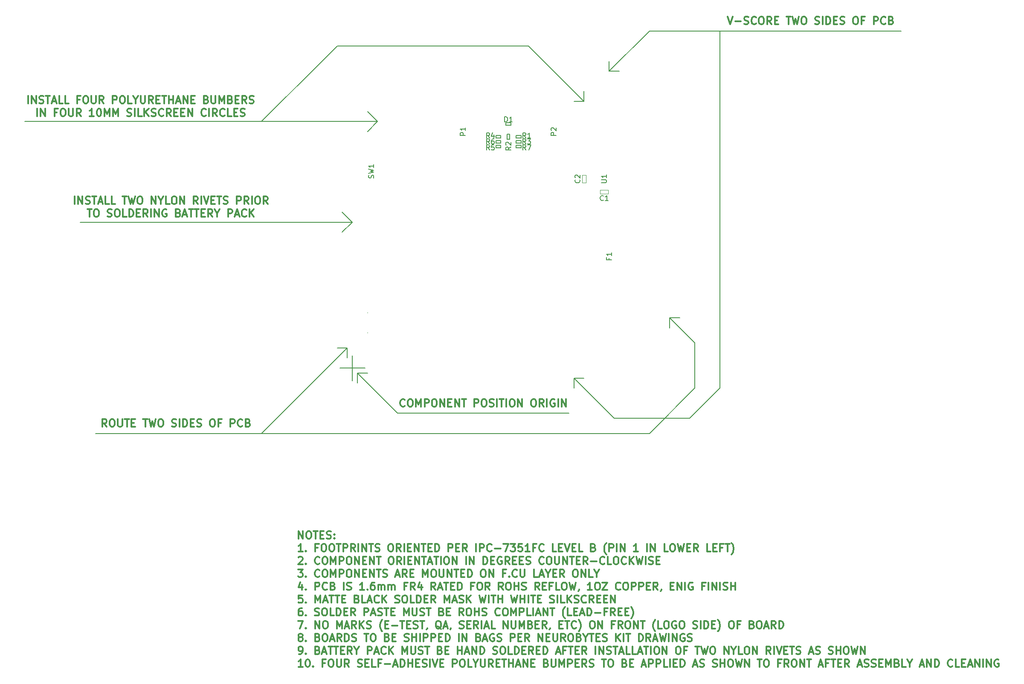
<source format=gbr>
G04 #@! TF.FileFunction,Other,Fab,Top*
%FSLAX46Y46*%
G04 Gerber Fmt 4.6, Leading zero omitted, Abs format (unit mm)*
G04 Created by KiCad (PCBNEW 4.0.7-e2-6376~58~ubuntu14.04.1) date Wed Aug  8 15:23:53 2018*
%MOMM*%
%LPD*%
G01*
G04 APERTURE LIST*
%ADD10C,0.100000*%
%ADD11C,0.200000*%
%ADD12C,0.300000*%
%ADD13C,0.150000*%
G04 APERTURE END LIST*
D10*
D11*
X146500000Y-93000000D02*
X141500000Y-93000000D01*
X144000000Y-90500000D02*
X144000000Y-95500000D01*
X190000000Y-40000000D02*
X188000000Y-40000000D01*
X190000000Y-38000000D02*
X190000000Y-38000000D01*
X190000000Y-40000000D02*
X190000000Y-38000000D01*
X179000000Y-29000000D02*
X190000000Y-40000000D01*
X141000000Y-29000000D02*
X179000000Y-29000000D01*
X138000000Y-32000000D02*
X141000000Y-29000000D01*
X126000000Y-44000000D02*
X138000000Y-32000000D01*
X142000000Y-66000000D02*
X142000000Y-66000000D01*
X144000000Y-64000000D02*
X142000000Y-66000000D01*
X142000000Y-62000000D02*
X142000000Y-62000000D01*
X144000000Y-64000000D02*
X142000000Y-62000000D01*
X90000000Y-64000000D02*
X144000000Y-64000000D01*
D12*
X88857142Y-60403571D02*
X88857142Y-58903571D01*
X89571428Y-60403571D02*
X89571428Y-58903571D01*
X90428571Y-60403571D01*
X90428571Y-58903571D01*
X91071428Y-60332143D02*
X91285714Y-60403571D01*
X91642857Y-60403571D01*
X91785714Y-60332143D01*
X91857143Y-60260714D01*
X91928571Y-60117857D01*
X91928571Y-59975000D01*
X91857143Y-59832143D01*
X91785714Y-59760714D01*
X91642857Y-59689286D01*
X91357143Y-59617857D01*
X91214285Y-59546429D01*
X91142857Y-59475000D01*
X91071428Y-59332143D01*
X91071428Y-59189286D01*
X91142857Y-59046429D01*
X91214285Y-58975000D01*
X91357143Y-58903571D01*
X91714285Y-58903571D01*
X91928571Y-58975000D01*
X92357142Y-58903571D02*
X93214285Y-58903571D01*
X92785714Y-60403571D02*
X92785714Y-58903571D01*
X93642856Y-59975000D02*
X94357142Y-59975000D01*
X93499999Y-60403571D02*
X93999999Y-58903571D01*
X94499999Y-60403571D01*
X95714285Y-60403571D02*
X94999999Y-60403571D01*
X94999999Y-58903571D01*
X96928571Y-60403571D02*
X96214285Y-60403571D01*
X96214285Y-58903571D01*
X98357142Y-58903571D02*
X99214285Y-58903571D01*
X98785714Y-60403571D02*
X98785714Y-58903571D01*
X99571428Y-58903571D02*
X99928571Y-60403571D01*
X100214285Y-59332143D01*
X100499999Y-60403571D01*
X100857142Y-58903571D01*
X101714285Y-58903571D02*
X101999999Y-58903571D01*
X102142857Y-58975000D01*
X102285714Y-59117857D01*
X102357142Y-59403571D01*
X102357142Y-59903571D01*
X102285714Y-60189286D01*
X102142857Y-60332143D01*
X101999999Y-60403571D01*
X101714285Y-60403571D01*
X101571428Y-60332143D01*
X101428571Y-60189286D01*
X101357142Y-59903571D01*
X101357142Y-59403571D01*
X101428571Y-59117857D01*
X101571428Y-58975000D01*
X101714285Y-58903571D01*
X104142857Y-60403571D02*
X104142857Y-58903571D01*
X105000000Y-60403571D01*
X105000000Y-58903571D01*
X106000000Y-59689286D02*
X106000000Y-60403571D01*
X105500000Y-58903571D02*
X106000000Y-59689286D01*
X106500000Y-58903571D01*
X107714286Y-60403571D02*
X107000000Y-60403571D01*
X107000000Y-58903571D01*
X108500000Y-58903571D02*
X108785714Y-58903571D01*
X108928572Y-58975000D01*
X109071429Y-59117857D01*
X109142857Y-59403571D01*
X109142857Y-59903571D01*
X109071429Y-60189286D01*
X108928572Y-60332143D01*
X108785714Y-60403571D01*
X108500000Y-60403571D01*
X108357143Y-60332143D01*
X108214286Y-60189286D01*
X108142857Y-59903571D01*
X108142857Y-59403571D01*
X108214286Y-59117857D01*
X108357143Y-58975000D01*
X108500000Y-58903571D01*
X109785715Y-60403571D02*
X109785715Y-58903571D01*
X110642858Y-60403571D01*
X110642858Y-58903571D01*
X113357144Y-60403571D02*
X112857144Y-59689286D01*
X112500001Y-60403571D02*
X112500001Y-58903571D01*
X113071429Y-58903571D01*
X113214287Y-58975000D01*
X113285715Y-59046429D01*
X113357144Y-59189286D01*
X113357144Y-59403571D01*
X113285715Y-59546429D01*
X113214287Y-59617857D01*
X113071429Y-59689286D01*
X112500001Y-59689286D01*
X114000001Y-60403571D02*
X114000001Y-58903571D01*
X114500001Y-58903571D02*
X115000001Y-60403571D01*
X115500001Y-58903571D01*
X116000001Y-59617857D02*
X116500001Y-59617857D01*
X116714287Y-60403571D02*
X116000001Y-60403571D01*
X116000001Y-58903571D01*
X116714287Y-58903571D01*
X117142858Y-58903571D02*
X118000001Y-58903571D01*
X117571430Y-60403571D02*
X117571430Y-58903571D01*
X118428572Y-60332143D02*
X118642858Y-60403571D01*
X119000001Y-60403571D01*
X119142858Y-60332143D01*
X119214287Y-60260714D01*
X119285715Y-60117857D01*
X119285715Y-59975000D01*
X119214287Y-59832143D01*
X119142858Y-59760714D01*
X119000001Y-59689286D01*
X118714287Y-59617857D01*
X118571429Y-59546429D01*
X118500001Y-59475000D01*
X118428572Y-59332143D01*
X118428572Y-59189286D01*
X118500001Y-59046429D01*
X118571429Y-58975000D01*
X118714287Y-58903571D01*
X119071429Y-58903571D01*
X119285715Y-58975000D01*
X121071429Y-60403571D02*
X121071429Y-58903571D01*
X121642857Y-58903571D01*
X121785715Y-58975000D01*
X121857143Y-59046429D01*
X121928572Y-59189286D01*
X121928572Y-59403571D01*
X121857143Y-59546429D01*
X121785715Y-59617857D01*
X121642857Y-59689286D01*
X121071429Y-59689286D01*
X123428572Y-60403571D02*
X122928572Y-59689286D01*
X122571429Y-60403571D02*
X122571429Y-58903571D01*
X123142857Y-58903571D01*
X123285715Y-58975000D01*
X123357143Y-59046429D01*
X123428572Y-59189286D01*
X123428572Y-59403571D01*
X123357143Y-59546429D01*
X123285715Y-59617857D01*
X123142857Y-59689286D01*
X122571429Y-59689286D01*
X124071429Y-60403571D02*
X124071429Y-58903571D01*
X125071429Y-58903571D02*
X125357143Y-58903571D01*
X125500001Y-58975000D01*
X125642858Y-59117857D01*
X125714286Y-59403571D01*
X125714286Y-59903571D01*
X125642858Y-60189286D01*
X125500001Y-60332143D01*
X125357143Y-60403571D01*
X125071429Y-60403571D01*
X124928572Y-60332143D01*
X124785715Y-60189286D01*
X124714286Y-59903571D01*
X124714286Y-59403571D01*
X124785715Y-59117857D01*
X124928572Y-58975000D01*
X125071429Y-58903571D01*
X127214287Y-60403571D02*
X126714287Y-59689286D01*
X126357144Y-60403571D02*
X126357144Y-58903571D01*
X126928572Y-58903571D01*
X127071430Y-58975000D01*
X127142858Y-59046429D01*
X127214287Y-59189286D01*
X127214287Y-59403571D01*
X127142858Y-59546429D01*
X127071430Y-59617857D01*
X126928572Y-59689286D01*
X126357144Y-59689286D01*
X91392857Y-61453571D02*
X92250000Y-61453571D01*
X91821429Y-62953571D02*
X91821429Y-61453571D01*
X93035714Y-61453571D02*
X93321428Y-61453571D01*
X93464286Y-61525000D01*
X93607143Y-61667857D01*
X93678571Y-61953571D01*
X93678571Y-62453571D01*
X93607143Y-62739286D01*
X93464286Y-62882143D01*
X93321428Y-62953571D01*
X93035714Y-62953571D01*
X92892857Y-62882143D01*
X92750000Y-62739286D01*
X92678571Y-62453571D01*
X92678571Y-61953571D01*
X92750000Y-61667857D01*
X92892857Y-61525000D01*
X93035714Y-61453571D01*
X95392857Y-62882143D02*
X95607143Y-62953571D01*
X95964286Y-62953571D01*
X96107143Y-62882143D01*
X96178572Y-62810714D01*
X96250000Y-62667857D01*
X96250000Y-62525000D01*
X96178572Y-62382143D01*
X96107143Y-62310714D01*
X95964286Y-62239286D01*
X95678572Y-62167857D01*
X95535714Y-62096429D01*
X95464286Y-62025000D01*
X95392857Y-61882143D01*
X95392857Y-61739286D01*
X95464286Y-61596429D01*
X95535714Y-61525000D01*
X95678572Y-61453571D01*
X96035714Y-61453571D01*
X96250000Y-61525000D01*
X97178571Y-61453571D02*
X97464285Y-61453571D01*
X97607143Y-61525000D01*
X97750000Y-61667857D01*
X97821428Y-61953571D01*
X97821428Y-62453571D01*
X97750000Y-62739286D01*
X97607143Y-62882143D01*
X97464285Y-62953571D01*
X97178571Y-62953571D01*
X97035714Y-62882143D01*
X96892857Y-62739286D01*
X96821428Y-62453571D01*
X96821428Y-61953571D01*
X96892857Y-61667857D01*
X97035714Y-61525000D01*
X97178571Y-61453571D01*
X99178572Y-62953571D02*
X98464286Y-62953571D01*
X98464286Y-61453571D01*
X99678572Y-62953571D02*
X99678572Y-61453571D01*
X100035715Y-61453571D01*
X100250000Y-61525000D01*
X100392858Y-61667857D01*
X100464286Y-61810714D01*
X100535715Y-62096429D01*
X100535715Y-62310714D01*
X100464286Y-62596429D01*
X100392858Y-62739286D01*
X100250000Y-62882143D01*
X100035715Y-62953571D01*
X99678572Y-62953571D01*
X101178572Y-62167857D02*
X101678572Y-62167857D01*
X101892858Y-62953571D02*
X101178572Y-62953571D01*
X101178572Y-61453571D01*
X101892858Y-61453571D01*
X103392858Y-62953571D02*
X102892858Y-62239286D01*
X102535715Y-62953571D02*
X102535715Y-61453571D01*
X103107143Y-61453571D01*
X103250001Y-61525000D01*
X103321429Y-61596429D01*
X103392858Y-61739286D01*
X103392858Y-61953571D01*
X103321429Y-62096429D01*
X103250001Y-62167857D01*
X103107143Y-62239286D01*
X102535715Y-62239286D01*
X104035715Y-62953571D02*
X104035715Y-61453571D01*
X104750001Y-62953571D02*
X104750001Y-61453571D01*
X105607144Y-62953571D01*
X105607144Y-61453571D01*
X107107144Y-61525000D02*
X106964287Y-61453571D01*
X106750001Y-61453571D01*
X106535716Y-61525000D01*
X106392858Y-61667857D01*
X106321430Y-61810714D01*
X106250001Y-62096429D01*
X106250001Y-62310714D01*
X106321430Y-62596429D01*
X106392858Y-62739286D01*
X106535716Y-62882143D01*
X106750001Y-62953571D01*
X106892858Y-62953571D01*
X107107144Y-62882143D01*
X107178573Y-62810714D01*
X107178573Y-62310714D01*
X106892858Y-62310714D01*
X109464287Y-62167857D02*
X109678573Y-62239286D01*
X109750001Y-62310714D01*
X109821430Y-62453571D01*
X109821430Y-62667857D01*
X109750001Y-62810714D01*
X109678573Y-62882143D01*
X109535715Y-62953571D01*
X108964287Y-62953571D01*
X108964287Y-61453571D01*
X109464287Y-61453571D01*
X109607144Y-61525000D01*
X109678573Y-61596429D01*
X109750001Y-61739286D01*
X109750001Y-61882143D01*
X109678573Y-62025000D01*
X109607144Y-62096429D01*
X109464287Y-62167857D01*
X108964287Y-62167857D01*
X110392858Y-62525000D02*
X111107144Y-62525000D01*
X110250001Y-62953571D02*
X110750001Y-61453571D01*
X111250001Y-62953571D01*
X111535715Y-61453571D02*
X112392858Y-61453571D01*
X111964287Y-62953571D02*
X111964287Y-61453571D01*
X112678572Y-61453571D02*
X113535715Y-61453571D01*
X113107144Y-62953571D02*
X113107144Y-61453571D01*
X114035715Y-62167857D02*
X114535715Y-62167857D01*
X114750001Y-62953571D02*
X114035715Y-62953571D01*
X114035715Y-61453571D01*
X114750001Y-61453571D01*
X116250001Y-62953571D02*
X115750001Y-62239286D01*
X115392858Y-62953571D02*
X115392858Y-61453571D01*
X115964286Y-61453571D01*
X116107144Y-61525000D01*
X116178572Y-61596429D01*
X116250001Y-61739286D01*
X116250001Y-61953571D01*
X116178572Y-62096429D01*
X116107144Y-62167857D01*
X115964286Y-62239286D01*
X115392858Y-62239286D01*
X117178572Y-62239286D02*
X117178572Y-62953571D01*
X116678572Y-61453571D02*
X117178572Y-62239286D01*
X117678572Y-61453571D01*
X119321429Y-62953571D02*
X119321429Y-61453571D01*
X119892857Y-61453571D01*
X120035715Y-61525000D01*
X120107143Y-61596429D01*
X120178572Y-61739286D01*
X120178572Y-61953571D01*
X120107143Y-62096429D01*
X120035715Y-62167857D01*
X119892857Y-62239286D01*
X119321429Y-62239286D01*
X120750000Y-62525000D02*
X121464286Y-62525000D01*
X120607143Y-62953571D02*
X121107143Y-61453571D01*
X121607143Y-62953571D01*
X122964286Y-62810714D02*
X122892857Y-62882143D01*
X122678571Y-62953571D01*
X122535714Y-62953571D01*
X122321429Y-62882143D01*
X122178571Y-62739286D01*
X122107143Y-62596429D01*
X122035714Y-62310714D01*
X122035714Y-62096429D01*
X122107143Y-61810714D01*
X122178571Y-61667857D01*
X122321429Y-61525000D01*
X122535714Y-61453571D01*
X122678571Y-61453571D01*
X122892857Y-61525000D01*
X122964286Y-61596429D01*
X123607143Y-62953571D02*
X123607143Y-61453571D01*
X124464286Y-62953571D02*
X123821429Y-62096429D01*
X124464286Y-61453571D02*
X123607143Y-62310714D01*
D11*
X217000000Y-26000000D02*
X217000000Y-97000000D01*
X147000000Y-86000000D02*
X147000000Y-86000000D01*
X147000000Y-82000000D02*
X147000000Y-82000000D01*
X147000000Y-46000000D02*
X147000000Y-46000000D01*
X149000000Y-44000000D02*
X147000000Y-46000000D01*
X147000000Y-42000000D02*
X147000000Y-42000000D01*
X149000000Y-44000000D02*
X147000000Y-42000000D01*
X79000000Y-44000000D02*
X149000000Y-44000000D01*
D12*
X79642856Y-40403571D02*
X79642856Y-38903571D01*
X80357142Y-40403571D02*
X80357142Y-38903571D01*
X81214285Y-40403571D01*
X81214285Y-38903571D01*
X81857142Y-40332143D02*
X82071428Y-40403571D01*
X82428571Y-40403571D01*
X82571428Y-40332143D01*
X82642857Y-40260714D01*
X82714285Y-40117857D01*
X82714285Y-39975000D01*
X82642857Y-39832143D01*
X82571428Y-39760714D01*
X82428571Y-39689286D01*
X82142857Y-39617857D01*
X81999999Y-39546429D01*
X81928571Y-39475000D01*
X81857142Y-39332143D01*
X81857142Y-39189286D01*
X81928571Y-39046429D01*
X81999999Y-38975000D01*
X82142857Y-38903571D01*
X82499999Y-38903571D01*
X82714285Y-38975000D01*
X83142856Y-38903571D02*
X83999999Y-38903571D01*
X83571428Y-40403571D02*
X83571428Y-38903571D01*
X84428570Y-39975000D02*
X85142856Y-39975000D01*
X84285713Y-40403571D02*
X84785713Y-38903571D01*
X85285713Y-40403571D01*
X86499999Y-40403571D02*
X85785713Y-40403571D01*
X85785713Y-38903571D01*
X87714285Y-40403571D02*
X86999999Y-40403571D01*
X86999999Y-38903571D01*
X89857142Y-39617857D02*
X89357142Y-39617857D01*
X89357142Y-40403571D02*
X89357142Y-38903571D01*
X90071428Y-38903571D01*
X90928570Y-38903571D02*
X91214284Y-38903571D01*
X91357142Y-38975000D01*
X91499999Y-39117857D01*
X91571427Y-39403571D01*
X91571427Y-39903571D01*
X91499999Y-40189286D01*
X91357142Y-40332143D01*
X91214284Y-40403571D01*
X90928570Y-40403571D01*
X90785713Y-40332143D01*
X90642856Y-40189286D01*
X90571427Y-39903571D01*
X90571427Y-39403571D01*
X90642856Y-39117857D01*
X90785713Y-38975000D01*
X90928570Y-38903571D01*
X92214285Y-38903571D02*
X92214285Y-40117857D01*
X92285713Y-40260714D01*
X92357142Y-40332143D01*
X92499999Y-40403571D01*
X92785713Y-40403571D01*
X92928571Y-40332143D01*
X92999999Y-40260714D01*
X93071428Y-40117857D01*
X93071428Y-38903571D01*
X94642857Y-40403571D02*
X94142857Y-39689286D01*
X93785714Y-40403571D02*
X93785714Y-38903571D01*
X94357142Y-38903571D01*
X94500000Y-38975000D01*
X94571428Y-39046429D01*
X94642857Y-39189286D01*
X94642857Y-39403571D01*
X94571428Y-39546429D01*
X94500000Y-39617857D01*
X94357142Y-39689286D01*
X93785714Y-39689286D01*
X96428571Y-40403571D02*
X96428571Y-38903571D01*
X96999999Y-38903571D01*
X97142857Y-38975000D01*
X97214285Y-39046429D01*
X97285714Y-39189286D01*
X97285714Y-39403571D01*
X97214285Y-39546429D01*
X97142857Y-39617857D01*
X96999999Y-39689286D01*
X96428571Y-39689286D01*
X98214285Y-38903571D02*
X98499999Y-38903571D01*
X98642857Y-38975000D01*
X98785714Y-39117857D01*
X98857142Y-39403571D01*
X98857142Y-39903571D01*
X98785714Y-40189286D01*
X98642857Y-40332143D01*
X98499999Y-40403571D01*
X98214285Y-40403571D01*
X98071428Y-40332143D01*
X97928571Y-40189286D01*
X97857142Y-39903571D01*
X97857142Y-39403571D01*
X97928571Y-39117857D01*
X98071428Y-38975000D01*
X98214285Y-38903571D01*
X100214286Y-40403571D02*
X99500000Y-40403571D01*
X99500000Y-38903571D01*
X101000000Y-39689286D02*
X101000000Y-40403571D01*
X100500000Y-38903571D02*
X101000000Y-39689286D01*
X101500000Y-38903571D01*
X102000000Y-38903571D02*
X102000000Y-40117857D01*
X102071428Y-40260714D01*
X102142857Y-40332143D01*
X102285714Y-40403571D01*
X102571428Y-40403571D01*
X102714286Y-40332143D01*
X102785714Y-40260714D01*
X102857143Y-40117857D01*
X102857143Y-38903571D01*
X104428572Y-40403571D02*
X103928572Y-39689286D01*
X103571429Y-40403571D02*
X103571429Y-38903571D01*
X104142857Y-38903571D01*
X104285715Y-38975000D01*
X104357143Y-39046429D01*
X104428572Y-39189286D01*
X104428572Y-39403571D01*
X104357143Y-39546429D01*
X104285715Y-39617857D01*
X104142857Y-39689286D01*
X103571429Y-39689286D01*
X105071429Y-39617857D02*
X105571429Y-39617857D01*
X105785715Y-40403571D02*
X105071429Y-40403571D01*
X105071429Y-38903571D01*
X105785715Y-38903571D01*
X106214286Y-38903571D02*
X107071429Y-38903571D01*
X106642858Y-40403571D02*
X106642858Y-38903571D01*
X107571429Y-40403571D02*
X107571429Y-38903571D01*
X107571429Y-39617857D02*
X108428572Y-39617857D01*
X108428572Y-40403571D02*
X108428572Y-38903571D01*
X109071429Y-39975000D02*
X109785715Y-39975000D01*
X108928572Y-40403571D02*
X109428572Y-38903571D01*
X109928572Y-40403571D01*
X110428572Y-40403571D02*
X110428572Y-38903571D01*
X111285715Y-40403571D01*
X111285715Y-38903571D01*
X112000001Y-39617857D02*
X112500001Y-39617857D01*
X112714287Y-40403571D02*
X112000001Y-40403571D01*
X112000001Y-38903571D01*
X112714287Y-38903571D01*
X115000001Y-39617857D02*
X115214287Y-39689286D01*
X115285715Y-39760714D01*
X115357144Y-39903571D01*
X115357144Y-40117857D01*
X115285715Y-40260714D01*
X115214287Y-40332143D01*
X115071429Y-40403571D01*
X114500001Y-40403571D01*
X114500001Y-38903571D01*
X115000001Y-38903571D01*
X115142858Y-38975000D01*
X115214287Y-39046429D01*
X115285715Y-39189286D01*
X115285715Y-39332143D01*
X115214287Y-39475000D01*
X115142858Y-39546429D01*
X115000001Y-39617857D01*
X114500001Y-39617857D01*
X116000001Y-38903571D02*
X116000001Y-40117857D01*
X116071429Y-40260714D01*
X116142858Y-40332143D01*
X116285715Y-40403571D01*
X116571429Y-40403571D01*
X116714287Y-40332143D01*
X116785715Y-40260714D01*
X116857144Y-40117857D01*
X116857144Y-38903571D01*
X117571430Y-40403571D02*
X117571430Y-38903571D01*
X118071430Y-39975000D01*
X118571430Y-38903571D01*
X118571430Y-40403571D01*
X119785716Y-39617857D02*
X120000002Y-39689286D01*
X120071430Y-39760714D01*
X120142859Y-39903571D01*
X120142859Y-40117857D01*
X120071430Y-40260714D01*
X120000002Y-40332143D01*
X119857144Y-40403571D01*
X119285716Y-40403571D01*
X119285716Y-38903571D01*
X119785716Y-38903571D01*
X119928573Y-38975000D01*
X120000002Y-39046429D01*
X120071430Y-39189286D01*
X120071430Y-39332143D01*
X120000002Y-39475000D01*
X119928573Y-39546429D01*
X119785716Y-39617857D01*
X119285716Y-39617857D01*
X120785716Y-39617857D02*
X121285716Y-39617857D01*
X121500002Y-40403571D02*
X120785716Y-40403571D01*
X120785716Y-38903571D01*
X121500002Y-38903571D01*
X123000002Y-40403571D02*
X122500002Y-39689286D01*
X122142859Y-40403571D02*
X122142859Y-38903571D01*
X122714287Y-38903571D01*
X122857145Y-38975000D01*
X122928573Y-39046429D01*
X123000002Y-39189286D01*
X123000002Y-39403571D01*
X122928573Y-39546429D01*
X122857145Y-39617857D01*
X122714287Y-39689286D01*
X122142859Y-39689286D01*
X123571430Y-40332143D02*
X123785716Y-40403571D01*
X124142859Y-40403571D01*
X124285716Y-40332143D01*
X124357145Y-40260714D01*
X124428573Y-40117857D01*
X124428573Y-39975000D01*
X124357145Y-39832143D01*
X124285716Y-39760714D01*
X124142859Y-39689286D01*
X123857145Y-39617857D01*
X123714287Y-39546429D01*
X123642859Y-39475000D01*
X123571430Y-39332143D01*
X123571430Y-39189286D01*
X123642859Y-39046429D01*
X123714287Y-38975000D01*
X123857145Y-38903571D01*
X124214287Y-38903571D01*
X124428573Y-38975000D01*
X81428571Y-42953571D02*
X81428571Y-41453571D01*
X82142857Y-42953571D02*
X82142857Y-41453571D01*
X83000000Y-42953571D01*
X83000000Y-41453571D01*
X85357143Y-42167857D02*
X84857143Y-42167857D01*
X84857143Y-42953571D02*
X84857143Y-41453571D01*
X85571429Y-41453571D01*
X86428571Y-41453571D02*
X86714285Y-41453571D01*
X86857143Y-41525000D01*
X87000000Y-41667857D01*
X87071428Y-41953571D01*
X87071428Y-42453571D01*
X87000000Y-42739286D01*
X86857143Y-42882143D01*
X86714285Y-42953571D01*
X86428571Y-42953571D01*
X86285714Y-42882143D01*
X86142857Y-42739286D01*
X86071428Y-42453571D01*
X86071428Y-41953571D01*
X86142857Y-41667857D01*
X86285714Y-41525000D01*
X86428571Y-41453571D01*
X87714286Y-41453571D02*
X87714286Y-42667857D01*
X87785714Y-42810714D01*
X87857143Y-42882143D01*
X88000000Y-42953571D01*
X88285714Y-42953571D01*
X88428572Y-42882143D01*
X88500000Y-42810714D01*
X88571429Y-42667857D01*
X88571429Y-41453571D01*
X90142858Y-42953571D02*
X89642858Y-42239286D01*
X89285715Y-42953571D02*
X89285715Y-41453571D01*
X89857143Y-41453571D01*
X90000001Y-41525000D01*
X90071429Y-41596429D01*
X90142858Y-41739286D01*
X90142858Y-41953571D01*
X90071429Y-42096429D01*
X90000001Y-42167857D01*
X89857143Y-42239286D01*
X89285715Y-42239286D01*
X92714286Y-42953571D02*
X91857143Y-42953571D01*
X92285715Y-42953571D02*
X92285715Y-41453571D01*
X92142858Y-41667857D01*
X92000000Y-41810714D01*
X91857143Y-41882143D01*
X93642857Y-41453571D02*
X93785714Y-41453571D01*
X93928571Y-41525000D01*
X94000000Y-41596429D01*
X94071429Y-41739286D01*
X94142857Y-42025000D01*
X94142857Y-42382143D01*
X94071429Y-42667857D01*
X94000000Y-42810714D01*
X93928571Y-42882143D01*
X93785714Y-42953571D01*
X93642857Y-42953571D01*
X93500000Y-42882143D01*
X93428571Y-42810714D01*
X93357143Y-42667857D01*
X93285714Y-42382143D01*
X93285714Y-42025000D01*
X93357143Y-41739286D01*
X93428571Y-41596429D01*
X93500000Y-41525000D01*
X93642857Y-41453571D01*
X94785714Y-42953571D02*
X94785714Y-41453571D01*
X95285714Y-42525000D01*
X95785714Y-41453571D01*
X95785714Y-42953571D01*
X96500000Y-42953571D02*
X96500000Y-41453571D01*
X97000000Y-42525000D01*
X97500000Y-41453571D01*
X97500000Y-42953571D01*
X99285714Y-42882143D02*
X99500000Y-42953571D01*
X99857143Y-42953571D01*
X100000000Y-42882143D01*
X100071429Y-42810714D01*
X100142857Y-42667857D01*
X100142857Y-42525000D01*
X100071429Y-42382143D01*
X100000000Y-42310714D01*
X99857143Y-42239286D01*
X99571429Y-42167857D01*
X99428571Y-42096429D01*
X99357143Y-42025000D01*
X99285714Y-41882143D01*
X99285714Y-41739286D01*
X99357143Y-41596429D01*
X99428571Y-41525000D01*
X99571429Y-41453571D01*
X99928571Y-41453571D01*
X100142857Y-41525000D01*
X100785714Y-42953571D02*
X100785714Y-41453571D01*
X102214286Y-42953571D02*
X101500000Y-42953571D01*
X101500000Y-41453571D01*
X102714286Y-42953571D02*
X102714286Y-41453571D01*
X103571429Y-42953571D02*
X102928572Y-42096429D01*
X103571429Y-41453571D02*
X102714286Y-42310714D01*
X104142857Y-42882143D02*
X104357143Y-42953571D01*
X104714286Y-42953571D01*
X104857143Y-42882143D01*
X104928572Y-42810714D01*
X105000000Y-42667857D01*
X105000000Y-42525000D01*
X104928572Y-42382143D01*
X104857143Y-42310714D01*
X104714286Y-42239286D01*
X104428572Y-42167857D01*
X104285714Y-42096429D01*
X104214286Y-42025000D01*
X104142857Y-41882143D01*
X104142857Y-41739286D01*
X104214286Y-41596429D01*
X104285714Y-41525000D01*
X104428572Y-41453571D01*
X104785714Y-41453571D01*
X105000000Y-41525000D01*
X106500000Y-42810714D02*
X106428571Y-42882143D01*
X106214285Y-42953571D01*
X106071428Y-42953571D01*
X105857143Y-42882143D01*
X105714285Y-42739286D01*
X105642857Y-42596429D01*
X105571428Y-42310714D01*
X105571428Y-42096429D01*
X105642857Y-41810714D01*
X105714285Y-41667857D01*
X105857143Y-41525000D01*
X106071428Y-41453571D01*
X106214285Y-41453571D01*
X106428571Y-41525000D01*
X106500000Y-41596429D01*
X108000000Y-42953571D02*
X107500000Y-42239286D01*
X107142857Y-42953571D02*
X107142857Y-41453571D01*
X107714285Y-41453571D01*
X107857143Y-41525000D01*
X107928571Y-41596429D01*
X108000000Y-41739286D01*
X108000000Y-41953571D01*
X107928571Y-42096429D01*
X107857143Y-42167857D01*
X107714285Y-42239286D01*
X107142857Y-42239286D01*
X108642857Y-42167857D02*
X109142857Y-42167857D01*
X109357143Y-42953571D02*
X108642857Y-42953571D01*
X108642857Y-41453571D01*
X109357143Y-41453571D01*
X110000000Y-42167857D02*
X110500000Y-42167857D01*
X110714286Y-42953571D02*
X110000000Y-42953571D01*
X110000000Y-41453571D01*
X110714286Y-41453571D01*
X111357143Y-42953571D02*
X111357143Y-41453571D01*
X112214286Y-42953571D01*
X112214286Y-41453571D01*
X114928572Y-42810714D02*
X114857143Y-42882143D01*
X114642857Y-42953571D01*
X114500000Y-42953571D01*
X114285715Y-42882143D01*
X114142857Y-42739286D01*
X114071429Y-42596429D01*
X114000000Y-42310714D01*
X114000000Y-42096429D01*
X114071429Y-41810714D01*
X114142857Y-41667857D01*
X114285715Y-41525000D01*
X114500000Y-41453571D01*
X114642857Y-41453571D01*
X114857143Y-41525000D01*
X114928572Y-41596429D01*
X115571429Y-42953571D02*
X115571429Y-41453571D01*
X117142858Y-42953571D02*
X116642858Y-42239286D01*
X116285715Y-42953571D02*
X116285715Y-41453571D01*
X116857143Y-41453571D01*
X117000001Y-41525000D01*
X117071429Y-41596429D01*
X117142858Y-41739286D01*
X117142858Y-41953571D01*
X117071429Y-42096429D01*
X117000001Y-42167857D01*
X116857143Y-42239286D01*
X116285715Y-42239286D01*
X118642858Y-42810714D02*
X118571429Y-42882143D01*
X118357143Y-42953571D01*
X118214286Y-42953571D01*
X118000001Y-42882143D01*
X117857143Y-42739286D01*
X117785715Y-42596429D01*
X117714286Y-42310714D01*
X117714286Y-42096429D01*
X117785715Y-41810714D01*
X117857143Y-41667857D01*
X118000001Y-41525000D01*
X118214286Y-41453571D01*
X118357143Y-41453571D01*
X118571429Y-41525000D01*
X118642858Y-41596429D01*
X120000001Y-42953571D02*
X119285715Y-42953571D01*
X119285715Y-41453571D01*
X120500001Y-42167857D02*
X121000001Y-42167857D01*
X121214287Y-42953571D02*
X120500001Y-42953571D01*
X120500001Y-41453571D01*
X121214287Y-41453571D01*
X121785715Y-42882143D02*
X122000001Y-42953571D01*
X122357144Y-42953571D01*
X122500001Y-42882143D01*
X122571430Y-42810714D01*
X122642858Y-42667857D01*
X122642858Y-42525000D01*
X122571430Y-42382143D01*
X122500001Y-42310714D01*
X122357144Y-42239286D01*
X122071430Y-42167857D01*
X121928572Y-42096429D01*
X121857144Y-42025000D01*
X121785715Y-41882143D01*
X121785715Y-41739286D01*
X121857144Y-41596429D01*
X121928572Y-41525000D01*
X122071430Y-41453571D01*
X122428572Y-41453571D01*
X122642858Y-41525000D01*
D11*
X145000000Y-94000000D02*
X147000000Y-94000000D01*
X145000000Y-94000000D02*
X145000000Y-96000000D01*
X187000000Y-102000000D02*
X187000000Y-102000000D01*
X153000000Y-102000000D02*
X187000000Y-102000000D01*
X145000000Y-94000000D02*
X153000000Y-102000000D01*
D12*
X154428570Y-100535714D02*
X154357141Y-100607143D01*
X154142855Y-100678571D01*
X153999998Y-100678571D01*
X153785713Y-100607143D01*
X153642855Y-100464286D01*
X153571427Y-100321429D01*
X153499998Y-100035714D01*
X153499998Y-99821429D01*
X153571427Y-99535714D01*
X153642855Y-99392857D01*
X153785713Y-99250000D01*
X153999998Y-99178571D01*
X154142855Y-99178571D01*
X154357141Y-99250000D01*
X154428570Y-99321429D01*
X155357141Y-99178571D02*
X155642855Y-99178571D01*
X155785713Y-99250000D01*
X155928570Y-99392857D01*
X155999998Y-99678571D01*
X155999998Y-100178571D01*
X155928570Y-100464286D01*
X155785713Y-100607143D01*
X155642855Y-100678571D01*
X155357141Y-100678571D01*
X155214284Y-100607143D01*
X155071427Y-100464286D01*
X154999998Y-100178571D01*
X154999998Y-99678571D01*
X155071427Y-99392857D01*
X155214284Y-99250000D01*
X155357141Y-99178571D01*
X156642856Y-100678571D02*
X156642856Y-99178571D01*
X157142856Y-100250000D01*
X157642856Y-99178571D01*
X157642856Y-100678571D01*
X158357142Y-100678571D02*
X158357142Y-99178571D01*
X158928570Y-99178571D01*
X159071428Y-99250000D01*
X159142856Y-99321429D01*
X159214285Y-99464286D01*
X159214285Y-99678571D01*
X159142856Y-99821429D01*
X159071428Y-99892857D01*
X158928570Y-99964286D01*
X158357142Y-99964286D01*
X160142856Y-99178571D02*
X160428570Y-99178571D01*
X160571428Y-99250000D01*
X160714285Y-99392857D01*
X160785713Y-99678571D01*
X160785713Y-100178571D01*
X160714285Y-100464286D01*
X160571428Y-100607143D01*
X160428570Y-100678571D01*
X160142856Y-100678571D01*
X159999999Y-100607143D01*
X159857142Y-100464286D01*
X159785713Y-100178571D01*
X159785713Y-99678571D01*
X159857142Y-99392857D01*
X159999999Y-99250000D01*
X160142856Y-99178571D01*
X161428571Y-100678571D02*
X161428571Y-99178571D01*
X162285714Y-100678571D01*
X162285714Y-99178571D01*
X163000000Y-99892857D02*
X163500000Y-99892857D01*
X163714286Y-100678571D02*
X163000000Y-100678571D01*
X163000000Y-99178571D01*
X163714286Y-99178571D01*
X164357143Y-100678571D02*
X164357143Y-99178571D01*
X165214286Y-100678571D01*
X165214286Y-99178571D01*
X165714286Y-99178571D02*
X166571429Y-99178571D01*
X166142858Y-100678571D02*
X166142858Y-99178571D01*
X168214286Y-100678571D02*
X168214286Y-99178571D01*
X168785714Y-99178571D01*
X168928572Y-99250000D01*
X169000000Y-99321429D01*
X169071429Y-99464286D01*
X169071429Y-99678571D01*
X169000000Y-99821429D01*
X168928572Y-99892857D01*
X168785714Y-99964286D01*
X168214286Y-99964286D01*
X170000000Y-99178571D02*
X170285714Y-99178571D01*
X170428572Y-99250000D01*
X170571429Y-99392857D01*
X170642857Y-99678571D01*
X170642857Y-100178571D01*
X170571429Y-100464286D01*
X170428572Y-100607143D01*
X170285714Y-100678571D01*
X170000000Y-100678571D01*
X169857143Y-100607143D01*
X169714286Y-100464286D01*
X169642857Y-100178571D01*
X169642857Y-99678571D01*
X169714286Y-99392857D01*
X169857143Y-99250000D01*
X170000000Y-99178571D01*
X171214286Y-100607143D02*
X171428572Y-100678571D01*
X171785715Y-100678571D01*
X171928572Y-100607143D01*
X172000001Y-100535714D01*
X172071429Y-100392857D01*
X172071429Y-100250000D01*
X172000001Y-100107143D01*
X171928572Y-100035714D01*
X171785715Y-99964286D01*
X171500001Y-99892857D01*
X171357143Y-99821429D01*
X171285715Y-99750000D01*
X171214286Y-99607143D01*
X171214286Y-99464286D01*
X171285715Y-99321429D01*
X171357143Y-99250000D01*
X171500001Y-99178571D01*
X171857143Y-99178571D01*
X172071429Y-99250000D01*
X172714286Y-100678571D02*
X172714286Y-99178571D01*
X173214286Y-99178571D02*
X174071429Y-99178571D01*
X173642858Y-100678571D02*
X173642858Y-99178571D01*
X174571429Y-100678571D02*
X174571429Y-99178571D01*
X175571429Y-99178571D02*
X175857143Y-99178571D01*
X176000001Y-99250000D01*
X176142858Y-99392857D01*
X176214286Y-99678571D01*
X176214286Y-100178571D01*
X176142858Y-100464286D01*
X176000001Y-100607143D01*
X175857143Y-100678571D01*
X175571429Y-100678571D01*
X175428572Y-100607143D01*
X175285715Y-100464286D01*
X175214286Y-100178571D01*
X175214286Y-99678571D01*
X175285715Y-99392857D01*
X175428572Y-99250000D01*
X175571429Y-99178571D01*
X176857144Y-100678571D02*
X176857144Y-99178571D01*
X177714287Y-100678571D01*
X177714287Y-99178571D01*
X179857144Y-99178571D02*
X180142858Y-99178571D01*
X180285716Y-99250000D01*
X180428573Y-99392857D01*
X180500001Y-99678571D01*
X180500001Y-100178571D01*
X180428573Y-100464286D01*
X180285716Y-100607143D01*
X180142858Y-100678571D01*
X179857144Y-100678571D01*
X179714287Y-100607143D01*
X179571430Y-100464286D01*
X179500001Y-100178571D01*
X179500001Y-99678571D01*
X179571430Y-99392857D01*
X179714287Y-99250000D01*
X179857144Y-99178571D01*
X182000002Y-100678571D02*
X181500002Y-99964286D01*
X181142859Y-100678571D02*
X181142859Y-99178571D01*
X181714287Y-99178571D01*
X181857145Y-99250000D01*
X181928573Y-99321429D01*
X182000002Y-99464286D01*
X182000002Y-99678571D01*
X181928573Y-99821429D01*
X181857145Y-99892857D01*
X181714287Y-99964286D01*
X181142859Y-99964286D01*
X182642859Y-100678571D02*
X182642859Y-99178571D01*
X184142859Y-99250000D02*
X184000002Y-99178571D01*
X183785716Y-99178571D01*
X183571431Y-99250000D01*
X183428573Y-99392857D01*
X183357145Y-99535714D01*
X183285716Y-99821429D01*
X183285716Y-100035714D01*
X183357145Y-100321429D01*
X183428573Y-100464286D01*
X183571431Y-100607143D01*
X183785716Y-100678571D01*
X183928573Y-100678571D01*
X184142859Y-100607143D01*
X184214288Y-100535714D01*
X184214288Y-100035714D01*
X183928573Y-100035714D01*
X184857145Y-100678571D02*
X184857145Y-99178571D01*
X185571431Y-100678571D02*
X185571431Y-99178571D01*
X186428574Y-100678571D01*
X186428574Y-99178571D01*
D11*
X188000000Y-95000000D02*
X196000000Y-103000000D01*
X211000000Y-103000000D02*
X196000000Y-103000000D01*
X217000000Y-97000000D02*
X211000000Y-103000000D01*
X207000000Y-83000000D02*
X209000000Y-83000000D01*
X207000000Y-83000000D02*
X207000000Y-85000000D01*
X207000000Y-83000000D02*
X207000000Y-83000000D01*
X212000000Y-88000000D02*
X207000000Y-83000000D01*
X212000000Y-97000000D02*
X212000000Y-88000000D01*
X203000000Y-106000000D02*
X212000000Y-97000000D01*
X126000000Y-106000000D02*
X203000000Y-106000000D01*
X143000000Y-91000000D02*
X143000000Y-91000000D01*
X143000000Y-89000000D02*
X143000000Y-91000000D01*
X141000000Y-89000000D02*
X141000000Y-89000000D01*
X143000000Y-89000000D02*
X141000000Y-89000000D01*
X126000000Y-106000000D02*
X143000000Y-89000000D01*
X93000000Y-106000000D02*
X126000000Y-106000000D01*
D12*
X95250000Y-104678571D02*
X94750000Y-103964286D01*
X94392857Y-104678571D02*
X94392857Y-103178571D01*
X94964285Y-103178571D01*
X95107143Y-103250000D01*
X95178571Y-103321429D01*
X95250000Y-103464286D01*
X95250000Y-103678571D01*
X95178571Y-103821429D01*
X95107143Y-103892857D01*
X94964285Y-103964286D01*
X94392857Y-103964286D01*
X96178571Y-103178571D02*
X96464285Y-103178571D01*
X96607143Y-103250000D01*
X96750000Y-103392857D01*
X96821428Y-103678571D01*
X96821428Y-104178571D01*
X96750000Y-104464286D01*
X96607143Y-104607143D01*
X96464285Y-104678571D01*
X96178571Y-104678571D01*
X96035714Y-104607143D01*
X95892857Y-104464286D01*
X95821428Y-104178571D01*
X95821428Y-103678571D01*
X95892857Y-103392857D01*
X96035714Y-103250000D01*
X96178571Y-103178571D01*
X97464286Y-103178571D02*
X97464286Y-104392857D01*
X97535714Y-104535714D01*
X97607143Y-104607143D01*
X97750000Y-104678571D01*
X98035714Y-104678571D01*
X98178572Y-104607143D01*
X98250000Y-104535714D01*
X98321429Y-104392857D01*
X98321429Y-103178571D01*
X98821429Y-103178571D02*
X99678572Y-103178571D01*
X99250001Y-104678571D02*
X99250001Y-103178571D01*
X100178572Y-103892857D02*
X100678572Y-103892857D01*
X100892858Y-104678571D02*
X100178572Y-104678571D01*
X100178572Y-103178571D01*
X100892858Y-103178571D01*
X102464286Y-103178571D02*
X103321429Y-103178571D01*
X102892858Y-104678571D02*
X102892858Y-103178571D01*
X103678572Y-103178571D02*
X104035715Y-104678571D01*
X104321429Y-103607143D01*
X104607143Y-104678571D01*
X104964286Y-103178571D01*
X105821429Y-103178571D02*
X106107143Y-103178571D01*
X106250001Y-103250000D01*
X106392858Y-103392857D01*
X106464286Y-103678571D01*
X106464286Y-104178571D01*
X106392858Y-104464286D01*
X106250001Y-104607143D01*
X106107143Y-104678571D01*
X105821429Y-104678571D01*
X105678572Y-104607143D01*
X105535715Y-104464286D01*
X105464286Y-104178571D01*
X105464286Y-103678571D01*
X105535715Y-103392857D01*
X105678572Y-103250000D01*
X105821429Y-103178571D01*
X108178572Y-104607143D02*
X108392858Y-104678571D01*
X108750001Y-104678571D01*
X108892858Y-104607143D01*
X108964287Y-104535714D01*
X109035715Y-104392857D01*
X109035715Y-104250000D01*
X108964287Y-104107143D01*
X108892858Y-104035714D01*
X108750001Y-103964286D01*
X108464287Y-103892857D01*
X108321429Y-103821429D01*
X108250001Y-103750000D01*
X108178572Y-103607143D01*
X108178572Y-103464286D01*
X108250001Y-103321429D01*
X108321429Y-103250000D01*
X108464287Y-103178571D01*
X108821429Y-103178571D01*
X109035715Y-103250000D01*
X109678572Y-104678571D02*
X109678572Y-103178571D01*
X110392858Y-104678571D02*
X110392858Y-103178571D01*
X110750001Y-103178571D01*
X110964286Y-103250000D01*
X111107144Y-103392857D01*
X111178572Y-103535714D01*
X111250001Y-103821429D01*
X111250001Y-104035714D01*
X111178572Y-104321429D01*
X111107144Y-104464286D01*
X110964286Y-104607143D01*
X110750001Y-104678571D01*
X110392858Y-104678571D01*
X111892858Y-103892857D02*
X112392858Y-103892857D01*
X112607144Y-104678571D02*
X111892858Y-104678571D01*
X111892858Y-103178571D01*
X112607144Y-103178571D01*
X113178572Y-104607143D02*
X113392858Y-104678571D01*
X113750001Y-104678571D01*
X113892858Y-104607143D01*
X113964287Y-104535714D01*
X114035715Y-104392857D01*
X114035715Y-104250000D01*
X113964287Y-104107143D01*
X113892858Y-104035714D01*
X113750001Y-103964286D01*
X113464287Y-103892857D01*
X113321429Y-103821429D01*
X113250001Y-103750000D01*
X113178572Y-103607143D01*
X113178572Y-103464286D01*
X113250001Y-103321429D01*
X113321429Y-103250000D01*
X113464287Y-103178571D01*
X113821429Y-103178571D01*
X114035715Y-103250000D01*
X116107143Y-103178571D02*
X116392857Y-103178571D01*
X116535715Y-103250000D01*
X116678572Y-103392857D01*
X116750000Y-103678571D01*
X116750000Y-104178571D01*
X116678572Y-104464286D01*
X116535715Y-104607143D01*
X116392857Y-104678571D01*
X116107143Y-104678571D01*
X115964286Y-104607143D01*
X115821429Y-104464286D01*
X115750000Y-104178571D01*
X115750000Y-103678571D01*
X115821429Y-103392857D01*
X115964286Y-103250000D01*
X116107143Y-103178571D01*
X117892858Y-103892857D02*
X117392858Y-103892857D01*
X117392858Y-104678571D02*
X117392858Y-103178571D01*
X118107144Y-103178571D01*
X119821429Y-104678571D02*
X119821429Y-103178571D01*
X120392857Y-103178571D01*
X120535715Y-103250000D01*
X120607143Y-103321429D01*
X120678572Y-103464286D01*
X120678572Y-103678571D01*
X120607143Y-103821429D01*
X120535715Y-103892857D01*
X120392857Y-103964286D01*
X119821429Y-103964286D01*
X122178572Y-104535714D02*
X122107143Y-104607143D01*
X121892857Y-104678571D01*
X121750000Y-104678571D01*
X121535715Y-104607143D01*
X121392857Y-104464286D01*
X121321429Y-104321429D01*
X121250000Y-104035714D01*
X121250000Y-103821429D01*
X121321429Y-103535714D01*
X121392857Y-103392857D01*
X121535715Y-103250000D01*
X121750000Y-103178571D01*
X121892857Y-103178571D01*
X122107143Y-103250000D01*
X122178572Y-103321429D01*
X123321429Y-103892857D02*
X123535715Y-103964286D01*
X123607143Y-104035714D01*
X123678572Y-104178571D01*
X123678572Y-104392857D01*
X123607143Y-104535714D01*
X123535715Y-104607143D01*
X123392857Y-104678571D01*
X122821429Y-104678571D01*
X122821429Y-103178571D01*
X123321429Y-103178571D01*
X123464286Y-103250000D01*
X123535715Y-103321429D01*
X123607143Y-103464286D01*
X123607143Y-103607143D01*
X123535715Y-103750000D01*
X123464286Y-103821429D01*
X123321429Y-103892857D01*
X122821429Y-103892857D01*
D11*
X190000000Y-95000000D02*
X190000000Y-95000000D01*
X188000000Y-95000000D02*
X190000000Y-95000000D01*
X188000000Y-97000000D02*
X188000000Y-97000000D01*
X188000000Y-95000000D02*
X188000000Y-97000000D01*
X197000000Y-34000000D02*
X197000000Y-34000000D01*
X195000000Y-34000000D02*
X197000000Y-34000000D01*
X195000000Y-32000000D02*
X195000000Y-32000000D01*
X195000000Y-34000000D02*
X195000000Y-32000000D01*
X203000000Y-26000000D02*
X195000000Y-34000000D01*
X253000000Y-26000000D02*
X203000000Y-26000000D01*
D12*
X218500000Y-23178571D02*
X219000000Y-24678571D01*
X219500000Y-23178571D01*
X220000000Y-24107143D02*
X221142857Y-24107143D01*
X221785714Y-24607143D02*
X222000000Y-24678571D01*
X222357143Y-24678571D01*
X222500000Y-24607143D01*
X222571429Y-24535714D01*
X222642857Y-24392857D01*
X222642857Y-24250000D01*
X222571429Y-24107143D01*
X222500000Y-24035714D01*
X222357143Y-23964286D01*
X222071429Y-23892857D01*
X221928571Y-23821429D01*
X221857143Y-23750000D01*
X221785714Y-23607143D01*
X221785714Y-23464286D01*
X221857143Y-23321429D01*
X221928571Y-23250000D01*
X222071429Y-23178571D01*
X222428571Y-23178571D01*
X222642857Y-23250000D01*
X224142857Y-24535714D02*
X224071428Y-24607143D01*
X223857142Y-24678571D01*
X223714285Y-24678571D01*
X223500000Y-24607143D01*
X223357142Y-24464286D01*
X223285714Y-24321429D01*
X223214285Y-24035714D01*
X223214285Y-23821429D01*
X223285714Y-23535714D01*
X223357142Y-23392857D01*
X223500000Y-23250000D01*
X223714285Y-23178571D01*
X223857142Y-23178571D01*
X224071428Y-23250000D01*
X224142857Y-23321429D01*
X225071428Y-23178571D02*
X225357142Y-23178571D01*
X225500000Y-23250000D01*
X225642857Y-23392857D01*
X225714285Y-23678571D01*
X225714285Y-24178571D01*
X225642857Y-24464286D01*
X225500000Y-24607143D01*
X225357142Y-24678571D01*
X225071428Y-24678571D01*
X224928571Y-24607143D01*
X224785714Y-24464286D01*
X224714285Y-24178571D01*
X224714285Y-23678571D01*
X224785714Y-23392857D01*
X224928571Y-23250000D01*
X225071428Y-23178571D01*
X227214286Y-24678571D02*
X226714286Y-23964286D01*
X226357143Y-24678571D02*
X226357143Y-23178571D01*
X226928571Y-23178571D01*
X227071429Y-23250000D01*
X227142857Y-23321429D01*
X227214286Y-23464286D01*
X227214286Y-23678571D01*
X227142857Y-23821429D01*
X227071429Y-23892857D01*
X226928571Y-23964286D01*
X226357143Y-23964286D01*
X227857143Y-23892857D02*
X228357143Y-23892857D01*
X228571429Y-24678571D02*
X227857143Y-24678571D01*
X227857143Y-23178571D01*
X228571429Y-23178571D01*
X230142857Y-23178571D02*
X231000000Y-23178571D01*
X230571429Y-24678571D02*
X230571429Y-23178571D01*
X231357143Y-23178571D02*
X231714286Y-24678571D01*
X232000000Y-23607143D01*
X232285714Y-24678571D01*
X232642857Y-23178571D01*
X233500000Y-23178571D02*
X233785714Y-23178571D01*
X233928572Y-23250000D01*
X234071429Y-23392857D01*
X234142857Y-23678571D01*
X234142857Y-24178571D01*
X234071429Y-24464286D01*
X233928572Y-24607143D01*
X233785714Y-24678571D01*
X233500000Y-24678571D01*
X233357143Y-24607143D01*
X233214286Y-24464286D01*
X233142857Y-24178571D01*
X233142857Y-23678571D01*
X233214286Y-23392857D01*
X233357143Y-23250000D01*
X233500000Y-23178571D01*
X235857143Y-24607143D02*
X236071429Y-24678571D01*
X236428572Y-24678571D01*
X236571429Y-24607143D01*
X236642858Y-24535714D01*
X236714286Y-24392857D01*
X236714286Y-24250000D01*
X236642858Y-24107143D01*
X236571429Y-24035714D01*
X236428572Y-23964286D01*
X236142858Y-23892857D01*
X236000000Y-23821429D01*
X235928572Y-23750000D01*
X235857143Y-23607143D01*
X235857143Y-23464286D01*
X235928572Y-23321429D01*
X236000000Y-23250000D01*
X236142858Y-23178571D01*
X236500000Y-23178571D01*
X236714286Y-23250000D01*
X237357143Y-24678571D02*
X237357143Y-23178571D01*
X238071429Y-24678571D02*
X238071429Y-23178571D01*
X238428572Y-23178571D01*
X238642857Y-23250000D01*
X238785715Y-23392857D01*
X238857143Y-23535714D01*
X238928572Y-23821429D01*
X238928572Y-24035714D01*
X238857143Y-24321429D01*
X238785715Y-24464286D01*
X238642857Y-24607143D01*
X238428572Y-24678571D01*
X238071429Y-24678571D01*
X239571429Y-23892857D02*
X240071429Y-23892857D01*
X240285715Y-24678571D02*
X239571429Y-24678571D01*
X239571429Y-23178571D01*
X240285715Y-23178571D01*
X240857143Y-24607143D02*
X241071429Y-24678571D01*
X241428572Y-24678571D01*
X241571429Y-24607143D01*
X241642858Y-24535714D01*
X241714286Y-24392857D01*
X241714286Y-24250000D01*
X241642858Y-24107143D01*
X241571429Y-24035714D01*
X241428572Y-23964286D01*
X241142858Y-23892857D01*
X241000000Y-23821429D01*
X240928572Y-23750000D01*
X240857143Y-23607143D01*
X240857143Y-23464286D01*
X240928572Y-23321429D01*
X241000000Y-23250000D01*
X241142858Y-23178571D01*
X241500000Y-23178571D01*
X241714286Y-23250000D01*
X243785714Y-23178571D02*
X244071428Y-23178571D01*
X244214286Y-23250000D01*
X244357143Y-23392857D01*
X244428571Y-23678571D01*
X244428571Y-24178571D01*
X244357143Y-24464286D01*
X244214286Y-24607143D01*
X244071428Y-24678571D01*
X243785714Y-24678571D01*
X243642857Y-24607143D01*
X243500000Y-24464286D01*
X243428571Y-24178571D01*
X243428571Y-23678571D01*
X243500000Y-23392857D01*
X243642857Y-23250000D01*
X243785714Y-23178571D01*
X245571429Y-23892857D02*
X245071429Y-23892857D01*
X245071429Y-24678571D02*
X245071429Y-23178571D01*
X245785715Y-23178571D01*
X247500000Y-24678571D02*
X247500000Y-23178571D01*
X248071428Y-23178571D01*
X248214286Y-23250000D01*
X248285714Y-23321429D01*
X248357143Y-23464286D01*
X248357143Y-23678571D01*
X248285714Y-23821429D01*
X248214286Y-23892857D01*
X248071428Y-23964286D01*
X247500000Y-23964286D01*
X249857143Y-24535714D02*
X249785714Y-24607143D01*
X249571428Y-24678571D01*
X249428571Y-24678571D01*
X249214286Y-24607143D01*
X249071428Y-24464286D01*
X249000000Y-24321429D01*
X248928571Y-24035714D01*
X248928571Y-23821429D01*
X249000000Y-23535714D01*
X249071428Y-23392857D01*
X249214286Y-23250000D01*
X249428571Y-23178571D01*
X249571428Y-23178571D01*
X249785714Y-23250000D01*
X249857143Y-23321429D01*
X251000000Y-23892857D02*
X251214286Y-23964286D01*
X251285714Y-24035714D01*
X251357143Y-24178571D01*
X251357143Y-24392857D01*
X251285714Y-24535714D01*
X251214286Y-24607143D01*
X251071428Y-24678571D01*
X250500000Y-24678571D01*
X250500000Y-23178571D01*
X251000000Y-23178571D01*
X251142857Y-23250000D01*
X251214286Y-23321429D01*
X251285714Y-23464286D01*
X251285714Y-23607143D01*
X251214286Y-23750000D01*
X251142857Y-23821429D01*
X251000000Y-23892857D01*
X250500000Y-23892857D01*
X133357143Y-126928571D02*
X133357143Y-125428571D01*
X134214286Y-126928571D01*
X134214286Y-125428571D01*
X135214286Y-125428571D02*
X135500000Y-125428571D01*
X135642858Y-125500000D01*
X135785715Y-125642857D01*
X135857143Y-125928571D01*
X135857143Y-126428571D01*
X135785715Y-126714286D01*
X135642858Y-126857143D01*
X135500000Y-126928571D01*
X135214286Y-126928571D01*
X135071429Y-126857143D01*
X134928572Y-126714286D01*
X134857143Y-126428571D01*
X134857143Y-125928571D01*
X134928572Y-125642857D01*
X135071429Y-125500000D01*
X135214286Y-125428571D01*
X136285715Y-125428571D02*
X137142858Y-125428571D01*
X136714287Y-126928571D02*
X136714287Y-125428571D01*
X137642858Y-126142857D02*
X138142858Y-126142857D01*
X138357144Y-126928571D02*
X137642858Y-126928571D01*
X137642858Y-125428571D01*
X138357144Y-125428571D01*
X138928572Y-126857143D02*
X139142858Y-126928571D01*
X139500001Y-126928571D01*
X139642858Y-126857143D01*
X139714287Y-126785714D01*
X139785715Y-126642857D01*
X139785715Y-126500000D01*
X139714287Y-126357143D01*
X139642858Y-126285714D01*
X139500001Y-126214286D01*
X139214287Y-126142857D01*
X139071429Y-126071429D01*
X139000001Y-126000000D01*
X138928572Y-125857143D01*
X138928572Y-125714286D01*
X139000001Y-125571429D01*
X139071429Y-125500000D01*
X139214287Y-125428571D01*
X139571429Y-125428571D01*
X139785715Y-125500000D01*
X140428572Y-126785714D02*
X140500000Y-126857143D01*
X140428572Y-126928571D01*
X140357143Y-126857143D01*
X140428572Y-126785714D01*
X140428572Y-126928571D01*
X140428572Y-126000000D02*
X140500000Y-126071429D01*
X140428572Y-126142857D01*
X140357143Y-126071429D01*
X140428572Y-126000000D01*
X140428572Y-126142857D01*
X134142857Y-129478571D02*
X133285714Y-129478571D01*
X133714286Y-129478571D02*
X133714286Y-127978571D01*
X133571429Y-128192857D01*
X133428571Y-128335714D01*
X133285714Y-128407143D01*
X134785714Y-129335714D02*
X134857142Y-129407143D01*
X134785714Y-129478571D01*
X134714285Y-129407143D01*
X134785714Y-129335714D01*
X134785714Y-129478571D01*
X137142857Y-128692857D02*
X136642857Y-128692857D01*
X136642857Y-129478571D02*
X136642857Y-127978571D01*
X137357143Y-127978571D01*
X138214285Y-127978571D02*
X138499999Y-127978571D01*
X138642857Y-128050000D01*
X138785714Y-128192857D01*
X138857142Y-128478571D01*
X138857142Y-128978571D01*
X138785714Y-129264286D01*
X138642857Y-129407143D01*
X138499999Y-129478571D01*
X138214285Y-129478571D01*
X138071428Y-129407143D01*
X137928571Y-129264286D01*
X137857142Y-128978571D01*
X137857142Y-128478571D01*
X137928571Y-128192857D01*
X138071428Y-128050000D01*
X138214285Y-127978571D01*
X139785714Y-127978571D02*
X140071428Y-127978571D01*
X140214286Y-128050000D01*
X140357143Y-128192857D01*
X140428571Y-128478571D01*
X140428571Y-128978571D01*
X140357143Y-129264286D01*
X140214286Y-129407143D01*
X140071428Y-129478571D01*
X139785714Y-129478571D01*
X139642857Y-129407143D01*
X139500000Y-129264286D01*
X139428571Y-128978571D01*
X139428571Y-128478571D01*
X139500000Y-128192857D01*
X139642857Y-128050000D01*
X139785714Y-127978571D01*
X140857143Y-127978571D02*
X141714286Y-127978571D01*
X141285715Y-129478571D02*
X141285715Y-127978571D01*
X142214286Y-129478571D02*
X142214286Y-127978571D01*
X142785714Y-127978571D01*
X142928572Y-128050000D01*
X143000000Y-128121429D01*
X143071429Y-128264286D01*
X143071429Y-128478571D01*
X143000000Y-128621429D01*
X142928572Y-128692857D01*
X142785714Y-128764286D01*
X142214286Y-128764286D01*
X144571429Y-129478571D02*
X144071429Y-128764286D01*
X143714286Y-129478571D02*
X143714286Y-127978571D01*
X144285714Y-127978571D01*
X144428572Y-128050000D01*
X144500000Y-128121429D01*
X144571429Y-128264286D01*
X144571429Y-128478571D01*
X144500000Y-128621429D01*
X144428572Y-128692857D01*
X144285714Y-128764286D01*
X143714286Y-128764286D01*
X145214286Y-129478571D02*
X145214286Y-127978571D01*
X145928572Y-129478571D02*
X145928572Y-127978571D01*
X146785715Y-129478571D01*
X146785715Y-127978571D01*
X147285715Y-127978571D02*
X148142858Y-127978571D01*
X147714287Y-129478571D02*
X147714287Y-127978571D01*
X148571429Y-129407143D02*
X148785715Y-129478571D01*
X149142858Y-129478571D01*
X149285715Y-129407143D01*
X149357144Y-129335714D01*
X149428572Y-129192857D01*
X149428572Y-129050000D01*
X149357144Y-128907143D01*
X149285715Y-128835714D01*
X149142858Y-128764286D01*
X148857144Y-128692857D01*
X148714286Y-128621429D01*
X148642858Y-128550000D01*
X148571429Y-128407143D01*
X148571429Y-128264286D01*
X148642858Y-128121429D01*
X148714286Y-128050000D01*
X148857144Y-127978571D01*
X149214286Y-127978571D01*
X149428572Y-128050000D01*
X151500000Y-127978571D02*
X151785714Y-127978571D01*
X151928572Y-128050000D01*
X152071429Y-128192857D01*
X152142857Y-128478571D01*
X152142857Y-128978571D01*
X152071429Y-129264286D01*
X151928572Y-129407143D01*
X151785714Y-129478571D01*
X151500000Y-129478571D01*
X151357143Y-129407143D01*
X151214286Y-129264286D01*
X151142857Y-128978571D01*
X151142857Y-128478571D01*
X151214286Y-128192857D01*
X151357143Y-128050000D01*
X151500000Y-127978571D01*
X153642858Y-129478571D02*
X153142858Y-128764286D01*
X152785715Y-129478571D02*
X152785715Y-127978571D01*
X153357143Y-127978571D01*
X153500001Y-128050000D01*
X153571429Y-128121429D01*
X153642858Y-128264286D01*
X153642858Y-128478571D01*
X153571429Y-128621429D01*
X153500001Y-128692857D01*
X153357143Y-128764286D01*
X152785715Y-128764286D01*
X154285715Y-129478571D02*
X154285715Y-127978571D01*
X155000001Y-128692857D02*
X155500001Y-128692857D01*
X155714287Y-129478571D02*
X155000001Y-129478571D01*
X155000001Y-127978571D01*
X155714287Y-127978571D01*
X156357144Y-129478571D02*
X156357144Y-127978571D01*
X157214287Y-129478571D01*
X157214287Y-127978571D01*
X157714287Y-127978571D02*
X158571430Y-127978571D01*
X158142859Y-129478571D02*
X158142859Y-127978571D01*
X159071430Y-128692857D02*
X159571430Y-128692857D01*
X159785716Y-129478571D02*
X159071430Y-129478571D01*
X159071430Y-127978571D01*
X159785716Y-127978571D01*
X160428573Y-129478571D02*
X160428573Y-127978571D01*
X160785716Y-127978571D01*
X161000001Y-128050000D01*
X161142859Y-128192857D01*
X161214287Y-128335714D01*
X161285716Y-128621429D01*
X161285716Y-128835714D01*
X161214287Y-129121429D01*
X161142859Y-129264286D01*
X161000001Y-129407143D01*
X160785716Y-129478571D01*
X160428573Y-129478571D01*
X163071430Y-129478571D02*
X163071430Y-127978571D01*
X163642858Y-127978571D01*
X163785716Y-128050000D01*
X163857144Y-128121429D01*
X163928573Y-128264286D01*
X163928573Y-128478571D01*
X163857144Y-128621429D01*
X163785716Y-128692857D01*
X163642858Y-128764286D01*
X163071430Y-128764286D01*
X164571430Y-128692857D02*
X165071430Y-128692857D01*
X165285716Y-129478571D02*
X164571430Y-129478571D01*
X164571430Y-127978571D01*
X165285716Y-127978571D01*
X166785716Y-129478571D02*
X166285716Y-128764286D01*
X165928573Y-129478571D02*
X165928573Y-127978571D01*
X166500001Y-127978571D01*
X166642859Y-128050000D01*
X166714287Y-128121429D01*
X166785716Y-128264286D01*
X166785716Y-128478571D01*
X166714287Y-128621429D01*
X166642859Y-128692857D01*
X166500001Y-128764286D01*
X165928573Y-128764286D01*
X168571430Y-129478571D02*
X168571430Y-127978571D01*
X169285716Y-129478571D02*
X169285716Y-127978571D01*
X169857144Y-127978571D01*
X170000002Y-128050000D01*
X170071430Y-128121429D01*
X170142859Y-128264286D01*
X170142859Y-128478571D01*
X170071430Y-128621429D01*
X170000002Y-128692857D01*
X169857144Y-128764286D01*
X169285716Y-128764286D01*
X171642859Y-129335714D02*
X171571430Y-129407143D01*
X171357144Y-129478571D01*
X171214287Y-129478571D01*
X171000002Y-129407143D01*
X170857144Y-129264286D01*
X170785716Y-129121429D01*
X170714287Y-128835714D01*
X170714287Y-128621429D01*
X170785716Y-128335714D01*
X170857144Y-128192857D01*
X171000002Y-128050000D01*
X171214287Y-127978571D01*
X171357144Y-127978571D01*
X171571430Y-128050000D01*
X171642859Y-128121429D01*
X172285716Y-128907143D02*
X173428573Y-128907143D01*
X174000002Y-127978571D02*
X175000002Y-127978571D01*
X174357145Y-129478571D01*
X175428573Y-127978571D02*
X176357144Y-127978571D01*
X175857144Y-128550000D01*
X176071430Y-128550000D01*
X176214287Y-128621429D01*
X176285716Y-128692857D01*
X176357144Y-128835714D01*
X176357144Y-129192857D01*
X176285716Y-129335714D01*
X176214287Y-129407143D01*
X176071430Y-129478571D01*
X175642858Y-129478571D01*
X175500001Y-129407143D01*
X175428573Y-129335714D01*
X177714287Y-127978571D02*
X177000001Y-127978571D01*
X176928572Y-128692857D01*
X177000001Y-128621429D01*
X177142858Y-128550000D01*
X177500001Y-128550000D01*
X177642858Y-128621429D01*
X177714287Y-128692857D01*
X177785715Y-128835714D01*
X177785715Y-129192857D01*
X177714287Y-129335714D01*
X177642858Y-129407143D01*
X177500001Y-129478571D01*
X177142858Y-129478571D01*
X177000001Y-129407143D01*
X176928572Y-129335714D01*
X179214286Y-129478571D02*
X178357143Y-129478571D01*
X178785715Y-129478571D02*
X178785715Y-127978571D01*
X178642858Y-128192857D01*
X178500000Y-128335714D01*
X178357143Y-128407143D01*
X180357143Y-128692857D02*
X179857143Y-128692857D01*
X179857143Y-129478571D02*
X179857143Y-127978571D01*
X180571429Y-127978571D01*
X182000000Y-129335714D02*
X181928571Y-129407143D01*
X181714285Y-129478571D01*
X181571428Y-129478571D01*
X181357143Y-129407143D01*
X181214285Y-129264286D01*
X181142857Y-129121429D01*
X181071428Y-128835714D01*
X181071428Y-128621429D01*
X181142857Y-128335714D01*
X181214285Y-128192857D01*
X181357143Y-128050000D01*
X181571428Y-127978571D01*
X181714285Y-127978571D01*
X181928571Y-128050000D01*
X182000000Y-128121429D01*
X184500000Y-129478571D02*
X183785714Y-129478571D01*
X183785714Y-127978571D01*
X185000000Y-128692857D02*
X185500000Y-128692857D01*
X185714286Y-129478571D02*
X185000000Y-129478571D01*
X185000000Y-127978571D01*
X185714286Y-127978571D01*
X186142857Y-127978571D02*
X186642857Y-129478571D01*
X187142857Y-127978571D01*
X187642857Y-128692857D02*
X188142857Y-128692857D01*
X188357143Y-129478571D02*
X187642857Y-129478571D01*
X187642857Y-127978571D01*
X188357143Y-127978571D01*
X189714286Y-129478571D02*
X189000000Y-129478571D01*
X189000000Y-127978571D01*
X191857143Y-128692857D02*
X192071429Y-128764286D01*
X192142857Y-128835714D01*
X192214286Y-128978571D01*
X192214286Y-129192857D01*
X192142857Y-129335714D01*
X192071429Y-129407143D01*
X191928571Y-129478571D01*
X191357143Y-129478571D01*
X191357143Y-127978571D01*
X191857143Y-127978571D01*
X192000000Y-128050000D01*
X192071429Y-128121429D01*
X192142857Y-128264286D01*
X192142857Y-128407143D01*
X192071429Y-128550000D01*
X192000000Y-128621429D01*
X191857143Y-128692857D01*
X191357143Y-128692857D01*
X194428571Y-130050000D02*
X194357143Y-129978571D01*
X194214286Y-129764286D01*
X194142857Y-129621429D01*
X194071428Y-129407143D01*
X194000000Y-129050000D01*
X194000000Y-128764286D01*
X194071428Y-128407143D01*
X194142857Y-128192857D01*
X194214286Y-128050000D01*
X194357143Y-127835714D01*
X194428571Y-127764286D01*
X195000000Y-129478571D02*
X195000000Y-127978571D01*
X195571428Y-127978571D01*
X195714286Y-128050000D01*
X195785714Y-128121429D01*
X195857143Y-128264286D01*
X195857143Y-128478571D01*
X195785714Y-128621429D01*
X195714286Y-128692857D01*
X195571428Y-128764286D01*
X195000000Y-128764286D01*
X196500000Y-129478571D02*
X196500000Y-127978571D01*
X197214286Y-129478571D02*
X197214286Y-127978571D01*
X198071429Y-129478571D01*
X198071429Y-127978571D01*
X200714286Y-129478571D02*
X199857143Y-129478571D01*
X200285715Y-129478571D02*
X200285715Y-127978571D01*
X200142858Y-128192857D01*
X200000000Y-128335714D01*
X199857143Y-128407143D01*
X202500000Y-129478571D02*
X202500000Y-127978571D01*
X203214286Y-129478571D02*
X203214286Y-127978571D01*
X204071429Y-129478571D01*
X204071429Y-127978571D01*
X206642858Y-129478571D02*
X205928572Y-129478571D01*
X205928572Y-127978571D01*
X207428572Y-127978571D02*
X207714286Y-127978571D01*
X207857144Y-128050000D01*
X208000001Y-128192857D01*
X208071429Y-128478571D01*
X208071429Y-128978571D01*
X208000001Y-129264286D01*
X207857144Y-129407143D01*
X207714286Y-129478571D01*
X207428572Y-129478571D01*
X207285715Y-129407143D01*
X207142858Y-129264286D01*
X207071429Y-128978571D01*
X207071429Y-128478571D01*
X207142858Y-128192857D01*
X207285715Y-128050000D01*
X207428572Y-127978571D01*
X208571430Y-127978571D02*
X208928573Y-129478571D01*
X209214287Y-128407143D01*
X209500001Y-129478571D01*
X209857144Y-127978571D01*
X210428573Y-128692857D02*
X210928573Y-128692857D01*
X211142859Y-129478571D02*
X210428573Y-129478571D01*
X210428573Y-127978571D01*
X211142859Y-127978571D01*
X212642859Y-129478571D02*
X212142859Y-128764286D01*
X211785716Y-129478571D02*
X211785716Y-127978571D01*
X212357144Y-127978571D01*
X212500002Y-128050000D01*
X212571430Y-128121429D01*
X212642859Y-128264286D01*
X212642859Y-128478571D01*
X212571430Y-128621429D01*
X212500002Y-128692857D01*
X212357144Y-128764286D01*
X211785716Y-128764286D01*
X215142859Y-129478571D02*
X214428573Y-129478571D01*
X214428573Y-127978571D01*
X215642859Y-128692857D02*
X216142859Y-128692857D01*
X216357145Y-129478571D02*
X215642859Y-129478571D01*
X215642859Y-127978571D01*
X216357145Y-127978571D01*
X217500002Y-128692857D02*
X217000002Y-128692857D01*
X217000002Y-129478571D02*
X217000002Y-127978571D01*
X217714288Y-127978571D01*
X218071430Y-127978571D02*
X218928573Y-127978571D01*
X218500002Y-129478571D02*
X218500002Y-127978571D01*
X219285716Y-130050000D02*
X219357144Y-129978571D01*
X219500001Y-129764286D01*
X219571430Y-129621429D01*
X219642859Y-129407143D01*
X219714287Y-129050000D01*
X219714287Y-128764286D01*
X219642859Y-128407143D01*
X219571430Y-128192857D01*
X219500001Y-128050000D01*
X219357144Y-127835714D01*
X219285716Y-127764286D01*
X133285714Y-130671429D02*
X133357143Y-130600000D01*
X133500000Y-130528571D01*
X133857143Y-130528571D01*
X134000000Y-130600000D01*
X134071429Y-130671429D01*
X134142857Y-130814286D01*
X134142857Y-130957143D01*
X134071429Y-131171429D01*
X133214286Y-132028571D01*
X134142857Y-132028571D01*
X134785714Y-131885714D02*
X134857142Y-131957143D01*
X134785714Y-132028571D01*
X134714285Y-131957143D01*
X134785714Y-131885714D01*
X134785714Y-132028571D01*
X137500000Y-131885714D02*
X137428571Y-131957143D01*
X137214285Y-132028571D01*
X137071428Y-132028571D01*
X136857143Y-131957143D01*
X136714285Y-131814286D01*
X136642857Y-131671429D01*
X136571428Y-131385714D01*
X136571428Y-131171429D01*
X136642857Y-130885714D01*
X136714285Y-130742857D01*
X136857143Y-130600000D01*
X137071428Y-130528571D01*
X137214285Y-130528571D01*
X137428571Y-130600000D01*
X137500000Y-130671429D01*
X138428571Y-130528571D02*
X138714285Y-130528571D01*
X138857143Y-130600000D01*
X139000000Y-130742857D01*
X139071428Y-131028571D01*
X139071428Y-131528571D01*
X139000000Y-131814286D01*
X138857143Y-131957143D01*
X138714285Y-132028571D01*
X138428571Y-132028571D01*
X138285714Y-131957143D01*
X138142857Y-131814286D01*
X138071428Y-131528571D01*
X138071428Y-131028571D01*
X138142857Y-130742857D01*
X138285714Y-130600000D01*
X138428571Y-130528571D01*
X139714286Y-132028571D02*
X139714286Y-130528571D01*
X140214286Y-131600000D01*
X140714286Y-130528571D01*
X140714286Y-132028571D01*
X141428572Y-132028571D02*
X141428572Y-130528571D01*
X142000000Y-130528571D01*
X142142858Y-130600000D01*
X142214286Y-130671429D01*
X142285715Y-130814286D01*
X142285715Y-131028571D01*
X142214286Y-131171429D01*
X142142858Y-131242857D01*
X142000000Y-131314286D01*
X141428572Y-131314286D01*
X143214286Y-130528571D02*
X143500000Y-130528571D01*
X143642858Y-130600000D01*
X143785715Y-130742857D01*
X143857143Y-131028571D01*
X143857143Y-131528571D01*
X143785715Y-131814286D01*
X143642858Y-131957143D01*
X143500000Y-132028571D01*
X143214286Y-132028571D01*
X143071429Y-131957143D01*
X142928572Y-131814286D01*
X142857143Y-131528571D01*
X142857143Y-131028571D01*
X142928572Y-130742857D01*
X143071429Y-130600000D01*
X143214286Y-130528571D01*
X144500001Y-132028571D02*
X144500001Y-130528571D01*
X145357144Y-132028571D01*
X145357144Y-130528571D01*
X146071430Y-131242857D02*
X146571430Y-131242857D01*
X146785716Y-132028571D02*
X146071430Y-132028571D01*
X146071430Y-130528571D01*
X146785716Y-130528571D01*
X147428573Y-132028571D02*
X147428573Y-130528571D01*
X148285716Y-132028571D01*
X148285716Y-130528571D01*
X148785716Y-130528571D02*
X149642859Y-130528571D01*
X149214288Y-132028571D02*
X149214288Y-130528571D01*
X151571430Y-130528571D02*
X151857144Y-130528571D01*
X152000002Y-130600000D01*
X152142859Y-130742857D01*
X152214287Y-131028571D01*
X152214287Y-131528571D01*
X152142859Y-131814286D01*
X152000002Y-131957143D01*
X151857144Y-132028571D01*
X151571430Y-132028571D01*
X151428573Y-131957143D01*
X151285716Y-131814286D01*
X151214287Y-131528571D01*
X151214287Y-131028571D01*
X151285716Y-130742857D01*
X151428573Y-130600000D01*
X151571430Y-130528571D01*
X153714288Y-132028571D02*
X153214288Y-131314286D01*
X152857145Y-132028571D02*
X152857145Y-130528571D01*
X153428573Y-130528571D01*
X153571431Y-130600000D01*
X153642859Y-130671429D01*
X153714288Y-130814286D01*
X153714288Y-131028571D01*
X153642859Y-131171429D01*
X153571431Y-131242857D01*
X153428573Y-131314286D01*
X152857145Y-131314286D01*
X154357145Y-132028571D02*
X154357145Y-130528571D01*
X155071431Y-131242857D02*
X155571431Y-131242857D01*
X155785717Y-132028571D02*
X155071431Y-132028571D01*
X155071431Y-130528571D01*
X155785717Y-130528571D01*
X156428574Y-132028571D02*
X156428574Y-130528571D01*
X157285717Y-132028571D01*
X157285717Y-130528571D01*
X157785717Y-130528571D02*
X158642860Y-130528571D01*
X158214289Y-132028571D02*
X158214289Y-130528571D01*
X159071431Y-131600000D02*
X159785717Y-131600000D01*
X158928574Y-132028571D02*
X159428574Y-130528571D01*
X159928574Y-132028571D01*
X160214288Y-130528571D02*
X161071431Y-130528571D01*
X160642860Y-132028571D02*
X160642860Y-130528571D01*
X161571431Y-132028571D02*
X161571431Y-130528571D01*
X162571431Y-130528571D02*
X162857145Y-130528571D01*
X163000003Y-130600000D01*
X163142860Y-130742857D01*
X163214288Y-131028571D01*
X163214288Y-131528571D01*
X163142860Y-131814286D01*
X163000003Y-131957143D01*
X162857145Y-132028571D01*
X162571431Y-132028571D01*
X162428574Y-131957143D01*
X162285717Y-131814286D01*
X162214288Y-131528571D01*
X162214288Y-131028571D01*
X162285717Y-130742857D01*
X162428574Y-130600000D01*
X162571431Y-130528571D01*
X163857146Y-132028571D02*
X163857146Y-130528571D01*
X164714289Y-132028571D01*
X164714289Y-130528571D01*
X166571432Y-132028571D02*
X166571432Y-130528571D01*
X167285718Y-132028571D02*
X167285718Y-130528571D01*
X168142861Y-132028571D01*
X168142861Y-130528571D01*
X170000004Y-132028571D02*
X170000004Y-130528571D01*
X170357147Y-130528571D01*
X170571432Y-130600000D01*
X170714290Y-130742857D01*
X170785718Y-130885714D01*
X170857147Y-131171429D01*
X170857147Y-131385714D01*
X170785718Y-131671429D01*
X170714290Y-131814286D01*
X170571432Y-131957143D01*
X170357147Y-132028571D01*
X170000004Y-132028571D01*
X171500004Y-131242857D02*
X172000004Y-131242857D01*
X172214290Y-132028571D02*
X171500004Y-132028571D01*
X171500004Y-130528571D01*
X172214290Y-130528571D01*
X173642861Y-130600000D02*
X173500004Y-130528571D01*
X173285718Y-130528571D01*
X173071433Y-130600000D01*
X172928575Y-130742857D01*
X172857147Y-130885714D01*
X172785718Y-131171429D01*
X172785718Y-131385714D01*
X172857147Y-131671429D01*
X172928575Y-131814286D01*
X173071433Y-131957143D01*
X173285718Y-132028571D01*
X173428575Y-132028571D01*
X173642861Y-131957143D01*
X173714290Y-131885714D01*
X173714290Y-131385714D01*
X173428575Y-131385714D01*
X175214290Y-132028571D02*
X174714290Y-131314286D01*
X174357147Y-132028571D02*
X174357147Y-130528571D01*
X174928575Y-130528571D01*
X175071433Y-130600000D01*
X175142861Y-130671429D01*
X175214290Y-130814286D01*
X175214290Y-131028571D01*
X175142861Y-131171429D01*
X175071433Y-131242857D01*
X174928575Y-131314286D01*
X174357147Y-131314286D01*
X175857147Y-131242857D02*
X176357147Y-131242857D01*
X176571433Y-132028571D02*
X175857147Y-132028571D01*
X175857147Y-130528571D01*
X176571433Y-130528571D01*
X177214290Y-131242857D02*
X177714290Y-131242857D01*
X177928576Y-132028571D02*
X177214290Y-132028571D01*
X177214290Y-130528571D01*
X177928576Y-130528571D01*
X178500004Y-131957143D02*
X178714290Y-132028571D01*
X179071433Y-132028571D01*
X179214290Y-131957143D01*
X179285719Y-131885714D01*
X179357147Y-131742857D01*
X179357147Y-131600000D01*
X179285719Y-131457143D01*
X179214290Y-131385714D01*
X179071433Y-131314286D01*
X178785719Y-131242857D01*
X178642861Y-131171429D01*
X178571433Y-131100000D01*
X178500004Y-130957143D01*
X178500004Y-130814286D01*
X178571433Y-130671429D01*
X178642861Y-130600000D01*
X178785719Y-130528571D01*
X179142861Y-130528571D01*
X179357147Y-130600000D01*
X182000004Y-131885714D02*
X181928575Y-131957143D01*
X181714289Y-132028571D01*
X181571432Y-132028571D01*
X181357147Y-131957143D01*
X181214289Y-131814286D01*
X181142861Y-131671429D01*
X181071432Y-131385714D01*
X181071432Y-131171429D01*
X181142861Y-130885714D01*
X181214289Y-130742857D01*
X181357147Y-130600000D01*
X181571432Y-130528571D01*
X181714289Y-130528571D01*
X181928575Y-130600000D01*
X182000004Y-130671429D01*
X182928575Y-130528571D02*
X183214289Y-130528571D01*
X183357147Y-130600000D01*
X183500004Y-130742857D01*
X183571432Y-131028571D01*
X183571432Y-131528571D01*
X183500004Y-131814286D01*
X183357147Y-131957143D01*
X183214289Y-132028571D01*
X182928575Y-132028571D01*
X182785718Y-131957143D01*
X182642861Y-131814286D01*
X182571432Y-131528571D01*
X182571432Y-131028571D01*
X182642861Y-130742857D01*
X182785718Y-130600000D01*
X182928575Y-130528571D01*
X184214290Y-130528571D02*
X184214290Y-131742857D01*
X184285718Y-131885714D01*
X184357147Y-131957143D01*
X184500004Y-132028571D01*
X184785718Y-132028571D01*
X184928576Y-131957143D01*
X185000004Y-131885714D01*
X185071433Y-131742857D01*
X185071433Y-130528571D01*
X185785719Y-132028571D02*
X185785719Y-130528571D01*
X186642862Y-132028571D01*
X186642862Y-130528571D01*
X187142862Y-130528571D02*
X188000005Y-130528571D01*
X187571434Y-132028571D02*
X187571434Y-130528571D01*
X188500005Y-131242857D02*
X189000005Y-131242857D01*
X189214291Y-132028571D02*
X188500005Y-132028571D01*
X188500005Y-130528571D01*
X189214291Y-130528571D01*
X190714291Y-132028571D02*
X190214291Y-131314286D01*
X189857148Y-132028571D02*
X189857148Y-130528571D01*
X190428576Y-130528571D01*
X190571434Y-130600000D01*
X190642862Y-130671429D01*
X190714291Y-130814286D01*
X190714291Y-131028571D01*
X190642862Y-131171429D01*
X190571434Y-131242857D01*
X190428576Y-131314286D01*
X189857148Y-131314286D01*
X191357148Y-131457143D02*
X192500005Y-131457143D01*
X194071434Y-131885714D02*
X194000005Y-131957143D01*
X193785719Y-132028571D01*
X193642862Y-132028571D01*
X193428577Y-131957143D01*
X193285719Y-131814286D01*
X193214291Y-131671429D01*
X193142862Y-131385714D01*
X193142862Y-131171429D01*
X193214291Y-130885714D01*
X193285719Y-130742857D01*
X193428577Y-130600000D01*
X193642862Y-130528571D01*
X193785719Y-130528571D01*
X194000005Y-130600000D01*
X194071434Y-130671429D01*
X195428577Y-132028571D02*
X194714291Y-132028571D01*
X194714291Y-130528571D01*
X196214291Y-130528571D02*
X196500005Y-130528571D01*
X196642863Y-130600000D01*
X196785720Y-130742857D01*
X196857148Y-131028571D01*
X196857148Y-131528571D01*
X196785720Y-131814286D01*
X196642863Y-131957143D01*
X196500005Y-132028571D01*
X196214291Y-132028571D01*
X196071434Y-131957143D01*
X195928577Y-131814286D01*
X195857148Y-131528571D01*
X195857148Y-131028571D01*
X195928577Y-130742857D01*
X196071434Y-130600000D01*
X196214291Y-130528571D01*
X198357149Y-131885714D02*
X198285720Y-131957143D01*
X198071434Y-132028571D01*
X197928577Y-132028571D01*
X197714292Y-131957143D01*
X197571434Y-131814286D01*
X197500006Y-131671429D01*
X197428577Y-131385714D01*
X197428577Y-131171429D01*
X197500006Y-130885714D01*
X197571434Y-130742857D01*
X197714292Y-130600000D01*
X197928577Y-130528571D01*
X198071434Y-130528571D01*
X198285720Y-130600000D01*
X198357149Y-130671429D01*
X199000006Y-132028571D02*
X199000006Y-130528571D01*
X199857149Y-132028571D02*
X199214292Y-131171429D01*
X199857149Y-130528571D02*
X199000006Y-131385714D01*
X200357149Y-130528571D02*
X200714292Y-132028571D01*
X201000006Y-130957143D01*
X201285720Y-132028571D01*
X201642863Y-130528571D01*
X202214292Y-132028571D02*
X202214292Y-130528571D01*
X202857149Y-131957143D02*
X203071435Y-132028571D01*
X203428578Y-132028571D01*
X203571435Y-131957143D01*
X203642864Y-131885714D01*
X203714292Y-131742857D01*
X203714292Y-131600000D01*
X203642864Y-131457143D01*
X203571435Y-131385714D01*
X203428578Y-131314286D01*
X203142864Y-131242857D01*
X203000006Y-131171429D01*
X202928578Y-131100000D01*
X202857149Y-130957143D01*
X202857149Y-130814286D01*
X202928578Y-130671429D01*
X203000006Y-130600000D01*
X203142864Y-130528571D01*
X203500006Y-130528571D01*
X203714292Y-130600000D01*
X204357149Y-131242857D02*
X204857149Y-131242857D01*
X205071435Y-132028571D02*
X204357149Y-132028571D01*
X204357149Y-130528571D01*
X205071435Y-130528571D01*
X133214286Y-133078571D02*
X134142857Y-133078571D01*
X133642857Y-133650000D01*
X133857143Y-133650000D01*
X134000000Y-133721429D01*
X134071429Y-133792857D01*
X134142857Y-133935714D01*
X134142857Y-134292857D01*
X134071429Y-134435714D01*
X134000000Y-134507143D01*
X133857143Y-134578571D01*
X133428571Y-134578571D01*
X133285714Y-134507143D01*
X133214286Y-134435714D01*
X134785714Y-134435714D02*
X134857142Y-134507143D01*
X134785714Y-134578571D01*
X134714285Y-134507143D01*
X134785714Y-134435714D01*
X134785714Y-134578571D01*
X137500000Y-134435714D02*
X137428571Y-134507143D01*
X137214285Y-134578571D01*
X137071428Y-134578571D01*
X136857143Y-134507143D01*
X136714285Y-134364286D01*
X136642857Y-134221429D01*
X136571428Y-133935714D01*
X136571428Y-133721429D01*
X136642857Y-133435714D01*
X136714285Y-133292857D01*
X136857143Y-133150000D01*
X137071428Y-133078571D01*
X137214285Y-133078571D01*
X137428571Y-133150000D01*
X137500000Y-133221429D01*
X138428571Y-133078571D02*
X138714285Y-133078571D01*
X138857143Y-133150000D01*
X139000000Y-133292857D01*
X139071428Y-133578571D01*
X139071428Y-134078571D01*
X139000000Y-134364286D01*
X138857143Y-134507143D01*
X138714285Y-134578571D01*
X138428571Y-134578571D01*
X138285714Y-134507143D01*
X138142857Y-134364286D01*
X138071428Y-134078571D01*
X138071428Y-133578571D01*
X138142857Y-133292857D01*
X138285714Y-133150000D01*
X138428571Y-133078571D01*
X139714286Y-134578571D02*
X139714286Y-133078571D01*
X140214286Y-134150000D01*
X140714286Y-133078571D01*
X140714286Y-134578571D01*
X141428572Y-134578571D02*
X141428572Y-133078571D01*
X142000000Y-133078571D01*
X142142858Y-133150000D01*
X142214286Y-133221429D01*
X142285715Y-133364286D01*
X142285715Y-133578571D01*
X142214286Y-133721429D01*
X142142858Y-133792857D01*
X142000000Y-133864286D01*
X141428572Y-133864286D01*
X143214286Y-133078571D02*
X143500000Y-133078571D01*
X143642858Y-133150000D01*
X143785715Y-133292857D01*
X143857143Y-133578571D01*
X143857143Y-134078571D01*
X143785715Y-134364286D01*
X143642858Y-134507143D01*
X143500000Y-134578571D01*
X143214286Y-134578571D01*
X143071429Y-134507143D01*
X142928572Y-134364286D01*
X142857143Y-134078571D01*
X142857143Y-133578571D01*
X142928572Y-133292857D01*
X143071429Y-133150000D01*
X143214286Y-133078571D01*
X144500001Y-134578571D02*
X144500001Y-133078571D01*
X145357144Y-134578571D01*
X145357144Y-133078571D01*
X146071430Y-133792857D02*
X146571430Y-133792857D01*
X146785716Y-134578571D02*
X146071430Y-134578571D01*
X146071430Y-133078571D01*
X146785716Y-133078571D01*
X147428573Y-134578571D02*
X147428573Y-133078571D01*
X148285716Y-134578571D01*
X148285716Y-133078571D01*
X148785716Y-133078571D02*
X149642859Y-133078571D01*
X149214288Y-134578571D02*
X149214288Y-133078571D01*
X150071430Y-134507143D02*
X150285716Y-134578571D01*
X150642859Y-134578571D01*
X150785716Y-134507143D01*
X150857145Y-134435714D01*
X150928573Y-134292857D01*
X150928573Y-134150000D01*
X150857145Y-134007143D01*
X150785716Y-133935714D01*
X150642859Y-133864286D01*
X150357145Y-133792857D01*
X150214287Y-133721429D01*
X150142859Y-133650000D01*
X150071430Y-133507143D01*
X150071430Y-133364286D01*
X150142859Y-133221429D01*
X150214287Y-133150000D01*
X150357145Y-133078571D01*
X150714287Y-133078571D01*
X150928573Y-133150000D01*
X152642858Y-134150000D02*
X153357144Y-134150000D01*
X152500001Y-134578571D02*
X153000001Y-133078571D01*
X153500001Y-134578571D01*
X154857144Y-134578571D02*
X154357144Y-133864286D01*
X154000001Y-134578571D02*
X154000001Y-133078571D01*
X154571429Y-133078571D01*
X154714287Y-133150000D01*
X154785715Y-133221429D01*
X154857144Y-133364286D01*
X154857144Y-133578571D01*
X154785715Y-133721429D01*
X154714287Y-133792857D01*
X154571429Y-133864286D01*
X154000001Y-133864286D01*
X155500001Y-133792857D02*
X156000001Y-133792857D01*
X156214287Y-134578571D02*
X155500001Y-134578571D01*
X155500001Y-133078571D01*
X156214287Y-133078571D01*
X158000001Y-134578571D02*
X158000001Y-133078571D01*
X158500001Y-134150000D01*
X159000001Y-133078571D01*
X159000001Y-134578571D01*
X160000001Y-133078571D02*
X160285715Y-133078571D01*
X160428573Y-133150000D01*
X160571430Y-133292857D01*
X160642858Y-133578571D01*
X160642858Y-134078571D01*
X160571430Y-134364286D01*
X160428573Y-134507143D01*
X160285715Y-134578571D01*
X160000001Y-134578571D01*
X159857144Y-134507143D01*
X159714287Y-134364286D01*
X159642858Y-134078571D01*
X159642858Y-133578571D01*
X159714287Y-133292857D01*
X159857144Y-133150000D01*
X160000001Y-133078571D01*
X161285716Y-133078571D02*
X161285716Y-134292857D01*
X161357144Y-134435714D01*
X161428573Y-134507143D01*
X161571430Y-134578571D01*
X161857144Y-134578571D01*
X162000002Y-134507143D01*
X162071430Y-134435714D01*
X162142859Y-134292857D01*
X162142859Y-133078571D01*
X162857145Y-134578571D02*
X162857145Y-133078571D01*
X163714288Y-134578571D01*
X163714288Y-133078571D01*
X164214288Y-133078571D02*
X165071431Y-133078571D01*
X164642860Y-134578571D02*
X164642860Y-133078571D01*
X165571431Y-133792857D02*
X166071431Y-133792857D01*
X166285717Y-134578571D02*
X165571431Y-134578571D01*
X165571431Y-133078571D01*
X166285717Y-133078571D01*
X166928574Y-134578571D02*
X166928574Y-133078571D01*
X167285717Y-133078571D01*
X167500002Y-133150000D01*
X167642860Y-133292857D01*
X167714288Y-133435714D01*
X167785717Y-133721429D01*
X167785717Y-133935714D01*
X167714288Y-134221429D01*
X167642860Y-134364286D01*
X167500002Y-134507143D01*
X167285717Y-134578571D01*
X166928574Y-134578571D01*
X169857145Y-133078571D02*
X170142859Y-133078571D01*
X170285717Y-133150000D01*
X170428574Y-133292857D01*
X170500002Y-133578571D01*
X170500002Y-134078571D01*
X170428574Y-134364286D01*
X170285717Y-134507143D01*
X170142859Y-134578571D01*
X169857145Y-134578571D01*
X169714288Y-134507143D01*
X169571431Y-134364286D01*
X169500002Y-134078571D01*
X169500002Y-133578571D01*
X169571431Y-133292857D01*
X169714288Y-133150000D01*
X169857145Y-133078571D01*
X171142860Y-134578571D02*
X171142860Y-133078571D01*
X172000003Y-134578571D01*
X172000003Y-133078571D01*
X174357146Y-133792857D02*
X173857146Y-133792857D01*
X173857146Y-134578571D02*
X173857146Y-133078571D01*
X174571432Y-133078571D01*
X175142860Y-134435714D02*
X175214288Y-134507143D01*
X175142860Y-134578571D01*
X175071431Y-134507143D01*
X175142860Y-134435714D01*
X175142860Y-134578571D01*
X176714289Y-134435714D02*
X176642860Y-134507143D01*
X176428574Y-134578571D01*
X176285717Y-134578571D01*
X176071432Y-134507143D01*
X175928574Y-134364286D01*
X175857146Y-134221429D01*
X175785717Y-133935714D01*
X175785717Y-133721429D01*
X175857146Y-133435714D01*
X175928574Y-133292857D01*
X176071432Y-133150000D01*
X176285717Y-133078571D01*
X176428574Y-133078571D01*
X176642860Y-133150000D01*
X176714289Y-133221429D01*
X177357146Y-133078571D02*
X177357146Y-134292857D01*
X177428574Y-134435714D01*
X177500003Y-134507143D01*
X177642860Y-134578571D01*
X177928574Y-134578571D01*
X178071432Y-134507143D01*
X178142860Y-134435714D01*
X178214289Y-134292857D01*
X178214289Y-133078571D01*
X180785718Y-134578571D02*
X180071432Y-134578571D01*
X180071432Y-133078571D01*
X181214289Y-134150000D02*
X181928575Y-134150000D01*
X181071432Y-134578571D02*
X181571432Y-133078571D01*
X182071432Y-134578571D01*
X182857146Y-133864286D02*
X182857146Y-134578571D01*
X182357146Y-133078571D02*
X182857146Y-133864286D01*
X183357146Y-133078571D01*
X183857146Y-133792857D02*
X184357146Y-133792857D01*
X184571432Y-134578571D02*
X183857146Y-134578571D01*
X183857146Y-133078571D01*
X184571432Y-133078571D01*
X186071432Y-134578571D02*
X185571432Y-133864286D01*
X185214289Y-134578571D02*
X185214289Y-133078571D01*
X185785717Y-133078571D01*
X185928575Y-133150000D01*
X186000003Y-133221429D01*
X186071432Y-133364286D01*
X186071432Y-133578571D01*
X186000003Y-133721429D01*
X185928575Y-133792857D01*
X185785717Y-133864286D01*
X185214289Y-133864286D01*
X188142860Y-133078571D02*
X188428574Y-133078571D01*
X188571432Y-133150000D01*
X188714289Y-133292857D01*
X188785717Y-133578571D01*
X188785717Y-134078571D01*
X188714289Y-134364286D01*
X188571432Y-134507143D01*
X188428574Y-134578571D01*
X188142860Y-134578571D01*
X188000003Y-134507143D01*
X187857146Y-134364286D01*
X187785717Y-134078571D01*
X187785717Y-133578571D01*
X187857146Y-133292857D01*
X188000003Y-133150000D01*
X188142860Y-133078571D01*
X189428575Y-134578571D02*
X189428575Y-133078571D01*
X190285718Y-134578571D01*
X190285718Y-133078571D01*
X191714290Y-134578571D02*
X191000004Y-134578571D01*
X191000004Y-133078571D01*
X192500004Y-133864286D02*
X192500004Y-134578571D01*
X192000004Y-133078571D02*
X192500004Y-133864286D01*
X193000004Y-133078571D01*
X134000000Y-136128571D02*
X134000000Y-137128571D01*
X133642857Y-135557143D02*
X133285714Y-136628571D01*
X134214286Y-136628571D01*
X134785714Y-136985714D02*
X134857142Y-137057143D01*
X134785714Y-137128571D01*
X134714285Y-137057143D01*
X134785714Y-136985714D01*
X134785714Y-137128571D01*
X136642857Y-137128571D02*
X136642857Y-135628571D01*
X137214285Y-135628571D01*
X137357143Y-135700000D01*
X137428571Y-135771429D01*
X137500000Y-135914286D01*
X137500000Y-136128571D01*
X137428571Y-136271429D01*
X137357143Y-136342857D01*
X137214285Y-136414286D01*
X136642857Y-136414286D01*
X139000000Y-136985714D02*
X138928571Y-137057143D01*
X138714285Y-137128571D01*
X138571428Y-137128571D01*
X138357143Y-137057143D01*
X138214285Y-136914286D01*
X138142857Y-136771429D01*
X138071428Y-136485714D01*
X138071428Y-136271429D01*
X138142857Y-135985714D01*
X138214285Y-135842857D01*
X138357143Y-135700000D01*
X138571428Y-135628571D01*
X138714285Y-135628571D01*
X138928571Y-135700000D01*
X139000000Y-135771429D01*
X140142857Y-136342857D02*
X140357143Y-136414286D01*
X140428571Y-136485714D01*
X140500000Y-136628571D01*
X140500000Y-136842857D01*
X140428571Y-136985714D01*
X140357143Y-137057143D01*
X140214285Y-137128571D01*
X139642857Y-137128571D01*
X139642857Y-135628571D01*
X140142857Y-135628571D01*
X140285714Y-135700000D01*
X140357143Y-135771429D01*
X140428571Y-135914286D01*
X140428571Y-136057143D01*
X140357143Y-136200000D01*
X140285714Y-136271429D01*
X140142857Y-136342857D01*
X139642857Y-136342857D01*
X142285714Y-137128571D02*
X142285714Y-135628571D01*
X142928571Y-137057143D02*
X143142857Y-137128571D01*
X143500000Y-137128571D01*
X143642857Y-137057143D01*
X143714286Y-136985714D01*
X143785714Y-136842857D01*
X143785714Y-136700000D01*
X143714286Y-136557143D01*
X143642857Y-136485714D01*
X143500000Y-136414286D01*
X143214286Y-136342857D01*
X143071428Y-136271429D01*
X143000000Y-136200000D01*
X142928571Y-136057143D01*
X142928571Y-135914286D01*
X143000000Y-135771429D01*
X143071428Y-135700000D01*
X143214286Y-135628571D01*
X143571428Y-135628571D01*
X143785714Y-135700000D01*
X146357142Y-137128571D02*
X145499999Y-137128571D01*
X145928571Y-137128571D02*
X145928571Y-135628571D01*
X145785714Y-135842857D01*
X145642856Y-135985714D01*
X145499999Y-136057143D01*
X146999999Y-136985714D02*
X147071427Y-137057143D01*
X146999999Y-137128571D01*
X146928570Y-137057143D01*
X146999999Y-136985714D01*
X146999999Y-137128571D01*
X148357142Y-135628571D02*
X148071428Y-135628571D01*
X147928571Y-135700000D01*
X147857142Y-135771429D01*
X147714285Y-135985714D01*
X147642856Y-136271429D01*
X147642856Y-136842857D01*
X147714285Y-136985714D01*
X147785713Y-137057143D01*
X147928571Y-137128571D01*
X148214285Y-137128571D01*
X148357142Y-137057143D01*
X148428571Y-136985714D01*
X148499999Y-136842857D01*
X148499999Y-136485714D01*
X148428571Y-136342857D01*
X148357142Y-136271429D01*
X148214285Y-136200000D01*
X147928571Y-136200000D01*
X147785713Y-136271429D01*
X147714285Y-136342857D01*
X147642856Y-136485714D01*
X149142856Y-137128571D02*
X149142856Y-136128571D01*
X149142856Y-136271429D02*
X149214284Y-136200000D01*
X149357142Y-136128571D01*
X149571427Y-136128571D01*
X149714284Y-136200000D01*
X149785713Y-136342857D01*
X149785713Y-137128571D01*
X149785713Y-136342857D02*
X149857142Y-136200000D01*
X149999999Y-136128571D01*
X150214284Y-136128571D01*
X150357142Y-136200000D01*
X150428570Y-136342857D01*
X150428570Y-137128571D01*
X151142856Y-137128571D02*
X151142856Y-136128571D01*
X151142856Y-136271429D02*
X151214284Y-136200000D01*
X151357142Y-136128571D01*
X151571427Y-136128571D01*
X151714284Y-136200000D01*
X151785713Y-136342857D01*
X151785713Y-137128571D01*
X151785713Y-136342857D02*
X151857142Y-136200000D01*
X151999999Y-136128571D01*
X152214284Y-136128571D01*
X152357142Y-136200000D01*
X152428570Y-136342857D01*
X152428570Y-137128571D01*
X154785713Y-136342857D02*
X154285713Y-136342857D01*
X154285713Y-137128571D02*
X154285713Y-135628571D01*
X154999999Y-135628571D01*
X156428570Y-137128571D02*
X155928570Y-136414286D01*
X155571427Y-137128571D02*
X155571427Y-135628571D01*
X156142855Y-135628571D01*
X156285713Y-135700000D01*
X156357141Y-135771429D01*
X156428570Y-135914286D01*
X156428570Y-136128571D01*
X156357141Y-136271429D01*
X156285713Y-136342857D01*
X156142855Y-136414286D01*
X155571427Y-136414286D01*
X157714284Y-136128571D02*
X157714284Y-137128571D01*
X157357141Y-135557143D02*
X156999998Y-136628571D01*
X157928570Y-136628571D01*
X160499998Y-137128571D02*
X159999998Y-136414286D01*
X159642855Y-137128571D02*
X159642855Y-135628571D01*
X160214283Y-135628571D01*
X160357141Y-135700000D01*
X160428569Y-135771429D01*
X160499998Y-135914286D01*
X160499998Y-136128571D01*
X160428569Y-136271429D01*
X160357141Y-136342857D01*
X160214283Y-136414286D01*
X159642855Y-136414286D01*
X161071426Y-136700000D02*
X161785712Y-136700000D01*
X160928569Y-137128571D02*
X161428569Y-135628571D01*
X161928569Y-137128571D01*
X162214283Y-135628571D02*
X163071426Y-135628571D01*
X162642855Y-137128571D02*
X162642855Y-135628571D01*
X163571426Y-136342857D02*
X164071426Y-136342857D01*
X164285712Y-137128571D02*
X163571426Y-137128571D01*
X163571426Y-135628571D01*
X164285712Y-135628571D01*
X164928569Y-137128571D02*
X164928569Y-135628571D01*
X165285712Y-135628571D01*
X165499997Y-135700000D01*
X165642855Y-135842857D01*
X165714283Y-135985714D01*
X165785712Y-136271429D01*
X165785712Y-136485714D01*
X165714283Y-136771429D01*
X165642855Y-136914286D01*
X165499997Y-137057143D01*
X165285712Y-137128571D01*
X164928569Y-137128571D01*
X168071426Y-136342857D02*
X167571426Y-136342857D01*
X167571426Y-137128571D02*
X167571426Y-135628571D01*
X168285712Y-135628571D01*
X169142854Y-135628571D02*
X169428568Y-135628571D01*
X169571426Y-135700000D01*
X169714283Y-135842857D01*
X169785711Y-136128571D01*
X169785711Y-136628571D01*
X169714283Y-136914286D01*
X169571426Y-137057143D01*
X169428568Y-137128571D01*
X169142854Y-137128571D01*
X168999997Y-137057143D01*
X168857140Y-136914286D01*
X168785711Y-136628571D01*
X168785711Y-136128571D01*
X168857140Y-135842857D01*
X168999997Y-135700000D01*
X169142854Y-135628571D01*
X171285712Y-137128571D02*
X170785712Y-136414286D01*
X170428569Y-137128571D02*
X170428569Y-135628571D01*
X170999997Y-135628571D01*
X171142855Y-135700000D01*
X171214283Y-135771429D01*
X171285712Y-135914286D01*
X171285712Y-136128571D01*
X171214283Y-136271429D01*
X171142855Y-136342857D01*
X170999997Y-136414286D01*
X170428569Y-136414286D01*
X173928569Y-137128571D02*
X173428569Y-136414286D01*
X173071426Y-137128571D02*
X173071426Y-135628571D01*
X173642854Y-135628571D01*
X173785712Y-135700000D01*
X173857140Y-135771429D01*
X173928569Y-135914286D01*
X173928569Y-136128571D01*
X173857140Y-136271429D01*
X173785712Y-136342857D01*
X173642854Y-136414286D01*
X173071426Y-136414286D01*
X174857140Y-135628571D02*
X175142854Y-135628571D01*
X175285712Y-135700000D01*
X175428569Y-135842857D01*
X175499997Y-136128571D01*
X175499997Y-136628571D01*
X175428569Y-136914286D01*
X175285712Y-137057143D01*
X175142854Y-137128571D01*
X174857140Y-137128571D01*
X174714283Y-137057143D01*
X174571426Y-136914286D01*
X174499997Y-136628571D01*
X174499997Y-136128571D01*
X174571426Y-135842857D01*
X174714283Y-135700000D01*
X174857140Y-135628571D01*
X176142855Y-137128571D02*
X176142855Y-135628571D01*
X176142855Y-136342857D02*
X176999998Y-136342857D01*
X176999998Y-137128571D02*
X176999998Y-135628571D01*
X177642855Y-137057143D02*
X177857141Y-137128571D01*
X178214284Y-137128571D01*
X178357141Y-137057143D01*
X178428570Y-136985714D01*
X178499998Y-136842857D01*
X178499998Y-136700000D01*
X178428570Y-136557143D01*
X178357141Y-136485714D01*
X178214284Y-136414286D01*
X177928570Y-136342857D01*
X177785712Y-136271429D01*
X177714284Y-136200000D01*
X177642855Y-136057143D01*
X177642855Y-135914286D01*
X177714284Y-135771429D01*
X177785712Y-135700000D01*
X177928570Y-135628571D01*
X178285712Y-135628571D01*
X178499998Y-135700000D01*
X181142855Y-137128571D02*
X180642855Y-136414286D01*
X180285712Y-137128571D02*
X180285712Y-135628571D01*
X180857140Y-135628571D01*
X180999998Y-135700000D01*
X181071426Y-135771429D01*
X181142855Y-135914286D01*
X181142855Y-136128571D01*
X181071426Y-136271429D01*
X180999998Y-136342857D01*
X180857140Y-136414286D01*
X180285712Y-136414286D01*
X181785712Y-136342857D02*
X182285712Y-136342857D01*
X182499998Y-137128571D02*
X181785712Y-137128571D01*
X181785712Y-135628571D01*
X182499998Y-135628571D01*
X183642855Y-136342857D02*
X183142855Y-136342857D01*
X183142855Y-137128571D02*
X183142855Y-135628571D01*
X183857141Y-135628571D01*
X185142855Y-137128571D02*
X184428569Y-137128571D01*
X184428569Y-135628571D01*
X185928569Y-135628571D02*
X186214283Y-135628571D01*
X186357141Y-135700000D01*
X186499998Y-135842857D01*
X186571426Y-136128571D01*
X186571426Y-136628571D01*
X186499998Y-136914286D01*
X186357141Y-137057143D01*
X186214283Y-137128571D01*
X185928569Y-137128571D01*
X185785712Y-137057143D01*
X185642855Y-136914286D01*
X185571426Y-136628571D01*
X185571426Y-136128571D01*
X185642855Y-135842857D01*
X185785712Y-135700000D01*
X185928569Y-135628571D01*
X187071427Y-135628571D02*
X187428570Y-137128571D01*
X187714284Y-136057143D01*
X187999998Y-137128571D01*
X188357141Y-135628571D01*
X188999998Y-137057143D02*
X188999998Y-137128571D01*
X188928570Y-137271429D01*
X188857141Y-137342857D01*
X191571427Y-137128571D02*
X190714284Y-137128571D01*
X191142856Y-137128571D02*
X191142856Y-135628571D01*
X190999999Y-135842857D01*
X190857141Y-135985714D01*
X190714284Y-136057143D01*
X192499998Y-135628571D02*
X192785712Y-135628571D01*
X192928570Y-135700000D01*
X193071427Y-135842857D01*
X193142855Y-136128571D01*
X193142855Y-136628571D01*
X193071427Y-136914286D01*
X192928570Y-137057143D01*
X192785712Y-137128571D01*
X192499998Y-137128571D01*
X192357141Y-137057143D01*
X192214284Y-136914286D01*
X192142855Y-136628571D01*
X192142855Y-136128571D01*
X192214284Y-135842857D01*
X192357141Y-135700000D01*
X192499998Y-135628571D01*
X193642856Y-135628571D02*
X194642856Y-135628571D01*
X193642856Y-137128571D01*
X194642856Y-137128571D01*
X197214284Y-136985714D02*
X197142855Y-137057143D01*
X196928569Y-137128571D01*
X196785712Y-137128571D01*
X196571427Y-137057143D01*
X196428569Y-136914286D01*
X196357141Y-136771429D01*
X196285712Y-136485714D01*
X196285712Y-136271429D01*
X196357141Y-135985714D01*
X196428569Y-135842857D01*
X196571427Y-135700000D01*
X196785712Y-135628571D01*
X196928569Y-135628571D01*
X197142855Y-135700000D01*
X197214284Y-135771429D01*
X198142855Y-135628571D02*
X198428569Y-135628571D01*
X198571427Y-135700000D01*
X198714284Y-135842857D01*
X198785712Y-136128571D01*
X198785712Y-136628571D01*
X198714284Y-136914286D01*
X198571427Y-137057143D01*
X198428569Y-137128571D01*
X198142855Y-137128571D01*
X197999998Y-137057143D01*
X197857141Y-136914286D01*
X197785712Y-136628571D01*
X197785712Y-136128571D01*
X197857141Y-135842857D01*
X197999998Y-135700000D01*
X198142855Y-135628571D01*
X199428570Y-137128571D02*
X199428570Y-135628571D01*
X199999998Y-135628571D01*
X200142856Y-135700000D01*
X200214284Y-135771429D01*
X200285713Y-135914286D01*
X200285713Y-136128571D01*
X200214284Y-136271429D01*
X200142856Y-136342857D01*
X199999998Y-136414286D01*
X199428570Y-136414286D01*
X200928570Y-137128571D02*
X200928570Y-135628571D01*
X201499998Y-135628571D01*
X201642856Y-135700000D01*
X201714284Y-135771429D01*
X201785713Y-135914286D01*
X201785713Y-136128571D01*
X201714284Y-136271429D01*
X201642856Y-136342857D01*
X201499998Y-136414286D01*
X200928570Y-136414286D01*
X202428570Y-136342857D02*
X202928570Y-136342857D01*
X203142856Y-137128571D02*
X202428570Y-137128571D01*
X202428570Y-135628571D01*
X203142856Y-135628571D01*
X204642856Y-137128571D02*
X204142856Y-136414286D01*
X203785713Y-137128571D02*
X203785713Y-135628571D01*
X204357141Y-135628571D01*
X204499999Y-135700000D01*
X204571427Y-135771429D01*
X204642856Y-135914286D01*
X204642856Y-136128571D01*
X204571427Y-136271429D01*
X204499999Y-136342857D01*
X204357141Y-136414286D01*
X203785713Y-136414286D01*
X205357141Y-137057143D02*
X205357141Y-137128571D01*
X205285713Y-137271429D01*
X205214284Y-137342857D01*
X207142856Y-136342857D02*
X207642856Y-136342857D01*
X207857142Y-137128571D02*
X207142856Y-137128571D01*
X207142856Y-135628571D01*
X207857142Y-135628571D01*
X208499999Y-137128571D02*
X208499999Y-135628571D01*
X209357142Y-137128571D01*
X209357142Y-135628571D01*
X210071428Y-137128571D02*
X210071428Y-135628571D01*
X211571428Y-135700000D02*
X211428571Y-135628571D01*
X211214285Y-135628571D01*
X211000000Y-135700000D01*
X210857142Y-135842857D01*
X210785714Y-135985714D01*
X210714285Y-136271429D01*
X210714285Y-136485714D01*
X210785714Y-136771429D01*
X210857142Y-136914286D01*
X211000000Y-137057143D01*
X211214285Y-137128571D01*
X211357142Y-137128571D01*
X211571428Y-137057143D01*
X211642857Y-136985714D01*
X211642857Y-136485714D01*
X211357142Y-136485714D01*
X213928571Y-136342857D02*
X213428571Y-136342857D01*
X213428571Y-137128571D02*
X213428571Y-135628571D01*
X214142857Y-135628571D01*
X214714285Y-137128571D02*
X214714285Y-135628571D01*
X215428571Y-137128571D02*
X215428571Y-135628571D01*
X216285714Y-137128571D01*
X216285714Y-135628571D01*
X217000000Y-137128571D02*
X217000000Y-135628571D01*
X217642857Y-137057143D02*
X217857143Y-137128571D01*
X218214286Y-137128571D01*
X218357143Y-137057143D01*
X218428572Y-136985714D01*
X218500000Y-136842857D01*
X218500000Y-136700000D01*
X218428572Y-136557143D01*
X218357143Y-136485714D01*
X218214286Y-136414286D01*
X217928572Y-136342857D01*
X217785714Y-136271429D01*
X217714286Y-136200000D01*
X217642857Y-136057143D01*
X217642857Y-135914286D01*
X217714286Y-135771429D01*
X217785714Y-135700000D01*
X217928572Y-135628571D01*
X218285714Y-135628571D01*
X218500000Y-135700000D01*
X219142857Y-137128571D02*
X219142857Y-135628571D01*
X219142857Y-136342857D02*
X220000000Y-136342857D01*
X220000000Y-137128571D02*
X220000000Y-135628571D01*
X134071429Y-138178571D02*
X133357143Y-138178571D01*
X133285714Y-138892857D01*
X133357143Y-138821429D01*
X133500000Y-138750000D01*
X133857143Y-138750000D01*
X134000000Y-138821429D01*
X134071429Y-138892857D01*
X134142857Y-139035714D01*
X134142857Y-139392857D01*
X134071429Y-139535714D01*
X134000000Y-139607143D01*
X133857143Y-139678571D01*
X133500000Y-139678571D01*
X133357143Y-139607143D01*
X133285714Y-139535714D01*
X134785714Y-139535714D02*
X134857142Y-139607143D01*
X134785714Y-139678571D01*
X134714285Y-139607143D01*
X134785714Y-139535714D01*
X134785714Y-139678571D01*
X136642857Y-139678571D02*
X136642857Y-138178571D01*
X137142857Y-139250000D01*
X137642857Y-138178571D01*
X137642857Y-139678571D01*
X138285714Y-139250000D02*
X139000000Y-139250000D01*
X138142857Y-139678571D02*
X138642857Y-138178571D01*
X139142857Y-139678571D01*
X139428571Y-138178571D02*
X140285714Y-138178571D01*
X139857143Y-139678571D02*
X139857143Y-138178571D01*
X140571428Y-138178571D02*
X141428571Y-138178571D01*
X141000000Y-139678571D02*
X141000000Y-138178571D01*
X141928571Y-138892857D02*
X142428571Y-138892857D01*
X142642857Y-139678571D02*
X141928571Y-139678571D01*
X141928571Y-138178571D01*
X142642857Y-138178571D01*
X144928571Y-138892857D02*
X145142857Y-138964286D01*
X145214285Y-139035714D01*
X145285714Y-139178571D01*
X145285714Y-139392857D01*
X145214285Y-139535714D01*
X145142857Y-139607143D01*
X144999999Y-139678571D01*
X144428571Y-139678571D01*
X144428571Y-138178571D01*
X144928571Y-138178571D01*
X145071428Y-138250000D01*
X145142857Y-138321429D01*
X145214285Y-138464286D01*
X145214285Y-138607143D01*
X145142857Y-138750000D01*
X145071428Y-138821429D01*
X144928571Y-138892857D01*
X144428571Y-138892857D01*
X146642857Y-139678571D02*
X145928571Y-139678571D01*
X145928571Y-138178571D01*
X147071428Y-139250000D02*
X147785714Y-139250000D01*
X146928571Y-139678571D02*
X147428571Y-138178571D01*
X147928571Y-139678571D01*
X149285714Y-139535714D02*
X149214285Y-139607143D01*
X148999999Y-139678571D01*
X148857142Y-139678571D01*
X148642857Y-139607143D01*
X148499999Y-139464286D01*
X148428571Y-139321429D01*
X148357142Y-139035714D01*
X148357142Y-138821429D01*
X148428571Y-138535714D01*
X148499999Y-138392857D01*
X148642857Y-138250000D01*
X148857142Y-138178571D01*
X148999999Y-138178571D01*
X149214285Y-138250000D01*
X149285714Y-138321429D01*
X149928571Y-139678571D02*
X149928571Y-138178571D01*
X150785714Y-139678571D02*
X150142857Y-138821429D01*
X150785714Y-138178571D02*
X149928571Y-139035714D01*
X152499999Y-139607143D02*
X152714285Y-139678571D01*
X153071428Y-139678571D01*
X153214285Y-139607143D01*
X153285714Y-139535714D01*
X153357142Y-139392857D01*
X153357142Y-139250000D01*
X153285714Y-139107143D01*
X153214285Y-139035714D01*
X153071428Y-138964286D01*
X152785714Y-138892857D01*
X152642856Y-138821429D01*
X152571428Y-138750000D01*
X152499999Y-138607143D01*
X152499999Y-138464286D01*
X152571428Y-138321429D01*
X152642856Y-138250000D01*
X152785714Y-138178571D01*
X153142856Y-138178571D01*
X153357142Y-138250000D01*
X154285713Y-138178571D02*
X154571427Y-138178571D01*
X154714285Y-138250000D01*
X154857142Y-138392857D01*
X154928570Y-138678571D01*
X154928570Y-139178571D01*
X154857142Y-139464286D01*
X154714285Y-139607143D01*
X154571427Y-139678571D01*
X154285713Y-139678571D01*
X154142856Y-139607143D01*
X153999999Y-139464286D01*
X153928570Y-139178571D01*
X153928570Y-138678571D01*
X153999999Y-138392857D01*
X154142856Y-138250000D01*
X154285713Y-138178571D01*
X156285714Y-139678571D02*
X155571428Y-139678571D01*
X155571428Y-138178571D01*
X156785714Y-139678571D02*
X156785714Y-138178571D01*
X157142857Y-138178571D01*
X157357142Y-138250000D01*
X157500000Y-138392857D01*
X157571428Y-138535714D01*
X157642857Y-138821429D01*
X157642857Y-139035714D01*
X157571428Y-139321429D01*
X157500000Y-139464286D01*
X157357142Y-139607143D01*
X157142857Y-139678571D01*
X156785714Y-139678571D01*
X158285714Y-138892857D02*
X158785714Y-138892857D01*
X159000000Y-139678571D02*
X158285714Y-139678571D01*
X158285714Y-138178571D01*
X159000000Y-138178571D01*
X160500000Y-139678571D02*
X160000000Y-138964286D01*
X159642857Y-139678571D02*
X159642857Y-138178571D01*
X160214285Y-138178571D01*
X160357143Y-138250000D01*
X160428571Y-138321429D01*
X160500000Y-138464286D01*
X160500000Y-138678571D01*
X160428571Y-138821429D01*
X160357143Y-138892857D01*
X160214285Y-138964286D01*
X159642857Y-138964286D01*
X162285714Y-139678571D02*
X162285714Y-138178571D01*
X162785714Y-139250000D01*
X163285714Y-138178571D01*
X163285714Y-139678571D01*
X163928571Y-139250000D02*
X164642857Y-139250000D01*
X163785714Y-139678571D02*
X164285714Y-138178571D01*
X164785714Y-139678571D01*
X165214285Y-139607143D02*
X165428571Y-139678571D01*
X165785714Y-139678571D01*
X165928571Y-139607143D01*
X166000000Y-139535714D01*
X166071428Y-139392857D01*
X166071428Y-139250000D01*
X166000000Y-139107143D01*
X165928571Y-139035714D01*
X165785714Y-138964286D01*
X165500000Y-138892857D01*
X165357142Y-138821429D01*
X165285714Y-138750000D01*
X165214285Y-138607143D01*
X165214285Y-138464286D01*
X165285714Y-138321429D01*
X165357142Y-138250000D01*
X165500000Y-138178571D01*
X165857142Y-138178571D01*
X166071428Y-138250000D01*
X166714285Y-139678571D02*
X166714285Y-138178571D01*
X167571428Y-139678571D02*
X166928571Y-138821429D01*
X167571428Y-138178571D02*
X166714285Y-139035714D01*
X169214285Y-138178571D02*
X169571428Y-139678571D01*
X169857142Y-138607143D01*
X170142856Y-139678571D01*
X170499999Y-138178571D01*
X171071428Y-139678571D02*
X171071428Y-138178571D01*
X171571428Y-138178571D02*
X172428571Y-138178571D01*
X172000000Y-139678571D02*
X172000000Y-138178571D01*
X172928571Y-139678571D02*
X172928571Y-138178571D01*
X172928571Y-138892857D02*
X173785714Y-138892857D01*
X173785714Y-139678571D02*
X173785714Y-138178571D01*
X175500000Y-138178571D02*
X175857143Y-139678571D01*
X176142857Y-138607143D01*
X176428571Y-139678571D01*
X176785714Y-138178571D01*
X177357143Y-139678571D02*
X177357143Y-138178571D01*
X177357143Y-138892857D02*
X178214286Y-138892857D01*
X178214286Y-139678571D02*
X178214286Y-138178571D01*
X178928572Y-139678571D02*
X178928572Y-138178571D01*
X179428572Y-138178571D02*
X180285715Y-138178571D01*
X179857144Y-139678571D02*
X179857144Y-138178571D01*
X180785715Y-138892857D02*
X181285715Y-138892857D01*
X181500001Y-139678571D02*
X180785715Y-139678571D01*
X180785715Y-138178571D01*
X181500001Y-138178571D01*
X183214286Y-139607143D02*
X183428572Y-139678571D01*
X183785715Y-139678571D01*
X183928572Y-139607143D01*
X184000001Y-139535714D01*
X184071429Y-139392857D01*
X184071429Y-139250000D01*
X184000001Y-139107143D01*
X183928572Y-139035714D01*
X183785715Y-138964286D01*
X183500001Y-138892857D01*
X183357143Y-138821429D01*
X183285715Y-138750000D01*
X183214286Y-138607143D01*
X183214286Y-138464286D01*
X183285715Y-138321429D01*
X183357143Y-138250000D01*
X183500001Y-138178571D01*
X183857143Y-138178571D01*
X184071429Y-138250000D01*
X184714286Y-139678571D02*
X184714286Y-138178571D01*
X186142858Y-139678571D02*
X185428572Y-139678571D01*
X185428572Y-138178571D01*
X186642858Y-139678571D02*
X186642858Y-138178571D01*
X187500001Y-139678571D02*
X186857144Y-138821429D01*
X187500001Y-138178571D02*
X186642858Y-139035714D01*
X188071429Y-139607143D02*
X188285715Y-139678571D01*
X188642858Y-139678571D01*
X188785715Y-139607143D01*
X188857144Y-139535714D01*
X188928572Y-139392857D01*
X188928572Y-139250000D01*
X188857144Y-139107143D01*
X188785715Y-139035714D01*
X188642858Y-138964286D01*
X188357144Y-138892857D01*
X188214286Y-138821429D01*
X188142858Y-138750000D01*
X188071429Y-138607143D01*
X188071429Y-138464286D01*
X188142858Y-138321429D01*
X188214286Y-138250000D01*
X188357144Y-138178571D01*
X188714286Y-138178571D01*
X188928572Y-138250000D01*
X190428572Y-139535714D02*
X190357143Y-139607143D01*
X190142857Y-139678571D01*
X190000000Y-139678571D01*
X189785715Y-139607143D01*
X189642857Y-139464286D01*
X189571429Y-139321429D01*
X189500000Y-139035714D01*
X189500000Y-138821429D01*
X189571429Y-138535714D01*
X189642857Y-138392857D01*
X189785715Y-138250000D01*
X190000000Y-138178571D01*
X190142857Y-138178571D01*
X190357143Y-138250000D01*
X190428572Y-138321429D01*
X191928572Y-139678571D02*
X191428572Y-138964286D01*
X191071429Y-139678571D02*
X191071429Y-138178571D01*
X191642857Y-138178571D01*
X191785715Y-138250000D01*
X191857143Y-138321429D01*
X191928572Y-138464286D01*
X191928572Y-138678571D01*
X191857143Y-138821429D01*
X191785715Y-138892857D01*
X191642857Y-138964286D01*
X191071429Y-138964286D01*
X192571429Y-138892857D02*
X193071429Y-138892857D01*
X193285715Y-139678571D02*
X192571429Y-139678571D01*
X192571429Y-138178571D01*
X193285715Y-138178571D01*
X193928572Y-138892857D02*
X194428572Y-138892857D01*
X194642858Y-139678571D02*
X193928572Y-139678571D01*
X193928572Y-138178571D01*
X194642858Y-138178571D01*
X195285715Y-139678571D02*
X195285715Y-138178571D01*
X196142858Y-139678571D01*
X196142858Y-138178571D01*
X134000000Y-140728571D02*
X133714286Y-140728571D01*
X133571429Y-140800000D01*
X133500000Y-140871429D01*
X133357143Y-141085714D01*
X133285714Y-141371429D01*
X133285714Y-141942857D01*
X133357143Y-142085714D01*
X133428571Y-142157143D01*
X133571429Y-142228571D01*
X133857143Y-142228571D01*
X134000000Y-142157143D01*
X134071429Y-142085714D01*
X134142857Y-141942857D01*
X134142857Y-141585714D01*
X134071429Y-141442857D01*
X134000000Y-141371429D01*
X133857143Y-141300000D01*
X133571429Y-141300000D01*
X133428571Y-141371429D01*
X133357143Y-141442857D01*
X133285714Y-141585714D01*
X134785714Y-142085714D02*
X134857142Y-142157143D01*
X134785714Y-142228571D01*
X134714285Y-142157143D01*
X134785714Y-142085714D01*
X134785714Y-142228571D01*
X136571428Y-142157143D02*
X136785714Y-142228571D01*
X137142857Y-142228571D01*
X137285714Y-142157143D01*
X137357143Y-142085714D01*
X137428571Y-141942857D01*
X137428571Y-141800000D01*
X137357143Y-141657143D01*
X137285714Y-141585714D01*
X137142857Y-141514286D01*
X136857143Y-141442857D01*
X136714285Y-141371429D01*
X136642857Y-141300000D01*
X136571428Y-141157143D01*
X136571428Y-141014286D01*
X136642857Y-140871429D01*
X136714285Y-140800000D01*
X136857143Y-140728571D01*
X137214285Y-140728571D01*
X137428571Y-140800000D01*
X138357142Y-140728571D02*
X138642856Y-140728571D01*
X138785714Y-140800000D01*
X138928571Y-140942857D01*
X138999999Y-141228571D01*
X138999999Y-141728571D01*
X138928571Y-142014286D01*
X138785714Y-142157143D01*
X138642856Y-142228571D01*
X138357142Y-142228571D01*
X138214285Y-142157143D01*
X138071428Y-142014286D01*
X137999999Y-141728571D01*
X137999999Y-141228571D01*
X138071428Y-140942857D01*
X138214285Y-140800000D01*
X138357142Y-140728571D01*
X140357143Y-142228571D02*
X139642857Y-142228571D01*
X139642857Y-140728571D01*
X140857143Y-142228571D02*
X140857143Y-140728571D01*
X141214286Y-140728571D01*
X141428571Y-140800000D01*
X141571429Y-140942857D01*
X141642857Y-141085714D01*
X141714286Y-141371429D01*
X141714286Y-141585714D01*
X141642857Y-141871429D01*
X141571429Y-142014286D01*
X141428571Y-142157143D01*
X141214286Y-142228571D01*
X140857143Y-142228571D01*
X142357143Y-141442857D02*
X142857143Y-141442857D01*
X143071429Y-142228571D02*
X142357143Y-142228571D01*
X142357143Y-140728571D01*
X143071429Y-140728571D01*
X144571429Y-142228571D02*
X144071429Y-141514286D01*
X143714286Y-142228571D02*
X143714286Y-140728571D01*
X144285714Y-140728571D01*
X144428572Y-140800000D01*
X144500000Y-140871429D01*
X144571429Y-141014286D01*
X144571429Y-141228571D01*
X144500000Y-141371429D01*
X144428572Y-141442857D01*
X144285714Y-141514286D01*
X143714286Y-141514286D01*
X146357143Y-142228571D02*
X146357143Y-140728571D01*
X146928571Y-140728571D01*
X147071429Y-140800000D01*
X147142857Y-140871429D01*
X147214286Y-141014286D01*
X147214286Y-141228571D01*
X147142857Y-141371429D01*
X147071429Y-141442857D01*
X146928571Y-141514286D01*
X146357143Y-141514286D01*
X147785714Y-141800000D02*
X148500000Y-141800000D01*
X147642857Y-142228571D02*
X148142857Y-140728571D01*
X148642857Y-142228571D01*
X149071428Y-142157143D02*
X149285714Y-142228571D01*
X149642857Y-142228571D01*
X149785714Y-142157143D01*
X149857143Y-142085714D01*
X149928571Y-141942857D01*
X149928571Y-141800000D01*
X149857143Y-141657143D01*
X149785714Y-141585714D01*
X149642857Y-141514286D01*
X149357143Y-141442857D01*
X149214285Y-141371429D01*
X149142857Y-141300000D01*
X149071428Y-141157143D01*
X149071428Y-141014286D01*
X149142857Y-140871429D01*
X149214285Y-140800000D01*
X149357143Y-140728571D01*
X149714285Y-140728571D01*
X149928571Y-140800000D01*
X150357142Y-140728571D02*
X151214285Y-140728571D01*
X150785714Y-142228571D02*
X150785714Y-140728571D01*
X151714285Y-141442857D02*
X152214285Y-141442857D01*
X152428571Y-142228571D02*
X151714285Y-142228571D01*
X151714285Y-140728571D01*
X152428571Y-140728571D01*
X154214285Y-142228571D02*
X154214285Y-140728571D01*
X154714285Y-141800000D01*
X155214285Y-140728571D01*
X155214285Y-142228571D01*
X155928571Y-140728571D02*
X155928571Y-141942857D01*
X155999999Y-142085714D01*
X156071428Y-142157143D01*
X156214285Y-142228571D01*
X156499999Y-142228571D01*
X156642857Y-142157143D01*
X156714285Y-142085714D01*
X156785714Y-141942857D01*
X156785714Y-140728571D01*
X157428571Y-142157143D02*
X157642857Y-142228571D01*
X158000000Y-142228571D01*
X158142857Y-142157143D01*
X158214286Y-142085714D01*
X158285714Y-141942857D01*
X158285714Y-141800000D01*
X158214286Y-141657143D01*
X158142857Y-141585714D01*
X158000000Y-141514286D01*
X157714286Y-141442857D01*
X157571428Y-141371429D01*
X157500000Y-141300000D01*
X157428571Y-141157143D01*
X157428571Y-141014286D01*
X157500000Y-140871429D01*
X157571428Y-140800000D01*
X157714286Y-140728571D01*
X158071428Y-140728571D01*
X158285714Y-140800000D01*
X158714285Y-140728571D02*
X159571428Y-140728571D01*
X159142857Y-142228571D02*
X159142857Y-140728571D01*
X161714285Y-141442857D02*
X161928571Y-141514286D01*
X161999999Y-141585714D01*
X162071428Y-141728571D01*
X162071428Y-141942857D01*
X161999999Y-142085714D01*
X161928571Y-142157143D01*
X161785713Y-142228571D01*
X161214285Y-142228571D01*
X161214285Y-140728571D01*
X161714285Y-140728571D01*
X161857142Y-140800000D01*
X161928571Y-140871429D01*
X161999999Y-141014286D01*
X161999999Y-141157143D01*
X161928571Y-141300000D01*
X161857142Y-141371429D01*
X161714285Y-141442857D01*
X161214285Y-141442857D01*
X162714285Y-141442857D02*
X163214285Y-141442857D01*
X163428571Y-142228571D02*
X162714285Y-142228571D01*
X162714285Y-140728571D01*
X163428571Y-140728571D01*
X166071428Y-142228571D02*
X165571428Y-141514286D01*
X165214285Y-142228571D02*
X165214285Y-140728571D01*
X165785713Y-140728571D01*
X165928571Y-140800000D01*
X165999999Y-140871429D01*
X166071428Y-141014286D01*
X166071428Y-141228571D01*
X165999999Y-141371429D01*
X165928571Y-141442857D01*
X165785713Y-141514286D01*
X165214285Y-141514286D01*
X166999999Y-140728571D02*
X167285713Y-140728571D01*
X167428571Y-140800000D01*
X167571428Y-140942857D01*
X167642856Y-141228571D01*
X167642856Y-141728571D01*
X167571428Y-142014286D01*
X167428571Y-142157143D01*
X167285713Y-142228571D01*
X166999999Y-142228571D01*
X166857142Y-142157143D01*
X166714285Y-142014286D01*
X166642856Y-141728571D01*
X166642856Y-141228571D01*
X166714285Y-140942857D01*
X166857142Y-140800000D01*
X166999999Y-140728571D01*
X168285714Y-142228571D02*
X168285714Y-140728571D01*
X168285714Y-141442857D02*
X169142857Y-141442857D01*
X169142857Y-142228571D02*
X169142857Y-140728571D01*
X169785714Y-142157143D02*
X170000000Y-142228571D01*
X170357143Y-142228571D01*
X170500000Y-142157143D01*
X170571429Y-142085714D01*
X170642857Y-141942857D01*
X170642857Y-141800000D01*
X170571429Y-141657143D01*
X170500000Y-141585714D01*
X170357143Y-141514286D01*
X170071429Y-141442857D01*
X169928571Y-141371429D01*
X169857143Y-141300000D01*
X169785714Y-141157143D01*
X169785714Y-141014286D01*
X169857143Y-140871429D01*
X169928571Y-140800000D01*
X170071429Y-140728571D01*
X170428571Y-140728571D01*
X170642857Y-140800000D01*
X173285714Y-142085714D02*
X173214285Y-142157143D01*
X172999999Y-142228571D01*
X172857142Y-142228571D01*
X172642857Y-142157143D01*
X172499999Y-142014286D01*
X172428571Y-141871429D01*
X172357142Y-141585714D01*
X172357142Y-141371429D01*
X172428571Y-141085714D01*
X172499999Y-140942857D01*
X172642857Y-140800000D01*
X172857142Y-140728571D01*
X172999999Y-140728571D01*
X173214285Y-140800000D01*
X173285714Y-140871429D01*
X174214285Y-140728571D02*
X174499999Y-140728571D01*
X174642857Y-140800000D01*
X174785714Y-140942857D01*
X174857142Y-141228571D01*
X174857142Y-141728571D01*
X174785714Y-142014286D01*
X174642857Y-142157143D01*
X174499999Y-142228571D01*
X174214285Y-142228571D01*
X174071428Y-142157143D01*
X173928571Y-142014286D01*
X173857142Y-141728571D01*
X173857142Y-141228571D01*
X173928571Y-140942857D01*
X174071428Y-140800000D01*
X174214285Y-140728571D01*
X175500000Y-142228571D02*
X175500000Y-140728571D01*
X176000000Y-141800000D01*
X176500000Y-140728571D01*
X176500000Y-142228571D01*
X177214286Y-142228571D02*
X177214286Y-140728571D01*
X177785714Y-140728571D01*
X177928572Y-140800000D01*
X178000000Y-140871429D01*
X178071429Y-141014286D01*
X178071429Y-141228571D01*
X178000000Y-141371429D01*
X177928572Y-141442857D01*
X177785714Y-141514286D01*
X177214286Y-141514286D01*
X179428572Y-142228571D02*
X178714286Y-142228571D01*
X178714286Y-140728571D01*
X179928572Y-142228571D02*
X179928572Y-140728571D01*
X180571429Y-141800000D02*
X181285715Y-141800000D01*
X180428572Y-142228571D02*
X180928572Y-140728571D01*
X181428572Y-142228571D01*
X181928572Y-142228571D02*
X181928572Y-140728571D01*
X182785715Y-142228571D01*
X182785715Y-140728571D01*
X183285715Y-140728571D02*
X184142858Y-140728571D01*
X183714287Y-142228571D02*
X183714287Y-140728571D01*
X186214286Y-142800000D02*
X186142858Y-142728571D01*
X186000001Y-142514286D01*
X185928572Y-142371429D01*
X185857143Y-142157143D01*
X185785715Y-141800000D01*
X185785715Y-141514286D01*
X185857143Y-141157143D01*
X185928572Y-140942857D01*
X186000001Y-140800000D01*
X186142858Y-140585714D01*
X186214286Y-140514286D01*
X187500001Y-142228571D02*
X186785715Y-142228571D01*
X186785715Y-140728571D01*
X188000001Y-141442857D02*
X188500001Y-141442857D01*
X188714287Y-142228571D02*
X188000001Y-142228571D01*
X188000001Y-140728571D01*
X188714287Y-140728571D01*
X189285715Y-141800000D02*
X190000001Y-141800000D01*
X189142858Y-142228571D02*
X189642858Y-140728571D01*
X190142858Y-142228571D01*
X190642858Y-142228571D02*
X190642858Y-140728571D01*
X191000001Y-140728571D01*
X191214286Y-140800000D01*
X191357144Y-140942857D01*
X191428572Y-141085714D01*
X191500001Y-141371429D01*
X191500001Y-141585714D01*
X191428572Y-141871429D01*
X191357144Y-142014286D01*
X191214286Y-142157143D01*
X191000001Y-142228571D01*
X190642858Y-142228571D01*
X192142858Y-141657143D02*
X193285715Y-141657143D01*
X194500001Y-141442857D02*
X194000001Y-141442857D01*
X194000001Y-142228571D02*
X194000001Y-140728571D01*
X194714287Y-140728571D01*
X196142858Y-142228571D02*
X195642858Y-141514286D01*
X195285715Y-142228571D02*
X195285715Y-140728571D01*
X195857143Y-140728571D01*
X196000001Y-140800000D01*
X196071429Y-140871429D01*
X196142858Y-141014286D01*
X196142858Y-141228571D01*
X196071429Y-141371429D01*
X196000001Y-141442857D01*
X195857143Y-141514286D01*
X195285715Y-141514286D01*
X196785715Y-141442857D02*
X197285715Y-141442857D01*
X197500001Y-142228571D02*
X196785715Y-142228571D01*
X196785715Y-140728571D01*
X197500001Y-140728571D01*
X198142858Y-141442857D02*
X198642858Y-141442857D01*
X198857144Y-142228571D02*
X198142858Y-142228571D01*
X198142858Y-140728571D01*
X198857144Y-140728571D01*
X199357144Y-142800000D02*
X199428572Y-142728571D01*
X199571429Y-142514286D01*
X199642858Y-142371429D01*
X199714287Y-142157143D01*
X199785715Y-141800000D01*
X199785715Y-141514286D01*
X199714287Y-141157143D01*
X199642858Y-140942857D01*
X199571429Y-140800000D01*
X199428572Y-140585714D01*
X199357144Y-140514286D01*
X133214286Y-143278571D02*
X134214286Y-143278571D01*
X133571429Y-144778571D01*
X134785714Y-144635714D02*
X134857142Y-144707143D01*
X134785714Y-144778571D01*
X134714285Y-144707143D01*
X134785714Y-144635714D01*
X134785714Y-144778571D01*
X136642857Y-144778571D02*
X136642857Y-143278571D01*
X137500000Y-144778571D01*
X137500000Y-143278571D01*
X138500000Y-143278571D02*
X138785714Y-143278571D01*
X138928572Y-143350000D01*
X139071429Y-143492857D01*
X139142857Y-143778571D01*
X139142857Y-144278571D01*
X139071429Y-144564286D01*
X138928572Y-144707143D01*
X138785714Y-144778571D01*
X138500000Y-144778571D01*
X138357143Y-144707143D01*
X138214286Y-144564286D01*
X138142857Y-144278571D01*
X138142857Y-143778571D01*
X138214286Y-143492857D01*
X138357143Y-143350000D01*
X138500000Y-143278571D01*
X140928572Y-144778571D02*
X140928572Y-143278571D01*
X141428572Y-144350000D01*
X141928572Y-143278571D01*
X141928572Y-144778571D01*
X142571429Y-144350000D02*
X143285715Y-144350000D01*
X142428572Y-144778571D02*
X142928572Y-143278571D01*
X143428572Y-144778571D01*
X144785715Y-144778571D02*
X144285715Y-144064286D01*
X143928572Y-144778571D02*
X143928572Y-143278571D01*
X144500000Y-143278571D01*
X144642858Y-143350000D01*
X144714286Y-143421429D01*
X144785715Y-143564286D01*
X144785715Y-143778571D01*
X144714286Y-143921429D01*
X144642858Y-143992857D01*
X144500000Y-144064286D01*
X143928572Y-144064286D01*
X145428572Y-144778571D02*
X145428572Y-143278571D01*
X146285715Y-144778571D02*
X145642858Y-143921429D01*
X146285715Y-143278571D02*
X145428572Y-144135714D01*
X146857143Y-144707143D02*
X147071429Y-144778571D01*
X147428572Y-144778571D01*
X147571429Y-144707143D01*
X147642858Y-144635714D01*
X147714286Y-144492857D01*
X147714286Y-144350000D01*
X147642858Y-144207143D01*
X147571429Y-144135714D01*
X147428572Y-144064286D01*
X147142858Y-143992857D01*
X147000000Y-143921429D01*
X146928572Y-143850000D01*
X146857143Y-143707143D01*
X146857143Y-143564286D01*
X146928572Y-143421429D01*
X147000000Y-143350000D01*
X147142858Y-143278571D01*
X147500000Y-143278571D01*
X147714286Y-143350000D01*
X149928571Y-145350000D02*
X149857143Y-145278571D01*
X149714286Y-145064286D01*
X149642857Y-144921429D01*
X149571428Y-144707143D01*
X149500000Y-144350000D01*
X149500000Y-144064286D01*
X149571428Y-143707143D01*
X149642857Y-143492857D01*
X149714286Y-143350000D01*
X149857143Y-143135714D01*
X149928571Y-143064286D01*
X150500000Y-143992857D02*
X151000000Y-143992857D01*
X151214286Y-144778571D02*
X150500000Y-144778571D01*
X150500000Y-143278571D01*
X151214286Y-143278571D01*
X151857143Y-144207143D02*
X153000000Y-144207143D01*
X153500000Y-143278571D02*
X154357143Y-143278571D01*
X153928572Y-144778571D02*
X153928572Y-143278571D01*
X154857143Y-143992857D02*
X155357143Y-143992857D01*
X155571429Y-144778571D02*
X154857143Y-144778571D01*
X154857143Y-143278571D01*
X155571429Y-143278571D01*
X156142857Y-144707143D02*
X156357143Y-144778571D01*
X156714286Y-144778571D01*
X156857143Y-144707143D01*
X156928572Y-144635714D01*
X157000000Y-144492857D01*
X157000000Y-144350000D01*
X156928572Y-144207143D01*
X156857143Y-144135714D01*
X156714286Y-144064286D01*
X156428572Y-143992857D01*
X156285714Y-143921429D01*
X156214286Y-143850000D01*
X156142857Y-143707143D01*
X156142857Y-143564286D01*
X156214286Y-143421429D01*
X156285714Y-143350000D01*
X156428572Y-143278571D01*
X156785714Y-143278571D01*
X157000000Y-143350000D01*
X157428571Y-143278571D02*
X158285714Y-143278571D01*
X157857143Y-144778571D02*
X157857143Y-143278571D01*
X158857142Y-144707143D02*
X158857142Y-144778571D01*
X158785714Y-144921429D01*
X158714285Y-144992857D01*
X161642857Y-144921429D02*
X161500000Y-144850000D01*
X161357143Y-144707143D01*
X161142857Y-144492857D01*
X161000000Y-144421429D01*
X160857143Y-144421429D01*
X160928571Y-144778571D02*
X160785714Y-144707143D01*
X160642857Y-144564286D01*
X160571428Y-144278571D01*
X160571428Y-143778571D01*
X160642857Y-143492857D01*
X160785714Y-143350000D01*
X160928571Y-143278571D01*
X161214285Y-143278571D01*
X161357143Y-143350000D01*
X161500000Y-143492857D01*
X161571428Y-143778571D01*
X161571428Y-144278571D01*
X161500000Y-144564286D01*
X161357143Y-144707143D01*
X161214285Y-144778571D01*
X160928571Y-144778571D01*
X162142857Y-144350000D02*
X162857143Y-144350000D01*
X162000000Y-144778571D02*
X162500000Y-143278571D01*
X163000000Y-144778571D01*
X163571428Y-144707143D02*
X163571428Y-144778571D01*
X163500000Y-144921429D01*
X163428571Y-144992857D01*
X165285714Y-144707143D02*
X165500000Y-144778571D01*
X165857143Y-144778571D01*
X166000000Y-144707143D01*
X166071429Y-144635714D01*
X166142857Y-144492857D01*
X166142857Y-144350000D01*
X166071429Y-144207143D01*
X166000000Y-144135714D01*
X165857143Y-144064286D01*
X165571429Y-143992857D01*
X165428571Y-143921429D01*
X165357143Y-143850000D01*
X165285714Y-143707143D01*
X165285714Y-143564286D01*
X165357143Y-143421429D01*
X165428571Y-143350000D01*
X165571429Y-143278571D01*
X165928571Y-143278571D01*
X166142857Y-143350000D01*
X166785714Y-143992857D02*
X167285714Y-143992857D01*
X167500000Y-144778571D02*
X166785714Y-144778571D01*
X166785714Y-143278571D01*
X167500000Y-143278571D01*
X169000000Y-144778571D02*
X168500000Y-144064286D01*
X168142857Y-144778571D02*
X168142857Y-143278571D01*
X168714285Y-143278571D01*
X168857143Y-143350000D01*
X168928571Y-143421429D01*
X169000000Y-143564286D01*
X169000000Y-143778571D01*
X168928571Y-143921429D01*
X168857143Y-143992857D01*
X168714285Y-144064286D01*
X168142857Y-144064286D01*
X169642857Y-144778571D02*
X169642857Y-143278571D01*
X170285714Y-144350000D02*
X171000000Y-144350000D01*
X170142857Y-144778571D02*
X170642857Y-143278571D01*
X171142857Y-144778571D01*
X172357143Y-144778571D02*
X171642857Y-144778571D01*
X171642857Y-143278571D01*
X174000000Y-144778571D02*
X174000000Y-143278571D01*
X174857143Y-144778571D01*
X174857143Y-143278571D01*
X175571429Y-143278571D02*
X175571429Y-144492857D01*
X175642857Y-144635714D01*
X175714286Y-144707143D01*
X175857143Y-144778571D01*
X176142857Y-144778571D01*
X176285715Y-144707143D01*
X176357143Y-144635714D01*
X176428572Y-144492857D01*
X176428572Y-143278571D01*
X177142858Y-144778571D02*
X177142858Y-143278571D01*
X177642858Y-144350000D01*
X178142858Y-143278571D01*
X178142858Y-144778571D01*
X179357144Y-143992857D02*
X179571430Y-144064286D01*
X179642858Y-144135714D01*
X179714287Y-144278571D01*
X179714287Y-144492857D01*
X179642858Y-144635714D01*
X179571430Y-144707143D01*
X179428572Y-144778571D01*
X178857144Y-144778571D01*
X178857144Y-143278571D01*
X179357144Y-143278571D01*
X179500001Y-143350000D01*
X179571430Y-143421429D01*
X179642858Y-143564286D01*
X179642858Y-143707143D01*
X179571430Y-143850000D01*
X179500001Y-143921429D01*
X179357144Y-143992857D01*
X178857144Y-143992857D01*
X180357144Y-143992857D02*
X180857144Y-143992857D01*
X181071430Y-144778571D02*
X180357144Y-144778571D01*
X180357144Y-143278571D01*
X181071430Y-143278571D01*
X182571430Y-144778571D02*
X182071430Y-144064286D01*
X181714287Y-144778571D02*
X181714287Y-143278571D01*
X182285715Y-143278571D01*
X182428573Y-143350000D01*
X182500001Y-143421429D01*
X182571430Y-143564286D01*
X182571430Y-143778571D01*
X182500001Y-143921429D01*
X182428573Y-143992857D01*
X182285715Y-144064286D01*
X181714287Y-144064286D01*
X183285715Y-144707143D02*
X183285715Y-144778571D01*
X183214287Y-144921429D01*
X183142858Y-144992857D01*
X185071430Y-143992857D02*
X185571430Y-143992857D01*
X185785716Y-144778571D02*
X185071430Y-144778571D01*
X185071430Y-143278571D01*
X185785716Y-143278571D01*
X186214287Y-143278571D02*
X187071430Y-143278571D01*
X186642859Y-144778571D02*
X186642859Y-143278571D01*
X188428573Y-144635714D02*
X188357144Y-144707143D01*
X188142858Y-144778571D01*
X188000001Y-144778571D01*
X187785716Y-144707143D01*
X187642858Y-144564286D01*
X187571430Y-144421429D01*
X187500001Y-144135714D01*
X187500001Y-143921429D01*
X187571430Y-143635714D01*
X187642858Y-143492857D01*
X187785716Y-143350000D01*
X188000001Y-143278571D01*
X188142858Y-143278571D01*
X188357144Y-143350000D01*
X188428573Y-143421429D01*
X188928573Y-145350000D02*
X189000001Y-145278571D01*
X189142858Y-145064286D01*
X189214287Y-144921429D01*
X189285716Y-144707143D01*
X189357144Y-144350000D01*
X189357144Y-144064286D01*
X189285716Y-143707143D01*
X189214287Y-143492857D01*
X189142858Y-143350000D01*
X189000001Y-143135714D01*
X188928573Y-143064286D01*
X191500001Y-143278571D02*
X191785715Y-143278571D01*
X191928573Y-143350000D01*
X192071430Y-143492857D01*
X192142858Y-143778571D01*
X192142858Y-144278571D01*
X192071430Y-144564286D01*
X191928573Y-144707143D01*
X191785715Y-144778571D01*
X191500001Y-144778571D01*
X191357144Y-144707143D01*
X191214287Y-144564286D01*
X191142858Y-144278571D01*
X191142858Y-143778571D01*
X191214287Y-143492857D01*
X191357144Y-143350000D01*
X191500001Y-143278571D01*
X192785716Y-144778571D02*
X192785716Y-143278571D01*
X193642859Y-144778571D01*
X193642859Y-143278571D01*
X196000002Y-143992857D02*
X195500002Y-143992857D01*
X195500002Y-144778571D02*
X195500002Y-143278571D01*
X196214288Y-143278571D01*
X197642859Y-144778571D02*
X197142859Y-144064286D01*
X196785716Y-144778571D02*
X196785716Y-143278571D01*
X197357144Y-143278571D01*
X197500002Y-143350000D01*
X197571430Y-143421429D01*
X197642859Y-143564286D01*
X197642859Y-143778571D01*
X197571430Y-143921429D01*
X197500002Y-143992857D01*
X197357144Y-144064286D01*
X196785716Y-144064286D01*
X198571430Y-143278571D02*
X198857144Y-143278571D01*
X199000002Y-143350000D01*
X199142859Y-143492857D01*
X199214287Y-143778571D01*
X199214287Y-144278571D01*
X199142859Y-144564286D01*
X199000002Y-144707143D01*
X198857144Y-144778571D01*
X198571430Y-144778571D01*
X198428573Y-144707143D01*
X198285716Y-144564286D01*
X198214287Y-144278571D01*
X198214287Y-143778571D01*
X198285716Y-143492857D01*
X198428573Y-143350000D01*
X198571430Y-143278571D01*
X199857145Y-144778571D02*
X199857145Y-143278571D01*
X200714288Y-144778571D01*
X200714288Y-143278571D01*
X201214288Y-143278571D02*
X202071431Y-143278571D01*
X201642860Y-144778571D02*
X201642860Y-143278571D01*
X204142859Y-145350000D02*
X204071431Y-145278571D01*
X203928574Y-145064286D01*
X203857145Y-144921429D01*
X203785716Y-144707143D01*
X203714288Y-144350000D01*
X203714288Y-144064286D01*
X203785716Y-143707143D01*
X203857145Y-143492857D01*
X203928574Y-143350000D01*
X204071431Y-143135714D01*
X204142859Y-143064286D01*
X205428574Y-144778571D02*
X204714288Y-144778571D01*
X204714288Y-143278571D01*
X206214288Y-143278571D02*
X206500002Y-143278571D01*
X206642860Y-143350000D01*
X206785717Y-143492857D01*
X206857145Y-143778571D01*
X206857145Y-144278571D01*
X206785717Y-144564286D01*
X206642860Y-144707143D01*
X206500002Y-144778571D01*
X206214288Y-144778571D01*
X206071431Y-144707143D01*
X205928574Y-144564286D01*
X205857145Y-144278571D01*
X205857145Y-143778571D01*
X205928574Y-143492857D01*
X206071431Y-143350000D01*
X206214288Y-143278571D01*
X208285717Y-143350000D02*
X208142860Y-143278571D01*
X207928574Y-143278571D01*
X207714289Y-143350000D01*
X207571431Y-143492857D01*
X207500003Y-143635714D01*
X207428574Y-143921429D01*
X207428574Y-144135714D01*
X207500003Y-144421429D01*
X207571431Y-144564286D01*
X207714289Y-144707143D01*
X207928574Y-144778571D01*
X208071431Y-144778571D01*
X208285717Y-144707143D01*
X208357146Y-144635714D01*
X208357146Y-144135714D01*
X208071431Y-144135714D01*
X209285717Y-143278571D02*
X209571431Y-143278571D01*
X209714289Y-143350000D01*
X209857146Y-143492857D01*
X209928574Y-143778571D01*
X209928574Y-144278571D01*
X209857146Y-144564286D01*
X209714289Y-144707143D01*
X209571431Y-144778571D01*
X209285717Y-144778571D01*
X209142860Y-144707143D01*
X209000003Y-144564286D01*
X208928574Y-144278571D01*
X208928574Y-143778571D01*
X209000003Y-143492857D01*
X209142860Y-143350000D01*
X209285717Y-143278571D01*
X211642860Y-144707143D02*
X211857146Y-144778571D01*
X212214289Y-144778571D01*
X212357146Y-144707143D01*
X212428575Y-144635714D01*
X212500003Y-144492857D01*
X212500003Y-144350000D01*
X212428575Y-144207143D01*
X212357146Y-144135714D01*
X212214289Y-144064286D01*
X211928575Y-143992857D01*
X211785717Y-143921429D01*
X211714289Y-143850000D01*
X211642860Y-143707143D01*
X211642860Y-143564286D01*
X211714289Y-143421429D01*
X211785717Y-143350000D01*
X211928575Y-143278571D01*
X212285717Y-143278571D01*
X212500003Y-143350000D01*
X213142860Y-144778571D02*
X213142860Y-143278571D01*
X213857146Y-144778571D02*
X213857146Y-143278571D01*
X214214289Y-143278571D01*
X214428574Y-143350000D01*
X214571432Y-143492857D01*
X214642860Y-143635714D01*
X214714289Y-143921429D01*
X214714289Y-144135714D01*
X214642860Y-144421429D01*
X214571432Y-144564286D01*
X214428574Y-144707143D01*
X214214289Y-144778571D01*
X213857146Y-144778571D01*
X215357146Y-143992857D02*
X215857146Y-143992857D01*
X216071432Y-144778571D02*
X215357146Y-144778571D01*
X215357146Y-143278571D01*
X216071432Y-143278571D01*
X216571432Y-145350000D02*
X216642860Y-145278571D01*
X216785717Y-145064286D01*
X216857146Y-144921429D01*
X216928575Y-144707143D01*
X217000003Y-144350000D01*
X217000003Y-144064286D01*
X216928575Y-143707143D01*
X216857146Y-143492857D01*
X216785717Y-143350000D01*
X216642860Y-143135714D01*
X216571432Y-143064286D01*
X219142860Y-143278571D02*
X219428574Y-143278571D01*
X219571432Y-143350000D01*
X219714289Y-143492857D01*
X219785717Y-143778571D01*
X219785717Y-144278571D01*
X219714289Y-144564286D01*
X219571432Y-144707143D01*
X219428574Y-144778571D01*
X219142860Y-144778571D01*
X219000003Y-144707143D01*
X218857146Y-144564286D01*
X218785717Y-144278571D01*
X218785717Y-143778571D01*
X218857146Y-143492857D01*
X219000003Y-143350000D01*
X219142860Y-143278571D01*
X220928575Y-143992857D02*
X220428575Y-143992857D01*
X220428575Y-144778571D02*
X220428575Y-143278571D01*
X221142861Y-143278571D01*
X223357146Y-143992857D02*
X223571432Y-144064286D01*
X223642860Y-144135714D01*
X223714289Y-144278571D01*
X223714289Y-144492857D01*
X223642860Y-144635714D01*
X223571432Y-144707143D01*
X223428574Y-144778571D01*
X222857146Y-144778571D01*
X222857146Y-143278571D01*
X223357146Y-143278571D01*
X223500003Y-143350000D01*
X223571432Y-143421429D01*
X223642860Y-143564286D01*
X223642860Y-143707143D01*
X223571432Y-143850000D01*
X223500003Y-143921429D01*
X223357146Y-143992857D01*
X222857146Y-143992857D01*
X224642860Y-143278571D02*
X224928574Y-143278571D01*
X225071432Y-143350000D01*
X225214289Y-143492857D01*
X225285717Y-143778571D01*
X225285717Y-144278571D01*
X225214289Y-144564286D01*
X225071432Y-144707143D01*
X224928574Y-144778571D01*
X224642860Y-144778571D01*
X224500003Y-144707143D01*
X224357146Y-144564286D01*
X224285717Y-144278571D01*
X224285717Y-143778571D01*
X224357146Y-143492857D01*
X224500003Y-143350000D01*
X224642860Y-143278571D01*
X225857146Y-144350000D02*
X226571432Y-144350000D01*
X225714289Y-144778571D02*
X226214289Y-143278571D01*
X226714289Y-144778571D01*
X228071432Y-144778571D02*
X227571432Y-144064286D01*
X227214289Y-144778571D02*
X227214289Y-143278571D01*
X227785717Y-143278571D01*
X227928575Y-143350000D01*
X228000003Y-143421429D01*
X228071432Y-143564286D01*
X228071432Y-143778571D01*
X228000003Y-143921429D01*
X227928575Y-143992857D01*
X227785717Y-144064286D01*
X227214289Y-144064286D01*
X228714289Y-144778571D02*
X228714289Y-143278571D01*
X229071432Y-143278571D01*
X229285717Y-143350000D01*
X229428575Y-143492857D01*
X229500003Y-143635714D01*
X229571432Y-143921429D01*
X229571432Y-144135714D01*
X229500003Y-144421429D01*
X229428575Y-144564286D01*
X229285717Y-144707143D01*
X229071432Y-144778571D01*
X228714289Y-144778571D01*
X133571429Y-146471429D02*
X133428571Y-146400000D01*
X133357143Y-146328571D01*
X133285714Y-146185714D01*
X133285714Y-146114286D01*
X133357143Y-145971429D01*
X133428571Y-145900000D01*
X133571429Y-145828571D01*
X133857143Y-145828571D01*
X134000000Y-145900000D01*
X134071429Y-145971429D01*
X134142857Y-146114286D01*
X134142857Y-146185714D01*
X134071429Y-146328571D01*
X134000000Y-146400000D01*
X133857143Y-146471429D01*
X133571429Y-146471429D01*
X133428571Y-146542857D01*
X133357143Y-146614286D01*
X133285714Y-146757143D01*
X133285714Y-147042857D01*
X133357143Y-147185714D01*
X133428571Y-147257143D01*
X133571429Y-147328571D01*
X133857143Y-147328571D01*
X134000000Y-147257143D01*
X134071429Y-147185714D01*
X134142857Y-147042857D01*
X134142857Y-146757143D01*
X134071429Y-146614286D01*
X134000000Y-146542857D01*
X133857143Y-146471429D01*
X134785714Y-147185714D02*
X134857142Y-147257143D01*
X134785714Y-147328571D01*
X134714285Y-147257143D01*
X134785714Y-147185714D01*
X134785714Y-147328571D01*
X137142857Y-146542857D02*
X137357143Y-146614286D01*
X137428571Y-146685714D01*
X137500000Y-146828571D01*
X137500000Y-147042857D01*
X137428571Y-147185714D01*
X137357143Y-147257143D01*
X137214285Y-147328571D01*
X136642857Y-147328571D01*
X136642857Y-145828571D01*
X137142857Y-145828571D01*
X137285714Y-145900000D01*
X137357143Y-145971429D01*
X137428571Y-146114286D01*
X137428571Y-146257143D01*
X137357143Y-146400000D01*
X137285714Y-146471429D01*
X137142857Y-146542857D01*
X136642857Y-146542857D01*
X138428571Y-145828571D02*
X138714285Y-145828571D01*
X138857143Y-145900000D01*
X139000000Y-146042857D01*
X139071428Y-146328571D01*
X139071428Y-146828571D01*
X139000000Y-147114286D01*
X138857143Y-147257143D01*
X138714285Y-147328571D01*
X138428571Y-147328571D01*
X138285714Y-147257143D01*
X138142857Y-147114286D01*
X138071428Y-146828571D01*
X138071428Y-146328571D01*
X138142857Y-146042857D01*
X138285714Y-145900000D01*
X138428571Y-145828571D01*
X139642857Y-146900000D02*
X140357143Y-146900000D01*
X139500000Y-147328571D02*
X140000000Y-145828571D01*
X140500000Y-147328571D01*
X141857143Y-147328571D02*
X141357143Y-146614286D01*
X141000000Y-147328571D02*
X141000000Y-145828571D01*
X141571428Y-145828571D01*
X141714286Y-145900000D01*
X141785714Y-145971429D01*
X141857143Y-146114286D01*
X141857143Y-146328571D01*
X141785714Y-146471429D01*
X141714286Y-146542857D01*
X141571428Y-146614286D01*
X141000000Y-146614286D01*
X142500000Y-147328571D02*
X142500000Y-145828571D01*
X142857143Y-145828571D01*
X143071428Y-145900000D01*
X143214286Y-146042857D01*
X143285714Y-146185714D01*
X143357143Y-146471429D01*
X143357143Y-146685714D01*
X143285714Y-146971429D01*
X143214286Y-147114286D01*
X143071428Y-147257143D01*
X142857143Y-147328571D01*
X142500000Y-147328571D01*
X143928571Y-147257143D02*
X144142857Y-147328571D01*
X144500000Y-147328571D01*
X144642857Y-147257143D01*
X144714286Y-147185714D01*
X144785714Y-147042857D01*
X144785714Y-146900000D01*
X144714286Y-146757143D01*
X144642857Y-146685714D01*
X144500000Y-146614286D01*
X144214286Y-146542857D01*
X144071428Y-146471429D01*
X144000000Y-146400000D01*
X143928571Y-146257143D01*
X143928571Y-146114286D01*
X144000000Y-145971429D01*
X144071428Y-145900000D01*
X144214286Y-145828571D01*
X144571428Y-145828571D01*
X144785714Y-145900000D01*
X146357142Y-145828571D02*
X147214285Y-145828571D01*
X146785714Y-147328571D02*
X146785714Y-145828571D01*
X147999999Y-145828571D02*
X148285713Y-145828571D01*
X148428571Y-145900000D01*
X148571428Y-146042857D01*
X148642856Y-146328571D01*
X148642856Y-146828571D01*
X148571428Y-147114286D01*
X148428571Y-147257143D01*
X148285713Y-147328571D01*
X147999999Y-147328571D01*
X147857142Y-147257143D01*
X147714285Y-147114286D01*
X147642856Y-146828571D01*
X147642856Y-146328571D01*
X147714285Y-146042857D01*
X147857142Y-145900000D01*
X147999999Y-145828571D01*
X150928571Y-146542857D02*
X151142857Y-146614286D01*
X151214285Y-146685714D01*
X151285714Y-146828571D01*
X151285714Y-147042857D01*
X151214285Y-147185714D01*
X151142857Y-147257143D01*
X150999999Y-147328571D01*
X150428571Y-147328571D01*
X150428571Y-145828571D01*
X150928571Y-145828571D01*
X151071428Y-145900000D01*
X151142857Y-145971429D01*
X151214285Y-146114286D01*
X151214285Y-146257143D01*
X151142857Y-146400000D01*
X151071428Y-146471429D01*
X150928571Y-146542857D01*
X150428571Y-146542857D01*
X151928571Y-146542857D02*
X152428571Y-146542857D01*
X152642857Y-147328571D02*
X151928571Y-147328571D01*
X151928571Y-145828571D01*
X152642857Y-145828571D01*
X154357142Y-147257143D02*
X154571428Y-147328571D01*
X154928571Y-147328571D01*
X155071428Y-147257143D01*
X155142857Y-147185714D01*
X155214285Y-147042857D01*
X155214285Y-146900000D01*
X155142857Y-146757143D01*
X155071428Y-146685714D01*
X154928571Y-146614286D01*
X154642857Y-146542857D01*
X154499999Y-146471429D01*
X154428571Y-146400000D01*
X154357142Y-146257143D01*
X154357142Y-146114286D01*
X154428571Y-145971429D01*
X154499999Y-145900000D01*
X154642857Y-145828571D01*
X154999999Y-145828571D01*
X155214285Y-145900000D01*
X155857142Y-147328571D02*
X155857142Y-145828571D01*
X155857142Y-146542857D02*
X156714285Y-146542857D01*
X156714285Y-147328571D02*
X156714285Y-145828571D01*
X157428571Y-147328571D02*
X157428571Y-145828571D01*
X158142857Y-147328571D02*
X158142857Y-145828571D01*
X158714285Y-145828571D01*
X158857143Y-145900000D01*
X158928571Y-145971429D01*
X159000000Y-146114286D01*
X159000000Y-146328571D01*
X158928571Y-146471429D01*
X158857143Y-146542857D01*
X158714285Y-146614286D01*
X158142857Y-146614286D01*
X159642857Y-147328571D02*
X159642857Y-145828571D01*
X160214285Y-145828571D01*
X160357143Y-145900000D01*
X160428571Y-145971429D01*
X160500000Y-146114286D01*
X160500000Y-146328571D01*
X160428571Y-146471429D01*
X160357143Y-146542857D01*
X160214285Y-146614286D01*
X159642857Y-146614286D01*
X161142857Y-146542857D02*
X161642857Y-146542857D01*
X161857143Y-147328571D02*
X161142857Y-147328571D01*
X161142857Y-145828571D01*
X161857143Y-145828571D01*
X162500000Y-147328571D02*
X162500000Y-145828571D01*
X162857143Y-145828571D01*
X163071428Y-145900000D01*
X163214286Y-146042857D01*
X163285714Y-146185714D01*
X163357143Y-146471429D01*
X163357143Y-146685714D01*
X163285714Y-146971429D01*
X163214286Y-147114286D01*
X163071428Y-147257143D01*
X162857143Y-147328571D01*
X162500000Y-147328571D01*
X165142857Y-147328571D02*
X165142857Y-145828571D01*
X165857143Y-147328571D02*
X165857143Y-145828571D01*
X166714286Y-147328571D01*
X166714286Y-145828571D01*
X169071429Y-146542857D02*
X169285715Y-146614286D01*
X169357143Y-146685714D01*
X169428572Y-146828571D01*
X169428572Y-147042857D01*
X169357143Y-147185714D01*
X169285715Y-147257143D01*
X169142857Y-147328571D01*
X168571429Y-147328571D01*
X168571429Y-145828571D01*
X169071429Y-145828571D01*
X169214286Y-145900000D01*
X169285715Y-145971429D01*
X169357143Y-146114286D01*
X169357143Y-146257143D01*
X169285715Y-146400000D01*
X169214286Y-146471429D01*
X169071429Y-146542857D01*
X168571429Y-146542857D01*
X170000000Y-146900000D02*
X170714286Y-146900000D01*
X169857143Y-147328571D02*
X170357143Y-145828571D01*
X170857143Y-147328571D01*
X172142857Y-145900000D02*
X172000000Y-145828571D01*
X171785714Y-145828571D01*
X171571429Y-145900000D01*
X171428571Y-146042857D01*
X171357143Y-146185714D01*
X171285714Y-146471429D01*
X171285714Y-146685714D01*
X171357143Y-146971429D01*
X171428571Y-147114286D01*
X171571429Y-147257143D01*
X171785714Y-147328571D01*
X171928571Y-147328571D01*
X172142857Y-147257143D01*
X172214286Y-147185714D01*
X172214286Y-146685714D01*
X171928571Y-146685714D01*
X172785714Y-147257143D02*
X173000000Y-147328571D01*
X173357143Y-147328571D01*
X173500000Y-147257143D01*
X173571429Y-147185714D01*
X173642857Y-147042857D01*
X173642857Y-146900000D01*
X173571429Y-146757143D01*
X173500000Y-146685714D01*
X173357143Y-146614286D01*
X173071429Y-146542857D01*
X172928571Y-146471429D01*
X172857143Y-146400000D01*
X172785714Y-146257143D01*
X172785714Y-146114286D01*
X172857143Y-145971429D01*
X172928571Y-145900000D01*
X173071429Y-145828571D01*
X173428571Y-145828571D01*
X173642857Y-145900000D01*
X175428571Y-147328571D02*
X175428571Y-145828571D01*
X175999999Y-145828571D01*
X176142857Y-145900000D01*
X176214285Y-145971429D01*
X176285714Y-146114286D01*
X176285714Y-146328571D01*
X176214285Y-146471429D01*
X176142857Y-146542857D01*
X175999999Y-146614286D01*
X175428571Y-146614286D01*
X176928571Y-146542857D02*
X177428571Y-146542857D01*
X177642857Y-147328571D02*
X176928571Y-147328571D01*
X176928571Y-145828571D01*
X177642857Y-145828571D01*
X179142857Y-147328571D02*
X178642857Y-146614286D01*
X178285714Y-147328571D02*
X178285714Y-145828571D01*
X178857142Y-145828571D01*
X179000000Y-145900000D01*
X179071428Y-145971429D01*
X179142857Y-146114286D01*
X179142857Y-146328571D01*
X179071428Y-146471429D01*
X179000000Y-146542857D01*
X178857142Y-146614286D01*
X178285714Y-146614286D01*
X180928571Y-147328571D02*
X180928571Y-145828571D01*
X181785714Y-147328571D01*
X181785714Y-145828571D01*
X182500000Y-146542857D02*
X183000000Y-146542857D01*
X183214286Y-147328571D02*
X182500000Y-147328571D01*
X182500000Y-145828571D01*
X183214286Y-145828571D01*
X183857143Y-145828571D02*
X183857143Y-147042857D01*
X183928571Y-147185714D01*
X184000000Y-147257143D01*
X184142857Y-147328571D01*
X184428571Y-147328571D01*
X184571429Y-147257143D01*
X184642857Y-147185714D01*
X184714286Y-147042857D01*
X184714286Y-145828571D01*
X186285715Y-147328571D02*
X185785715Y-146614286D01*
X185428572Y-147328571D02*
X185428572Y-145828571D01*
X186000000Y-145828571D01*
X186142858Y-145900000D01*
X186214286Y-145971429D01*
X186285715Y-146114286D01*
X186285715Y-146328571D01*
X186214286Y-146471429D01*
X186142858Y-146542857D01*
X186000000Y-146614286D01*
X185428572Y-146614286D01*
X187214286Y-145828571D02*
X187500000Y-145828571D01*
X187642858Y-145900000D01*
X187785715Y-146042857D01*
X187857143Y-146328571D01*
X187857143Y-146828571D01*
X187785715Y-147114286D01*
X187642858Y-147257143D01*
X187500000Y-147328571D01*
X187214286Y-147328571D01*
X187071429Y-147257143D01*
X186928572Y-147114286D01*
X186857143Y-146828571D01*
X186857143Y-146328571D01*
X186928572Y-146042857D01*
X187071429Y-145900000D01*
X187214286Y-145828571D01*
X189000001Y-146542857D02*
X189214287Y-146614286D01*
X189285715Y-146685714D01*
X189357144Y-146828571D01*
X189357144Y-147042857D01*
X189285715Y-147185714D01*
X189214287Y-147257143D01*
X189071429Y-147328571D01*
X188500001Y-147328571D01*
X188500001Y-145828571D01*
X189000001Y-145828571D01*
X189142858Y-145900000D01*
X189214287Y-145971429D01*
X189285715Y-146114286D01*
X189285715Y-146257143D01*
X189214287Y-146400000D01*
X189142858Y-146471429D01*
X189000001Y-146542857D01*
X188500001Y-146542857D01*
X190285715Y-146614286D02*
X190285715Y-147328571D01*
X189785715Y-145828571D02*
X190285715Y-146614286D01*
X190785715Y-145828571D01*
X191071429Y-145828571D02*
X191928572Y-145828571D01*
X191500001Y-147328571D02*
X191500001Y-145828571D01*
X192428572Y-146542857D02*
X192928572Y-146542857D01*
X193142858Y-147328571D02*
X192428572Y-147328571D01*
X192428572Y-145828571D01*
X193142858Y-145828571D01*
X193714286Y-147257143D02*
X193928572Y-147328571D01*
X194285715Y-147328571D01*
X194428572Y-147257143D01*
X194500001Y-147185714D01*
X194571429Y-147042857D01*
X194571429Y-146900000D01*
X194500001Y-146757143D01*
X194428572Y-146685714D01*
X194285715Y-146614286D01*
X194000001Y-146542857D01*
X193857143Y-146471429D01*
X193785715Y-146400000D01*
X193714286Y-146257143D01*
X193714286Y-146114286D01*
X193785715Y-145971429D01*
X193857143Y-145900000D01*
X194000001Y-145828571D01*
X194357143Y-145828571D01*
X194571429Y-145900000D01*
X196357143Y-147328571D02*
X196357143Y-145828571D01*
X197214286Y-147328571D02*
X196571429Y-146471429D01*
X197214286Y-145828571D02*
X196357143Y-146685714D01*
X197857143Y-147328571D02*
X197857143Y-145828571D01*
X198357143Y-145828571D02*
X199214286Y-145828571D01*
X198785715Y-147328571D02*
X198785715Y-145828571D01*
X200857143Y-147328571D02*
X200857143Y-145828571D01*
X201214286Y-145828571D01*
X201428571Y-145900000D01*
X201571429Y-146042857D01*
X201642857Y-146185714D01*
X201714286Y-146471429D01*
X201714286Y-146685714D01*
X201642857Y-146971429D01*
X201571429Y-147114286D01*
X201428571Y-147257143D01*
X201214286Y-147328571D01*
X200857143Y-147328571D01*
X203214286Y-147328571D02*
X202714286Y-146614286D01*
X202357143Y-147328571D02*
X202357143Y-145828571D01*
X202928571Y-145828571D01*
X203071429Y-145900000D01*
X203142857Y-145971429D01*
X203214286Y-146114286D01*
X203214286Y-146328571D01*
X203142857Y-146471429D01*
X203071429Y-146542857D01*
X202928571Y-146614286D01*
X202357143Y-146614286D01*
X203785714Y-146900000D02*
X204500000Y-146900000D01*
X203642857Y-147328571D02*
X204142857Y-145828571D01*
X204642857Y-147328571D01*
X205000000Y-145828571D02*
X205357143Y-147328571D01*
X205642857Y-146257143D01*
X205928571Y-147328571D01*
X206285714Y-145828571D01*
X206857143Y-147328571D02*
X206857143Y-145828571D01*
X207571429Y-147328571D02*
X207571429Y-145828571D01*
X208428572Y-147328571D01*
X208428572Y-145828571D01*
X209928572Y-145900000D02*
X209785715Y-145828571D01*
X209571429Y-145828571D01*
X209357144Y-145900000D01*
X209214286Y-146042857D01*
X209142858Y-146185714D01*
X209071429Y-146471429D01*
X209071429Y-146685714D01*
X209142858Y-146971429D01*
X209214286Y-147114286D01*
X209357144Y-147257143D01*
X209571429Y-147328571D01*
X209714286Y-147328571D01*
X209928572Y-147257143D01*
X210000001Y-147185714D01*
X210000001Y-146685714D01*
X209714286Y-146685714D01*
X210571429Y-147257143D02*
X210785715Y-147328571D01*
X211142858Y-147328571D01*
X211285715Y-147257143D01*
X211357144Y-147185714D01*
X211428572Y-147042857D01*
X211428572Y-146900000D01*
X211357144Y-146757143D01*
X211285715Y-146685714D01*
X211142858Y-146614286D01*
X210857144Y-146542857D01*
X210714286Y-146471429D01*
X210642858Y-146400000D01*
X210571429Y-146257143D01*
X210571429Y-146114286D01*
X210642858Y-145971429D01*
X210714286Y-145900000D01*
X210857144Y-145828571D01*
X211214286Y-145828571D01*
X211428572Y-145900000D01*
X133428571Y-149878571D02*
X133714286Y-149878571D01*
X133857143Y-149807143D01*
X133928571Y-149735714D01*
X134071429Y-149521429D01*
X134142857Y-149235714D01*
X134142857Y-148664286D01*
X134071429Y-148521429D01*
X134000000Y-148450000D01*
X133857143Y-148378571D01*
X133571429Y-148378571D01*
X133428571Y-148450000D01*
X133357143Y-148521429D01*
X133285714Y-148664286D01*
X133285714Y-149021429D01*
X133357143Y-149164286D01*
X133428571Y-149235714D01*
X133571429Y-149307143D01*
X133857143Y-149307143D01*
X134000000Y-149235714D01*
X134071429Y-149164286D01*
X134142857Y-149021429D01*
X134785714Y-149735714D02*
X134857142Y-149807143D01*
X134785714Y-149878571D01*
X134714285Y-149807143D01*
X134785714Y-149735714D01*
X134785714Y-149878571D01*
X137142857Y-149092857D02*
X137357143Y-149164286D01*
X137428571Y-149235714D01*
X137500000Y-149378571D01*
X137500000Y-149592857D01*
X137428571Y-149735714D01*
X137357143Y-149807143D01*
X137214285Y-149878571D01*
X136642857Y-149878571D01*
X136642857Y-148378571D01*
X137142857Y-148378571D01*
X137285714Y-148450000D01*
X137357143Y-148521429D01*
X137428571Y-148664286D01*
X137428571Y-148807143D01*
X137357143Y-148950000D01*
X137285714Y-149021429D01*
X137142857Y-149092857D01*
X136642857Y-149092857D01*
X138071428Y-149450000D02*
X138785714Y-149450000D01*
X137928571Y-149878571D02*
X138428571Y-148378571D01*
X138928571Y-149878571D01*
X139214285Y-148378571D02*
X140071428Y-148378571D01*
X139642857Y-149878571D02*
X139642857Y-148378571D01*
X140357142Y-148378571D02*
X141214285Y-148378571D01*
X140785714Y-149878571D02*
X140785714Y-148378571D01*
X141714285Y-149092857D02*
X142214285Y-149092857D01*
X142428571Y-149878571D02*
X141714285Y-149878571D01*
X141714285Y-148378571D01*
X142428571Y-148378571D01*
X143928571Y-149878571D02*
X143428571Y-149164286D01*
X143071428Y-149878571D02*
X143071428Y-148378571D01*
X143642856Y-148378571D01*
X143785714Y-148450000D01*
X143857142Y-148521429D01*
X143928571Y-148664286D01*
X143928571Y-148878571D01*
X143857142Y-149021429D01*
X143785714Y-149092857D01*
X143642856Y-149164286D01*
X143071428Y-149164286D01*
X144857142Y-149164286D02*
X144857142Y-149878571D01*
X144357142Y-148378571D02*
X144857142Y-149164286D01*
X145357142Y-148378571D01*
X146999999Y-149878571D02*
X146999999Y-148378571D01*
X147571427Y-148378571D01*
X147714285Y-148450000D01*
X147785713Y-148521429D01*
X147857142Y-148664286D01*
X147857142Y-148878571D01*
X147785713Y-149021429D01*
X147714285Y-149092857D01*
X147571427Y-149164286D01*
X146999999Y-149164286D01*
X148428570Y-149450000D02*
X149142856Y-149450000D01*
X148285713Y-149878571D02*
X148785713Y-148378571D01*
X149285713Y-149878571D01*
X150642856Y-149735714D02*
X150571427Y-149807143D01*
X150357141Y-149878571D01*
X150214284Y-149878571D01*
X149999999Y-149807143D01*
X149857141Y-149664286D01*
X149785713Y-149521429D01*
X149714284Y-149235714D01*
X149714284Y-149021429D01*
X149785713Y-148735714D01*
X149857141Y-148592857D01*
X149999999Y-148450000D01*
X150214284Y-148378571D01*
X150357141Y-148378571D01*
X150571427Y-148450000D01*
X150642856Y-148521429D01*
X151285713Y-149878571D02*
X151285713Y-148378571D01*
X152142856Y-149878571D02*
X151499999Y-149021429D01*
X152142856Y-148378571D02*
X151285713Y-149235714D01*
X153928570Y-149878571D02*
X153928570Y-148378571D01*
X154428570Y-149450000D01*
X154928570Y-148378571D01*
X154928570Y-149878571D01*
X155642856Y-148378571D02*
X155642856Y-149592857D01*
X155714284Y-149735714D01*
X155785713Y-149807143D01*
X155928570Y-149878571D01*
X156214284Y-149878571D01*
X156357142Y-149807143D01*
X156428570Y-149735714D01*
X156499999Y-149592857D01*
X156499999Y-148378571D01*
X157142856Y-149807143D02*
X157357142Y-149878571D01*
X157714285Y-149878571D01*
X157857142Y-149807143D01*
X157928571Y-149735714D01*
X157999999Y-149592857D01*
X157999999Y-149450000D01*
X157928571Y-149307143D01*
X157857142Y-149235714D01*
X157714285Y-149164286D01*
X157428571Y-149092857D01*
X157285713Y-149021429D01*
X157214285Y-148950000D01*
X157142856Y-148807143D01*
X157142856Y-148664286D01*
X157214285Y-148521429D01*
X157285713Y-148450000D01*
X157428571Y-148378571D01*
X157785713Y-148378571D01*
X157999999Y-148450000D01*
X158428570Y-148378571D02*
X159285713Y-148378571D01*
X158857142Y-149878571D02*
X158857142Y-148378571D01*
X161428570Y-149092857D02*
X161642856Y-149164286D01*
X161714284Y-149235714D01*
X161785713Y-149378571D01*
X161785713Y-149592857D01*
X161714284Y-149735714D01*
X161642856Y-149807143D01*
X161499998Y-149878571D01*
X160928570Y-149878571D01*
X160928570Y-148378571D01*
X161428570Y-148378571D01*
X161571427Y-148450000D01*
X161642856Y-148521429D01*
X161714284Y-148664286D01*
X161714284Y-148807143D01*
X161642856Y-148950000D01*
X161571427Y-149021429D01*
X161428570Y-149092857D01*
X160928570Y-149092857D01*
X162428570Y-149092857D02*
X162928570Y-149092857D01*
X163142856Y-149878571D02*
X162428570Y-149878571D01*
X162428570Y-148378571D01*
X163142856Y-148378571D01*
X164928570Y-149878571D02*
X164928570Y-148378571D01*
X164928570Y-149092857D02*
X165785713Y-149092857D01*
X165785713Y-149878571D02*
X165785713Y-148378571D01*
X166428570Y-149450000D02*
X167142856Y-149450000D01*
X166285713Y-149878571D02*
X166785713Y-148378571D01*
X167285713Y-149878571D01*
X167785713Y-149878571D02*
X167785713Y-148378571D01*
X168642856Y-149878571D01*
X168642856Y-148378571D01*
X169357142Y-149878571D02*
X169357142Y-148378571D01*
X169714285Y-148378571D01*
X169928570Y-148450000D01*
X170071428Y-148592857D01*
X170142856Y-148735714D01*
X170214285Y-149021429D01*
X170214285Y-149235714D01*
X170142856Y-149521429D01*
X170071428Y-149664286D01*
X169928570Y-149807143D01*
X169714285Y-149878571D01*
X169357142Y-149878571D01*
X171928570Y-149807143D02*
X172142856Y-149878571D01*
X172499999Y-149878571D01*
X172642856Y-149807143D01*
X172714285Y-149735714D01*
X172785713Y-149592857D01*
X172785713Y-149450000D01*
X172714285Y-149307143D01*
X172642856Y-149235714D01*
X172499999Y-149164286D01*
X172214285Y-149092857D01*
X172071427Y-149021429D01*
X171999999Y-148950000D01*
X171928570Y-148807143D01*
X171928570Y-148664286D01*
X171999999Y-148521429D01*
X172071427Y-148450000D01*
X172214285Y-148378571D01*
X172571427Y-148378571D01*
X172785713Y-148450000D01*
X173714284Y-148378571D02*
X173999998Y-148378571D01*
X174142856Y-148450000D01*
X174285713Y-148592857D01*
X174357141Y-148878571D01*
X174357141Y-149378571D01*
X174285713Y-149664286D01*
X174142856Y-149807143D01*
X173999998Y-149878571D01*
X173714284Y-149878571D01*
X173571427Y-149807143D01*
X173428570Y-149664286D01*
X173357141Y-149378571D01*
X173357141Y-148878571D01*
X173428570Y-148592857D01*
X173571427Y-148450000D01*
X173714284Y-148378571D01*
X175714285Y-149878571D02*
X174999999Y-149878571D01*
X174999999Y-148378571D01*
X176214285Y-149878571D02*
X176214285Y-148378571D01*
X176571428Y-148378571D01*
X176785713Y-148450000D01*
X176928571Y-148592857D01*
X176999999Y-148735714D01*
X177071428Y-149021429D01*
X177071428Y-149235714D01*
X176999999Y-149521429D01*
X176928571Y-149664286D01*
X176785713Y-149807143D01*
X176571428Y-149878571D01*
X176214285Y-149878571D01*
X177714285Y-149092857D02*
X178214285Y-149092857D01*
X178428571Y-149878571D02*
X177714285Y-149878571D01*
X177714285Y-148378571D01*
X178428571Y-148378571D01*
X179928571Y-149878571D02*
X179428571Y-149164286D01*
X179071428Y-149878571D02*
X179071428Y-148378571D01*
X179642856Y-148378571D01*
X179785714Y-148450000D01*
X179857142Y-148521429D01*
X179928571Y-148664286D01*
X179928571Y-148878571D01*
X179857142Y-149021429D01*
X179785714Y-149092857D01*
X179642856Y-149164286D01*
X179071428Y-149164286D01*
X180571428Y-149092857D02*
X181071428Y-149092857D01*
X181285714Y-149878571D02*
X180571428Y-149878571D01*
X180571428Y-148378571D01*
X181285714Y-148378571D01*
X181928571Y-149878571D02*
X181928571Y-148378571D01*
X182285714Y-148378571D01*
X182499999Y-148450000D01*
X182642857Y-148592857D01*
X182714285Y-148735714D01*
X182785714Y-149021429D01*
X182785714Y-149235714D01*
X182714285Y-149521429D01*
X182642857Y-149664286D01*
X182499999Y-149807143D01*
X182285714Y-149878571D01*
X181928571Y-149878571D01*
X184499999Y-149450000D02*
X185214285Y-149450000D01*
X184357142Y-149878571D02*
X184857142Y-148378571D01*
X185357142Y-149878571D01*
X186357142Y-149092857D02*
X185857142Y-149092857D01*
X185857142Y-149878571D02*
X185857142Y-148378571D01*
X186571428Y-148378571D01*
X186928570Y-148378571D02*
X187785713Y-148378571D01*
X187357142Y-149878571D02*
X187357142Y-148378571D01*
X188285713Y-149092857D02*
X188785713Y-149092857D01*
X188999999Y-149878571D02*
X188285713Y-149878571D01*
X188285713Y-148378571D01*
X188999999Y-148378571D01*
X190499999Y-149878571D02*
X189999999Y-149164286D01*
X189642856Y-149878571D02*
X189642856Y-148378571D01*
X190214284Y-148378571D01*
X190357142Y-148450000D01*
X190428570Y-148521429D01*
X190499999Y-148664286D01*
X190499999Y-148878571D01*
X190428570Y-149021429D01*
X190357142Y-149092857D01*
X190214284Y-149164286D01*
X189642856Y-149164286D01*
X192285713Y-149878571D02*
X192285713Y-148378571D01*
X192999999Y-149878571D02*
X192999999Y-148378571D01*
X193857142Y-149878571D01*
X193857142Y-148378571D01*
X194499999Y-149807143D02*
X194714285Y-149878571D01*
X195071428Y-149878571D01*
X195214285Y-149807143D01*
X195285714Y-149735714D01*
X195357142Y-149592857D01*
X195357142Y-149450000D01*
X195285714Y-149307143D01*
X195214285Y-149235714D01*
X195071428Y-149164286D01*
X194785714Y-149092857D01*
X194642856Y-149021429D01*
X194571428Y-148950000D01*
X194499999Y-148807143D01*
X194499999Y-148664286D01*
X194571428Y-148521429D01*
X194642856Y-148450000D01*
X194785714Y-148378571D01*
X195142856Y-148378571D01*
X195357142Y-148450000D01*
X195785713Y-148378571D02*
X196642856Y-148378571D01*
X196214285Y-149878571D02*
X196214285Y-148378571D01*
X197071427Y-149450000D02*
X197785713Y-149450000D01*
X196928570Y-149878571D02*
X197428570Y-148378571D01*
X197928570Y-149878571D01*
X199142856Y-149878571D02*
X198428570Y-149878571D01*
X198428570Y-148378571D01*
X200357142Y-149878571D02*
X199642856Y-149878571D01*
X199642856Y-148378571D01*
X200785713Y-149450000D02*
X201499999Y-149450000D01*
X200642856Y-149878571D02*
X201142856Y-148378571D01*
X201642856Y-149878571D01*
X201928570Y-148378571D02*
X202785713Y-148378571D01*
X202357142Y-149878571D02*
X202357142Y-148378571D01*
X203285713Y-149878571D02*
X203285713Y-148378571D01*
X204285713Y-148378571D02*
X204571427Y-148378571D01*
X204714285Y-148450000D01*
X204857142Y-148592857D01*
X204928570Y-148878571D01*
X204928570Y-149378571D01*
X204857142Y-149664286D01*
X204714285Y-149807143D01*
X204571427Y-149878571D01*
X204285713Y-149878571D01*
X204142856Y-149807143D01*
X203999999Y-149664286D01*
X203928570Y-149378571D01*
X203928570Y-148878571D01*
X203999999Y-148592857D01*
X204142856Y-148450000D01*
X204285713Y-148378571D01*
X205571428Y-149878571D02*
X205571428Y-148378571D01*
X206428571Y-149878571D01*
X206428571Y-148378571D01*
X208571428Y-148378571D02*
X208857142Y-148378571D01*
X209000000Y-148450000D01*
X209142857Y-148592857D01*
X209214285Y-148878571D01*
X209214285Y-149378571D01*
X209142857Y-149664286D01*
X209000000Y-149807143D01*
X208857142Y-149878571D01*
X208571428Y-149878571D01*
X208428571Y-149807143D01*
X208285714Y-149664286D01*
X208214285Y-149378571D01*
X208214285Y-148878571D01*
X208285714Y-148592857D01*
X208428571Y-148450000D01*
X208571428Y-148378571D01*
X210357143Y-149092857D02*
X209857143Y-149092857D01*
X209857143Y-149878571D02*
X209857143Y-148378571D01*
X210571429Y-148378571D01*
X212071428Y-148378571D02*
X212928571Y-148378571D01*
X212500000Y-149878571D02*
X212500000Y-148378571D01*
X213285714Y-148378571D02*
X213642857Y-149878571D01*
X213928571Y-148807143D01*
X214214285Y-149878571D01*
X214571428Y-148378571D01*
X215428571Y-148378571D02*
X215714285Y-148378571D01*
X215857143Y-148450000D01*
X216000000Y-148592857D01*
X216071428Y-148878571D01*
X216071428Y-149378571D01*
X216000000Y-149664286D01*
X215857143Y-149807143D01*
X215714285Y-149878571D01*
X215428571Y-149878571D01*
X215285714Y-149807143D01*
X215142857Y-149664286D01*
X215071428Y-149378571D01*
X215071428Y-148878571D01*
X215142857Y-148592857D01*
X215285714Y-148450000D01*
X215428571Y-148378571D01*
X217857143Y-149878571D02*
X217857143Y-148378571D01*
X218714286Y-149878571D01*
X218714286Y-148378571D01*
X219714286Y-149164286D02*
X219714286Y-149878571D01*
X219214286Y-148378571D02*
X219714286Y-149164286D01*
X220214286Y-148378571D01*
X221428572Y-149878571D02*
X220714286Y-149878571D01*
X220714286Y-148378571D01*
X222214286Y-148378571D02*
X222500000Y-148378571D01*
X222642858Y-148450000D01*
X222785715Y-148592857D01*
X222857143Y-148878571D01*
X222857143Y-149378571D01*
X222785715Y-149664286D01*
X222642858Y-149807143D01*
X222500000Y-149878571D01*
X222214286Y-149878571D01*
X222071429Y-149807143D01*
X221928572Y-149664286D01*
X221857143Y-149378571D01*
X221857143Y-148878571D01*
X221928572Y-148592857D01*
X222071429Y-148450000D01*
X222214286Y-148378571D01*
X223500001Y-149878571D02*
X223500001Y-148378571D01*
X224357144Y-149878571D01*
X224357144Y-148378571D01*
X227071430Y-149878571D02*
X226571430Y-149164286D01*
X226214287Y-149878571D02*
X226214287Y-148378571D01*
X226785715Y-148378571D01*
X226928573Y-148450000D01*
X227000001Y-148521429D01*
X227071430Y-148664286D01*
X227071430Y-148878571D01*
X227000001Y-149021429D01*
X226928573Y-149092857D01*
X226785715Y-149164286D01*
X226214287Y-149164286D01*
X227714287Y-149878571D02*
X227714287Y-148378571D01*
X228214287Y-148378571D02*
X228714287Y-149878571D01*
X229214287Y-148378571D01*
X229714287Y-149092857D02*
X230214287Y-149092857D01*
X230428573Y-149878571D02*
X229714287Y-149878571D01*
X229714287Y-148378571D01*
X230428573Y-148378571D01*
X230857144Y-148378571D02*
X231714287Y-148378571D01*
X231285716Y-149878571D02*
X231285716Y-148378571D01*
X232142858Y-149807143D02*
X232357144Y-149878571D01*
X232714287Y-149878571D01*
X232857144Y-149807143D01*
X232928573Y-149735714D01*
X233000001Y-149592857D01*
X233000001Y-149450000D01*
X232928573Y-149307143D01*
X232857144Y-149235714D01*
X232714287Y-149164286D01*
X232428573Y-149092857D01*
X232285715Y-149021429D01*
X232214287Y-148950000D01*
X232142858Y-148807143D01*
X232142858Y-148664286D01*
X232214287Y-148521429D01*
X232285715Y-148450000D01*
X232428573Y-148378571D01*
X232785715Y-148378571D01*
X233000001Y-148450000D01*
X234714286Y-149450000D02*
X235428572Y-149450000D01*
X234571429Y-149878571D02*
X235071429Y-148378571D01*
X235571429Y-149878571D01*
X236000000Y-149807143D02*
X236214286Y-149878571D01*
X236571429Y-149878571D01*
X236714286Y-149807143D01*
X236785715Y-149735714D01*
X236857143Y-149592857D01*
X236857143Y-149450000D01*
X236785715Y-149307143D01*
X236714286Y-149235714D01*
X236571429Y-149164286D01*
X236285715Y-149092857D01*
X236142857Y-149021429D01*
X236071429Y-148950000D01*
X236000000Y-148807143D01*
X236000000Y-148664286D01*
X236071429Y-148521429D01*
X236142857Y-148450000D01*
X236285715Y-148378571D01*
X236642857Y-148378571D01*
X236857143Y-148450000D01*
X238571428Y-149807143D02*
X238785714Y-149878571D01*
X239142857Y-149878571D01*
X239285714Y-149807143D01*
X239357143Y-149735714D01*
X239428571Y-149592857D01*
X239428571Y-149450000D01*
X239357143Y-149307143D01*
X239285714Y-149235714D01*
X239142857Y-149164286D01*
X238857143Y-149092857D01*
X238714285Y-149021429D01*
X238642857Y-148950000D01*
X238571428Y-148807143D01*
X238571428Y-148664286D01*
X238642857Y-148521429D01*
X238714285Y-148450000D01*
X238857143Y-148378571D01*
X239214285Y-148378571D01*
X239428571Y-148450000D01*
X240071428Y-149878571D02*
X240071428Y-148378571D01*
X240071428Y-149092857D02*
X240928571Y-149092857D01*
X240928571Y-149878571D02*
X240928571Y-148378571D01*
X241928571Y-148378571D02*
X242214285Y-148378571D01*
X242357143Y-148450000D01*
X242500000Y-148592857D01*
X242571428Y-148878571D01*
X242571428Y-149378571D01*
X242500000Y-149664286D01*
X242357143Y-149807143D01*
X242214285Y-149878571D01*
X241928571Y-149878571D01*
X241785714Y-149807143D01*
X241642857Y-149664286D01*
X241571428Y-149378571D01*
X241571428Y-148878571D01*
X241642857Y-148592857D01*
X241785714Y-148450000D01*
X241928571Y-148378571D01*
X243071429Y-148378571D02*
X243428572Y-149878571D01*
X243714286Y-148807143D01*
X244000000Y-149878571D01*
X244357143Y-148378571D01*
X244928572Y-149878571D02*
X244928572Y-148378571D01*
X245785715Y-149878571D01*
X245785715Y-148378571D01*
X134142857Y-152428571D02*
X133285714Y-152428571D01*
X133714286Y-152428571D02*
X133714286Y-150928571D01*
X133571429Y-151142857D01*
X133428571Y-151285714D01*
X133285714Y-151357143D01*
X135071428Y-150928571D02*
X135214285Y-150928571D01*
X135357142Y-151000000D01*
X135428571Y-151071429D01*
X135500000Y-151214286D01*
X135571428Y-151500000D01*
X135571428Y-151857143D01*
X135500000Y-152142857D01*
X135428571Y-152285714D01*
X135357142Y-152357143D01*
X135214285Y-152428571D01*
X135071428Y-152428571D01*
X134928571Y-152357143D01*
X134857142Y-152285714D01*
X134785714Y-152142857D01*
X134714285Y-151857143D01*
X134714285Y-151500000D01*
X134785714Y-151214286D01*
X134857142Y-151071429D01*
X134928571Y-151000000D01*
X135071428Y-150928571D01*
X136214285Y-152285714D02*
X136285713Y-152357143D01*
X136214285Y-152428571D01*
X136142856Y-152357143D01*
X136214285Y-152285714D01*
X136214285Y-152428571D01*
X138571428Y-151642857D02*
X138071428Y-151642857D01*
X138071428Y-152428571D02*
X138071428Y-150928571D01*
X138785714Y-150928571D01*
X139642856Y-150928571D02*
X139928570Y-150928571D01*
X140071428Y-151000000D01*
X140214285Y-151142857D01*
X140285713Y-151428571D01*
X140285713Y-151928571D01*
X140214285Y-152214286D01*
X140071428Y-152357143D01*
X139928570Y-152428571D01*
X139642856Y-152428571D01*
X139499999Y-152357143D01*
X139357142Y-152214286D01*
X139285713Y-151928571D01*
X139285713Y-151428571D01*
X139357142Y-151142857D01*
X139499999Y-151000000D01*
X139642856Y-150928571D01*
X140928571Y-150928571D02*
X140928571Y-152142857D01*
X140999999Y-152285714D01*
X141071428Y-152357143D01*
X141214285Y-152428571D01*
X141499999Y-152428571D01*
X141642857Y-152357143D01*
X141714285Y-152285714D01*
X141785714Y-152142857D01*
X141785714Y-150928571D01*
X143357143Y-152428571D02*
X142857143Y-151714286D01*
X142500000Y-152428571D02*
X142500000Y-150928571D01*
X143071428Y-150928571D01*
X143214286Y-151000000D01*
X143285714Y-151071429D01*
X143357143Y-151214286D01*
X143357143Y-151428571D01*
X143285714Y-151571429D01*
X143214286Y-151642857D01*
X143071428Y-151714286D01*
X142500000Y-151714286D01*
X145071428Y-152357143D02*
X145285714Y-152428571D01*
X145642857Y-152428571D01*
X145785714Y-152357143D01*
X145857143Y-152285714D01*
X145928571Y-152142857D01*
X145928571Y-152000000D01*
X145857143Y-151857143D01*
X145785714Y-151785714D01*
X145642857Y-151714286D01*
X145357143Y-151642857D01*
X145214285Y-151571429D01*
X145142857Y-151500000D01*
X145071428Y-151357143D01*
X145071428Y-151214286D01*
X145142857Y-151071429D01*
X145214285Y-151000000D01*
X145357143Y-150928571D01*
X145714285Y-150928571D01*
X145928571Y-151000000D01*
X146571428Y-151642857D02*
X147071428Y-151642857D01*
X147285714Y-152428571D02*
X146571428Y-152428571D01*
X146571428Y-150928571D01*
X147285714Y-150928571D01*
X148642857Y-152428571D02*
X147928571Y-152428571D01*
X147928571Y-150928571D01*
X149642857Y-151642857D02*
X149142857Y-151642857D01*
X149142857Y-152428571D02*
X149142857Y-150928571D01*
X149857143Y-150928571D01*
X150428571Y-151857143D02*
X151571428Y-151857143D01*
X152214285Y-152000000D02*
X152928571Y-152000000D01*
X152071428Y-152428571D02*
X152571428Y-150928571D01*
X153071428Y-152428571D01*
X153571428Y-152428571D02*
X153571428Y-150928571D01*
X153928571Y-150928571D01*
X154142856Y-151000000D01*
X154285714Y-151142857D01*
X154357142Y-151285714D01*
X154428571Y-151571429D01*
X154428571Y-151785714D01*
X154357142Y-152071429D01*
X154285714Y-152214286D01*
X154142856Y-152357143D01*
X153928571Y-152428571D01*
X153571428Y-152428571D01*
X155071428Y-152428571D02*
X155071428Y-150928571D01*
X155071428Y-151642857D02*
X155928571Y-151642857D01*
X155928571Y-152428571D02*
X155928571Y-150928571D01*
X156642857Y-151642857D02*
X157142857Y-151642857D01*
X157357143Y-152428571D02*
X156642857Y-152428571D01*
X156642857Y-150928571D01*
X157357143Y-150928571D01*
X157928571Y-152357143D02*
X158142857Y-152428571D01*
X158500000Y-152428571D01*
X158642857Y-152357143D01*
X158714286Y-152285714D01*
X158785714Y-152142857D01*
X158785714Y-152000000D01*
X158714286Y-151857143D01*
X158642857Y-151785714D01*
X158500000Y-151714286D01*
X158214286Y-151642857D01*
X158071428Y-151571429D01*
X158000000Y-151500000D01*
X157928571Y-151357143D01*
X157928571Y-151214286D01*
X158000000Y-151071429D01*
X158071428Y-151000000D01*
X158214286Y-150928571D01*
X158571428Y-150928571D01*
X158785714Y-151000000D01*
X159428571Y-152428571D02*
X159428571Y-150928571D01*
X159928571Y-150928571D02*
X160428571Y-152428571D01*
X160928571Y-150928571D01*
X161428571Y-151642857D02*
X161928571Y-151642857D01*
X162142857Y-152428571D02*
X161428571Y-152428571D01*
X161428571Y-150928571D01*
X162142857Y-150928571D01*
X163928571Y-152428571D02*
X163928571Y-150928571D01*
X164499999Y-150928571D01*
X164642857Y-151000000D01*
X164714285Y-151071429D01*
X164785714Y-151214286D01*
X164785714Y-151428571D01*
X164714285Y-151571429D01*
X164642857Y-151642857D01*
X164499999Y-151714286D01*
X163928571Y-151714286D01*
X165714285Y-150928571D02*
X165999999Y-150928571D01*
X166142857Y-151000000D01*
X166285714Y-151142857D01*
X166357142Y-151428571D01*
X166357142Y-151928571D01*
X166285714Y-152214286D01*
X166142857Y-152357143D01*
X165999999Y-152428571D01*
X165714285Y-152428571D01*
X165571428Y-152357143D01*
X165428571Y-152214286D01*
X165357142Y-151928571D01*
X165357142Y-151428571D01*
X165428571Y-151142857D01*
X165571428Y-151000000D01*
X165714285Y-150928571D01*
X167714286Y-152428571D02*
X167000000Y-152428571D01*
X167000000Y-150928571D01*
X168500000Y-151714286D02*
X168500000Y-152428571D01*
X168000000Y-150928571D02*
X168500000Y-151714286D01*
X169000000Y-150928571D01*
X169500000Y-150928571D02*
X169500000Y-152142857D01*
X169571428Y-152285714D01*
X169642857Y-152357143D01*
X169785714Y-152428571D01*
X170071428Y-152428571D01*
X170214286Y-152357143D01*
X170285714Y-152285714D01*
X170357143Y-152142857D01*
X170357143Y-150928571D01*
X171928572Y-152428571D02*
X171428572Y-151714286D01*
X171071429Y-152428571D02*
X171071429Y-150928571D01*
X171642857Y-150928571D01*
X171785715Y-151000000D01*
X171857143Y-151071429D01*
X171928572Y-151214286D01*
X171928572Y-151428571D01*
X171857143Y-151571429D01*
X171785715Y-151642857D01*
X171642857Y-151714286D01*
X171071429Y-151714286D01*
X172571429Y-151642857D02*
X173071429Y-151642857D01*
X173285715Y-152428571D02*
X172571429Y-152428571D01*
X172571429Y-150928571D01*
X173285715Y-150928571D01*
X173714286Y-150928571D02*
X174571429Y-150928571D01*
X174142858Y-152428571D02*
X174142858Y-150928571D01*
X175071429Y-152428571D02*
X175071429Y-150928571D01*
X175071429Y-151642857D02*
X175928572Y-151642857D01*
X175928572Y-152428571D02*
X175928572Y-150928571D01*
X176571429Y-152000000D02*
X177285715Y-152000000D01*
X176428572Y-152428571D02*
X176928572Y-150928571D01*
X177428572Y-152428571D01*
X177928572Y-152428571D02*
X177928572Y-150928571D01*
X178785715Y-152428571D01*
X178785715Y-150928571D01*
X179500001Y-151642857D02*
X180000001Y-151642857D01*
X180214287Y-152428571D02*
X179500001Y-152428571D01*
X179500001Y-150928571D01*
X180214287Y-150928571D01*
X182500001Y-151642857D02*
X182714287Y-151714286D01*
X182785715Y-151785714D01*
X182857144Y-151928571D01*
X182857144Y-152142857D01*
X182785715Y-152285714D01*
X182714287Y-152357143D01*
X182571429Y-152428571D01*
X182000001Y-152428571D01*
X182000001Y-150928571D01*
X182500001Y-150928571D01*
X182642858Y-151000000D01*
X182714287Y-151071429D01*
X182785715Y-151214286D01*
X182785715Y-151357143D01*
X182714287Y-151500000D01*
X182642858Y-151571429D01*
X182500001Y-151642857D01*
X182000001Y-151642857D01*
X183500001Y-150928571D02*
X183500001Y-152142857D01*
X183571429Y-152285714D01*
X183642858Y-152357143D01*
X183785715Y-152428571D01*
X184071429Y-152428571D01*
X184214287Y-152357143D01*
X184285715Y-152285714D01*
X184357144Y-152142857D01*
X184357144Y-150928571D01*
X185071430Y-152428571D02*
X185071430Y-150928571D01*
X185571430Y-152000000D01*
X186071430Y-150928571D01*
X186071430Y-152428571D01*
X186785716Y-152428571D02*
X186785716Y-150928571D01*
X187357144Y-150928571D01*
X187500002Y-151000000D01*
X187571430Y-151071429D01*
X187642859Y-151214286D01*
X187642859Y-151428571D01*
X187571430Y-151571429D01*
X187500002Y-151642857D01*
X187357144Y-151714286D01*
X186785716Y-151714286D01*
X188285716Y-151642857D02*
X188785716Y-151642857D01*
X189000002Y-152428571D02*
X188285716Y-152428571D01*
X188285716Y-150928571D01*
X189000002Y-150928571D01*
X190500002Y-152428571D02*
X190000002Y-151714286D01*
X189642859Y-152428571D02*
X189642859Y-150928571D01*
X190214287Y-150928571D01*
X190357145Y-151000000D01*
X190428573Y-151071429D01*
X190500002Y-151214286D01*
X190500002Y-151428571D01*
X190428573Y-151571429D01*
X190357145Y-151642857D01*
X190214287Y-151714286D01*
X189642859Y-151714286D01*
X191071430Y-152357143D02*
X191285716Y-152428571D01*
X191642859Y-152428571D01*
X191785716Y-152357143D01*
X191857145Y-152285714D01*
X191928573Y-152142857D01*
X191928573Y-152000000D01*
X191857145Y-151857143D01*
X191785716Y-151785714D01*
X191642859Y-151714286D01*
X191357145Y-151642857D01*
X191214287Y-151571429D01*
X191142859Y-151500000D01*
X191071430Y-151357143D01*
X191071430Y-151214286D01*
X191142859Y-151071429D01*
X191214287Y-151000000D01*
X191357145Y-150928571D01*
X191714287Y-150928571D01*
X191928573Y-151000000D01*
X193500001Y-150928571D02*
X194357144Y-150928571D01*
X193928573Y-152428571D02*
X193928573Y-150928571D01*
X195142858Y-150928571D02*
X195428572Y-150928571D01*
X195571430Y-151000000D01*
X195714287Y-151142857D01*
X195785715Y-151428571D01*
X195785715Y-151928571D01*
X195714287Y-152214286D01*
X195571430Y-152357143D01*
X195428572Y-152428571D01*
X195142858Y-152428571D01*
X195000001Y-152357143D01*
X194857144Y-152214286D01*
X194785715Y-151928571D01*
X194785715Y-151428571D01*
X194857144Y-151142857D01*
X195000001Y-151000000D01*
X195142858Y-150928571D01*
X198071430Y-151642857D02*
X198285716Y-151714286D01*
X198357144Y-151785714D01*
X198428573Y-151928571D01*
X198428573Y-152142857D01*
X198357144Y-152285714D01*
X198285716Y-152357143D01*
X198142858Y-152428571D01*
X197571430Y-152428571D01*
X197571430Y-150928571D01*
X198071430Y-150928571D01*
X198214287Y-151000000D01*
X198285716Y-151071429D01*
X198357144Y-151214286D01*
X198357144Y-151357143D01*
X198285716Y-151500000D01*
X198214287Y-151571429D01*
X198071430Y-151642857D01*
X197571430Y-151642857D01*
X199071430Y-151642857D02*
X199571430Y-151642857D01*
X199785716Y-152428571D02*
X199071430Y-152428571D01*
X199071430Y-150928571D01*
X199785716Y-150928571D01*
X201500001Y-152000000D02*
X202214287Y-152000000D01*
X201357144Y-152428571D02*
X201857144Y-150928571D01*
X202357144Y-152428571D01*
X202857144Y-152428571D02*
X202857144Y-150928571D01*
X203428572Y-150928571D01*
X203571430Y-151000000D01*
X203642858Y-151071429D01*
X203714287Y-151214286D01*
X203714287Y-151428571D01*
X203642858Y-151571429D01*
X203571430Y-151642857D01*
X203428572Y-151714286D01*
X202857144Y-151714286D01*
X204357144Y-152428571D02*
X204357144Y-150928571D01*
X204928572Y-150928571D01*
X205071430Y-151000000D01*
X205142858Y-151071429D01*
X205214287Y-151214286D01*
X205214287Y-151428571D01*
X205142858Y-151571429D01*
X205071430Y-151642857D01*
X204928572Y-151714286D01*
X204357144Y-151714286D01*
X206571430Y-152428571D02*
X205857144Y-152428571D01*
X205857144Y-150928571D01*
X207071430Y-152428571D02*
X207071430Y-150928571D01*
X207785716Y-151642857D02*
X208285716Y-151642857D01*
X208500002Y-152428571D02*
X207785716Y-152428571D01*
X207785716Y-150928571D01*
X208500002Y-150928571D01*
X209142859Y-152428571D02*
X209142859Y-150928571D01*
X209500002Y-150928571D01*
X209714287Y-151000000D01*
X209857145Y-151142857D01*
X209928573Y-151285714D01*
X210000002Y-151571429D01*
X210000002Y-151785714D01*
X209928573Y-152071429D01*
X209857145Y-152214286D01*
X209714287Y-152357143D01*
X209500002Y-152428571D01*
X209142859Y-152428571D01*
X211714287Y-152000000D02*
X212428573Y-152000000D01*
X211571430Y-152428571D02*
X212071430Y-150928571D01*
X212571430Y-152428571D01*
X213000001Y-152357143D02*
X213214287Y-152428571D01*
X213571430Y-152428571D01*
X213714287Y-152357143D01*
X213785716Y-152285714D01*
X213857144Y-152142857D01*
X213857144Y-152000000D01*
X213785716Y-151857143D01*
X213714287Y-151785714D01*
X213571430Y-151714286D01*
X213285716Y-151642857D01*
X213142858Y-151571429D01*
X213071430Y-151500000D01*
X213000001Y-151357143D01*
X213000001Y-151214286D01*
X213071430Y-151071429D01*
X213142858Y-151000000D01*
X213285716Y-150928571D01*
X213642858Y-150928571D01*
X213857144Y-151000000D01*
X215571429Y-152357143D02*
X215785715Y-152428571D01*
X216142858Y-152428571D01*
X216285715Y-152357143D01*
X216357144Y-152285714D01*
X216428572Y-152142857D01*
X216428572Y-152000000D01*
X216357144Y-151857143D01*
X216285715Y-151785714D01*
X216142858Y-151714286D01*
X215857144Y-151642857D01*
X215714286Y-151571429D01*
X215642858Y-151500000D01*
X215571429Y-151357143D01*
X215571429Y-151214286D01*
X215642858Y-151071429D01*
X215714286Y-151000000D01*
X215857144Y-150928571D01*
X216214286Y-150928571D01*
X216428572Y-151000000D01*
X217071429Y-152428571D02*
X217071429Y-150928571D01*
X217071429Y-151642857D02*
X217928572Y-151642857D01*
X217928572Y-152428571D02*
X217928572Y-150928571D01*
X218928572Y-150928571D02*
X219214286Y-150928571D01*
X219357144Y-151000000D01*
X219500001Y-151142857D01*
X219571429Y-151428571D01*
X219571429Y-151928571D01*
X219500001Y-152214286D01*
X219357144Y-152357143D01*
X219214286Y-152428571D01*
X218928572Y-152428571D01*
X218785715Y-152357143D01*
X218642858Y-152214286D01*
X218571429Y-151928571D01*
X218571429Y-151428571D01*
X218642858Y-151142857D01*
X218785715Y-151000000D01*
X218928572Y-150928571D01*
X220071430Y-150928571D02*
X220428573Y-152428571D01*
X220714287Y-151357143D01*
X221000001Y-152428571D01*
X221357144Y-150928571D01*
X221928573Y-152428571D02*
X221928573Y-150928571D01*
X222785716Y-152428571D01*
X222785716Y-150928571D01*
X224428573Y-150928571D02*
X225285716Y-150928571D01*
X224857145Y-152428571D02*
X224857145Y-150928571D01*
X226071430Y-150928571D02*
X226357144Y-150928571D01*
X226500002Y-151000000D01*
X226642859Y-151142857D01*
X226714287Y-151428571D01*
X226714287Y-151928571D01*
X226642859Y-152214286D01*
X226500002Y-152357143D01*
X226357144Y-152428571D01*
X226071430Y-152428571D01*
X225928573Y-152357143D01*
X225785716Y-152214286D01*
X225714287Y-151928571D01*
X225714287Y-151428571D01*
X225785716Y-151142857D01*
X225928573Y-151000000D01*
X226071430Y-150928571D01*
X229000002Y-151642857D02*
X228500002Y-151642857D01*
X228500002Y-152428571D02*
X228500002Y-150928571D01*
X229214288Y-150928571D01*
X230642859Y-152428571D02*
X230142859Y-151714286D01*
X229785716Y-152428571D02*
X229785716Y-150928571D01*
X230357144Y-150928571D01*
X230500002Y-151000000D01*
X230571430Y-151071429D01*
X230642859Y-151214286D01*
X230642859Y-151428571D01*
X230571430Y-151571429D01*
X230500002Y-151642857D01*
X230357144Y-151714286D01*
X229785716Y-151714286D01*
X231571430Y-150928571D02*
X231857144Y-150928571D01*
X232000002Y-151000000D01*
X232142859Y-151142857D01*
X232214287Y-151428571D01*
X232214287Y-151928571D01*
X232142859Y-152214286D01*
X232000002Y-152357143D01*
X231857144Y-152428571D01*
X231571430Y-152428571D01*
X231428573Y-152357143D01*
X231285716Y-152214286D01*
X231214287Y-151928571D01*
X231214287Y-151428571D01*
X231285716Y-151142857D01*
X231428573Y-151000000D01*
X231571430Y-150928571D01*
X232857145Y-152428571D02*
X232857145Y-150928571D01*
X233714288Y-152428571D01*
X233714288Y-150928571D01*
X234214288Y-150928571D02*
X235071431Y-150928571D01*
X234642860Y-152428571D02*
X234642860Y-150928571D01*
X236642859Y-152000000D02*
X237357145Y-152000000D01*
X236500002Y-152428571D02*
X237000002Y-150928571D01*
X237500002Y-152428571D01*
X238500002Y-151642857D02*
X238000002Y-151642857D01*
X238000002Y-152428571D02*
X238000002Y-150928571D01*
X238714288Y-150928571D01*
X239071430Y-150928571D02*
X239928573Y-150928571D01*
X239500002Y-152428571D02*
X239500002Y-150928571D01*
X240428573Y-151642857D02*
X240928573Y-151642857D01*
X241142859Y-152428571D02*
X240428573Y-152428571D01*
X240428573Y-150928571D01*
X241142859Y-150928571D01*
X242642859Y-152428571D02*
X242142859Y-151714286D01*
X241785716Y-152428571D02*
X241785716Y-150928571D01*
X242357144Y-150928571D01*
X242500002Y-151000000D01*
X242571430Y-151071429D01*
X242642859Y-151214286D01*
X242642859Y-151428571D01*
X242571430Y-151571429D01*
X242500002Y-151642857D01*
X242357144Y-151714286D01*
X241785716Y-151714286D01*
X244357144Y-152000000D02*
X245071430Y-152000000D01*
X244214287Y-152428571D02*
X244714287Y-150928571D01*
X245214287Y-152428571D01*
X245642858Y-152357143D02*
X245857144Y-152428571D01*
X246214287Y-152428571D01*
X246357144Y-152357143D01*
X246428573Y-152285714D01*
X246500001Y-152142857D01*
X246500001Y-152000000D01*
X246428573Y-151857143D01*
X246357144Y-151785714D01*
X246214287Y-151714286D01*
X245928573Y-151642857D01*
X245785715Y-151571429D01*
X245714287Y-151500000D01*
X245642858Y-151357143D01*
X245642858Y-151214286D01*
X245714287Y-151071429D01*
X245785715Y-151000000D01*
X245928573Y-150928571D01*
X246285715Y-150928571D01*
X246500001Y-151000000D01*
X247071429Y-152357143D02*
X247285715Y-152428571D01*
X247642858Y-152428571D01*
X247785715Y-152357143D01*
X247857144Y-152285714D01*
X247928572Y-152142857D01*
X247928572Y-152000000D01*
X247857144Y-151857143D01*
X247785715Y-151785714D01*
X247642858Y-151714286D01*
X247357144Y-151642857D01*
X247214286Y-151571429D01*
X247142858Y-151500000D01*
X247071429Y-151357143D01*
X247071429Y-151214286D01*
X247142858Y-151071429D01*
X247214286Y-151000000D01*
X247357144Y-150928571D01*
X247714286Y-150928571D01*
X247928572Y-151000000D01*
X248571429Y-151642857D02*
X249071429Y-151642857D01*
X249285715Y-152428571D02*
X248571429Y-152428571D01*
X248571429Y-150928571D01*
X249285715Y-150928571D01*
X249928572Y-152428571D02*
X249928572Y-150928571D01*
X250428572Y-152000000D01*
X250928572Y-150928571D01*
X250928572Y-152428571D01*
X252142858Y-151642857D02*
X252357144Y-151714286D01*
X252428572Y-151785714D01*
X252500001Y-151928571D01*
X252500001Y-152142857D01*
X252428572Y-152285714D01*
X252357144Y-152357143D01*
X252214286Y-152428571D01*
X251642858Y-152428571D01*
X251642858Y-150928571D01*
X252142858Y-150928571D01*
X252285715Y-151000000D01*
X252357144Y-151071429D01*
X252428572Y-151214286D01*
X252428572Y-151357143D01*
X252357144Y-151500000D01*
X252285715Y-151571429D01*
X252142858Y-151642857D01*
X251642858Y-151642857D01*
X253857144Y-152428571D02*
X253142858Y-152428571D01*
X253142858Y-150928571D01*
X254642858Y-151714286D02*
X254642858Y-152428571D01*
X254142858Y-150928571D02*
X254642858Y-151714286D01*
X255142858Y-150928571D01*
X256714286Y-152000000D02*
X257428572Y-152000000D01*
X256571429Y-152428571D02*
X257071429Y-150928571D01*
X257571429Y-152428571D01*
X258071429Y-152428571D02*
X258071429Y-150928571D01*
X258928572Y-152428571D01*
X258928572Y-150928571D01*
X259642858Y-152428571D02*
X259642858Y-150928571D01*
X260000001Y-150928571D01*
X260214286Y-151000000D01*
X260357144Y-151142857D01*
X260428572Y-151285714D01*
X260500001Y-151571429D01*
X260500001Y-151785714D01*
X260428572Y-152071429D01*
X260357144Y-152214286D01*
X260214286Y-152357143D01*
X260000001Y-152428571D01*
X259642858Y-152428571D01*
X263142858Y-152285714D02*
X263071429Y-152357143D01*
X262857143Y-152428571D01*
X262714286Y-152428571D01*
X262500001Y-152357143D01*
X262357143Y-152214286D01*
X262285715Y-152071429D01*
X262214286Y-151785714D01*
X262214286Y-151571429D01*
X262285715Y-151285714D01*
X262357143Y-151142857D01*
X262500001Y-151000000D01*
X262714286Y-150928571D01*
X262857143Y-150928571D01*
X263071429Y-151000000D01*
X263142858Y-151071429D01*
X264500001Y-152428571D02*
X263785715Y-152428571D01*
X263785715Y-150928571D01*
X265000001Y-151642857D02*
X265500001Y-151642857D01*
X265714287Y-152428571D02*
X265000001Y-152428571D01*
X265000001Y-150928571D01*
X265714287Y-150928571D01*
X266285715Y-152000000D02*
X267000001Y-152000000D01*
X266142858Y-152428571D02*
X266642858Y-150928571D01*
X267142858Y-152428571D01*
X267642858Y-152428571D02*
X267642858Y-150928571D01*
X268500001Y-152428571D01*
X268500001Y-150928571D01*
X269214287Y-152428571D02*
X269214287Y-150928571D01*
X269928573Y-152428571D02*
X269928573Y-150928571D01*
X270785716Y-152428571D01*
X270785716Y-150928571D01*
X272285716Y-151000000D02*
X272142859Y-150928571D01*
X271928573Y-150928571D01*
X271714288Y-151000000D01*
X271571430Y-151142857D01*
X271500002Y-151285714D01*
X271428573Y-151571429D01*
X271428573Y-151785714D01*
X271500002Y-152071429D01*
X271571430Y-152214286D01*
X271714288Y-152357143D01*
X271928573Y-152428571D01*
X272071430Y-152428571D01*
X272285716Y-152357143D01*
X272357145Y-152285714D01*
X272357145Y-151785714D01*
X272071430Y-151785714D01*
D13*
X177500000Y-48750000D02*
X177500000Y-49250000D01*
X176500000Y-48750000D02*
X177500000Y-48750000D01*
X176500000Y-49250000D02*
X176500000Y-48750000D01*
X177500000Y-49250000D02*
X176500000Y-49250000D01*
X177500000Y-47750000D02*
X177500000Y-48250000D01*
X176500000Y-47750000D02*
X177500000Y-47750000D01*
X176500000Y-48250000D02*
X176500000Y-47750000D01*
X177500000Y-48250000D02*
X176500000Y-48250000D01*
X177500000Y-46750000D02*
X177500000Y-47250000D01*
X176500000Y-46750000D02*
X177500000Y-46750000D01*
X176500000Y-47250000D02*
X176500000Y-46750000D01*
X177500000Y-47250000D02*
X176500000Y-47250000D01*
X172500000Y-48250000D02*
X172500000Y-47750000D01*
X173500000Y-48250000D02*
X172500000Y-48250000D01*
X173500000Y-47750000D02*
X173500000Y-48250000D01*
X172500000Y-47750000D02*
X173500000Y-47750000D01*
X172500000Y-49250000D02*
X172500000Y-48750000D01*
X173500000Y-49250000D02*
X172500000Y-49250000D01*
X173500000Y-48750000D02*
X173500000Y-49250000D01*
X172500000Y-48750000D02*
X173500000Y-48750000D01*
X172500000Y-47250000D02*
X172500000Y-46750000D01*
X173500000Y-47250000D02*
X172500000Y-47250000D01*
X173500000Y-46750000D02*
X173500000Y-47250000D01*
X172500000Y-46750000D02*
X173500000Y-46750000D01*
X174750000Y-46500000D02*
X175250000Y-46500000D01*
X174750000Y-47500000D02*
X174750000Y-46500000D01*
X175250000Y-47500000D02*
X174750000Y-47500000D01*
X175250000Y-46500000D02*
X175250000Y-47500000D01*
X174500000Y-44750000D02*
X174500000Y-44250000D01*
X175500000Y-44750000D02*
X174500000Y-44750000D01*
X175500000Y-44250000D02*
X175500000Y-44750000D01*
X174500000Y-44250000D02*
X175500000Y-44250000D01*
D10*
X194800000Y-57600000D02*
X194800000Y-58400000D01*
X193200000Y-57600000D02*
X194800000Y-57600000D01*
X193200000Y-58400000D02*
X193200000Y-57600000D01*
X194800000Y-58400000D02*
X193200000Y-58400000D01*
X190400000Y-56200000D02*
X189600000Y-56200000D01*
X190400000Y-54600000D02*
X190400000Y-56200000D01*
X189600000Y-54600000D02*
X190400000Y-54600000D01*
X189600000Y-56200000D02*
X189600000Y-54600000D01*
D13*
X193452381Y-56161905D02*
X194261905Y-56161905D01*
X194357143Y-56114286D01*
X194404762Y-56066667D01*
X194452381Y-55971429D01*
X194452381Y-55780952D01*
X194404762Y-55685714D01*
X194357143Y-55638095D01*
X194261905Y-55590476D01*
X193452381Y-55590476D01*
X194452381Y-54590476D02*
X194452381Y-55161905D01*
X194452381Y-54876191D02*
X193452381Y-54876191D01*
X193595238Y-54971429D01*
X193690476Y-55066667D01*
X193738095Y-55161905D01*
X178433334Y-49652381D02*
X178100000Y-49176190D01*
X177861905Y-49652381D02*
X177861905Y-48652381D01*
X178242858Y-48652381D01*
X178338096Y-48700000D01*
X178385715Y-48747619D01*
X178433334Y-48842857D01*
X178433334Y-48985714D01*
X178385715Y-49080952D01*
X178338096Y-49128571D01*
X178242858Y-49176190D01*
X177861905Y-49176190D01*
X178766667Y-48652381D02*
X179433334Y-48652381D01*
X179004762Y-49652381D01*
X178433334Y-48452381D02*
X178100000Y-47976190D01*
X177861905Y-48452381D02*
X177861905Y-47452381D01*
X178242858Y-47452381D01*
X178338096Y-47500000D01*
X178385715Y-47547619D01*
X178433334Y-47642857D01*
X178433334Y-47785714D01*
X178385715Y-47880952D01*
X178338096Y-47928571D01*
X178242858Y-47976190D01*
X177861905Y-47976190D01*
X178766667Y-47452381D02*
X179385715Y-47452381D01*
X179052381Y-47833333D01*
X179195239Y-47833333D01*
X179290477Y-47880952D01*
X179338096Y-47928571D01*
X179385715Y-48023810D01*
X179385715Y-48261905D01*
X179338096Y-48357143D01*
X179290477Y-48404762D01*
X179195239Y-48452381D01*
X178909524Y-48452381D01*
X178814286Y-48404762D01*
X178766667Y-48357143D01*
X178433334Y-47252381D02*
X178100000Y-46776190D01*
X177861905Y-47252381D02*
X177861905Y-46252381D01*
X178242858Y-46252381D01*
X178338096Y-46300000D01*
X178385715Y-46347619D01*
X178433334Y-46442857D01*
X178433334Y-46585714D01*
X178385715Y-46680952D01*
X178338096Y-46728571D01*
X178242858Y-46776190D01*
X177861905Y-46776190D01*
X179385715Y-47252381D02*
X178814286Y-47252381D01*
X179100000Y-47252381D02*
X179100000Y-46252381D01*
X179004762Y-46395238D01*
X178909524Y-46490476D01*
X178814286Y-46538095D01*
X184452381Y-46738095D02*
X183452381Y-46738095D01*
X183452381Y-46357142D01*
X183500000Y-46261904D01*
X183547619Y-46214285D01*
X183642857Y-46166666D01*
X183785714Y-46166666D01*
X183880952Y-46214285D01*
X183928571Y-46261904D01*
X183976190Y-46357142D01*
X183976190Y-46738095D01*
X183547619Y-45785714D02*
X183500000Y-45738095D01*
X183452381Y-45642857D01*
X183452381Y-45404761D01*
X183500000Y-45309523D01*
X183547619Y-45261904D01*
X183642857Y-45214285D01*
X183738095Y-45214285D01*
X183880952Y-45261904D01*
X184452381Y-45833333D01*
X184452381Y-45214285D01*
X171233334Y-48452381D02*
X170900000Y-47976190D01*
X170661905Y-48452381D02*
X170661905Y-47452381D01*
X171042858Y-47452381D01*
X171138096Y-47500000D01*
X171185715Y-47547619D01*
X171233334Y-47642857D01*
X171233334Y-47785714D01*
X171185715Y-47880952D01*
X171138096Y-47928571D01*
X171042858Y-47976190D01*
X170661905Y-47976190D01*
X172090477Y-47452381D02*
X171900000Y-47452381D01*
X171804762Y-47500000D01*
X171757143Y-47547619D01*
X171661905Y-47690476D01*
X171614286Y-47880952D01*
X171614286Y-48261905D01*
X171661905Y-48357143D01*
X171709524Y-48404762D01*
X171804762Y-48452381D01*
X171995239Y-48452381D01*
X172090477Y-48404762D01*
X172138096Y-48357143D01*
X172185715Y-48261905D01*
X172185715Y-48023810D01*
X172138096Y-47928571D01*
X172090477Y-47880952D01*
X171995239Y-47833333D01*
X171804762Y-47833333D01*
X171709524Y-47880952D01*
X171661905Y-47928571D01*
X171614286Y-48023810D01*
X171233334Y-49652381D02*
X170900000Y-49176190D01*
X170661905Y-49652381D02*
X170661905Y-48652381D01*
X171042858Y-48652381D01*
X171138096Y-48700000D01*
X171185715Y-48747619D01*
X171233334Y-48842857D01*
X171233334Y-48985714D01*
X171185715Y-49080952D01*
X171138096Y-49128571D01*
X171042858Y-49176190D01*
X170661905Y-49176190D01*
X172138096Y-48652381D02*
X171661905Y-48652381D01*
X171614286Y-49128571D01*
X171661905Y-49080952D01*
X171757143Y-49033333D01*
X171995239Y-49033333D01*
X172090477Y-49080952D01*
X172138096Y-49128571D01*
X172185715Y-49223810D01*
X172185715Y-49461905D01*
X172138096Y-49557143D01*
X172090477Y-49604762D01*
X171995239Y-49652381D01*
X171757143Y-49652381D01*
X171661905Y-49604762D01*
X171614286Y-49557143D01*
X171233334Y-47252381D02*
X170900000Y-46776190D01*
X170661905Y-47252381D02*
X170661905Y-46252381D01*
X171042858Y-46252381D01*
X171138096Y-46300000D01*
X171185715Y-46347619D01*
X171233334Y-46442857D01*
X171233334Y-46585714D01*
X171185715Y-46680952D01*
X171138096Y-46728571D01*
X171042858Y-46776190D01*
X170661905Y-46776190D01*
X172090477Y-46585714D02*
X172090477Y-47252381D01*
X171852381Y-46204762D02*
X171614286Y-46919048D01*
X172233334Y-46919048D01*
X166452381Y-46738095D02*
X165452381Y-46738095D01*
X165452381Y-46357142D01*
X165500000Y-46261904D01*
X165547619Y-46214285D01*
X165642857Y-46166666D01*
X165785714Y-46166666D01*
X165880952Y-46214285D01*
X165928571Y-46261904D01*
X165976190Y-46357142D01*
X165976190Y-46738095D01*
X166452381Y-45214285D02*
X166452381Y-45785714D01*
X166452381Y-45500000D02*
X165452381Y-45500000D01*
X165595238Y-45595238D01*
X165690476Y-45690476D01*
X165738095Y-45785714D01*
X194928571Y-71133333D02*
X194928571Y-71466667D01*
X195452381Y-71466667D02*
X194452381Y-71466667D01*
X194452381Y-70990476D01*
X195452381Y-70085714D02*
X195452381Y-70657143D01*
X195452381Y-70371429D02*
X194452381Y-70371429D01*
X194595238Y-70466667D01*
X194690476Y-70561905D01*
X194738095Y-70657143D01*
X175452381Y-49066666D02*
X174976190Y-49400000D01*
X175452381Y-49638095D02*
X174452381Y-49638095D01*
X174452381Y-49257142D01*
X174500000Y-49161904D01*
X174547619Y-49114285D01*
X174642857Y-49066666D01*
X174785714Y-49066666D01*
X174880952Y-49114285D01*
X174928571Y-49161904D01*
X174976190Y-49257142D01*
X174976190Y-49638095D01*
X174547619Y-48685714D02*
X174500000Y-48638095D01*
X174452381Y-48542857D01*
X174452381Y-48304761D01*
X174500000Y-48209523D01*
X174547619Y-48161904D01*
X174642857Y-48114285D01*
X174738095Y-48114285D01*
X174880952Y-48161904D01*
X175452381Y-48733333D01*
X175452381Y-48114285D01*
X174261905Y-44052381D02*
X174261905Y-43052381D01*
X174500000Y-43052381D01*
X174642858Y-43100000D01*
X174738096Y-43195238D01*
X174785715Y-43290476D01*
X174833334Y-43480952D01*
X174833334Y-43623810D01*
X174785715Y-43814286D01*
X174738096Y-43909524D01*
X174642858Y-44004762D01*
X174500000Y-44052381D01*
X174261905Y-44052381D01*
X175785715Y-44052381D02*
X175214286Y-44052381D01*
X175500000Y-44052381D02*
X175500000Y-43052381D01*
X175404762Y-43195238D01*
X175309524Y-43290476D01*
X175214286Y-43338095D01*
X148204762Y-55233333D02*
X148252381Y-55090476D01*
X148252381Y-54852380D01*
X148204762Y-54757142D01*
X148157143Y-54709523D01*
X148061905Y-54661904D01*
X147966667Y-54661904D01*
X147871429Y-54709523D01*
X147823810Y-54757142D01*
X147776190Y-54852380D01*
X147728571Y-55042857D01*
X147680952Y-55138095D01*
X147633333Y-55185714D01*
X147538095Y-55233333D01*
X147442857Y-55233333D01*
X147347619Y-55185714D01*
X147300000Y-55138095D01*
X147252381Y-55042857D01*
X147252381Y-54804761D01*
X147300000Y-54661904D01*
X147252381Y-54328571D02*
X148252381Y-54090476D01*
X147538095Y-53899999D01*
X148252381Y-53709523D01*
X147252381Y-53471428D01*
X148252381Y-52566666D02*
X148252381Y-53138095D01*
X148252381Y-52852381D02*
X147252381Y-52852381D01*
X147395238Y-52947619D01*
X147490476Y-53042857D01*
X147538095Y-53138095D01*
X193833334Y-59607143D02*
X193785715Y-59654762D01*
X193642858Y-59702381D01*
X193547620Y-59702381D01*
X193404762Y-59654762D01*
X193309524Y-59559524D01*
X193261905Y-59464286D01*
X193214286Y-59273810D01*
X193214286Y-59130952D01*
X193261905Y-58940476D01*
X193309524Y-58845238D01*
X193404762Y-58750000D01*
X193547620Y-58702381D01*
X193642858Y-58702381D01*
X193785715Y-58750000D01*
X193833334Y-58797619D01*
X194785715Y-59702381D02*
X194214286Y-59702381D01*
X194500000Y-59702381D02*
X194500000Y-58702381D01*
X194404762Y-58845238D01*
X194309524Y-58940476D01*
X194214286Y-58988095D01*
X189107143Y-55566666D02*
X189154762Y-55614285D01*
X189202381Y-55757142D01*
X189202381Y-55852380D01*
X189154762Y-55995238D01*
X189059524Y-56090476D01*
X188964286Y-56138095D01*
X188773810Y-56185714D01*
X188630952Y-56185714D01*
X188440476Y-56138095D01*
X188345238Y-56090476D01*
X188250000Y-55995238D01*
X188202381Y-55852380D01*
X188202381Y-55757142D01*
X188250000Y-55614285D01*
X188297619Y-55566666D01*
X188297619Y-55185714D02*
X188250000Y-55138095D01*
X188202381Y-55042857D01*
X188202381Y-54804761D01*
X188250000Y-54709523D01*
X188297619Y-54661904D01*
X188392857Y-54614285D01*
X188488095Y-54614285D01*
X188630952Y-54661904D01*
X189202381Y-55233333D01*
X189202381Y-54614285D01*
M02*

</source>
